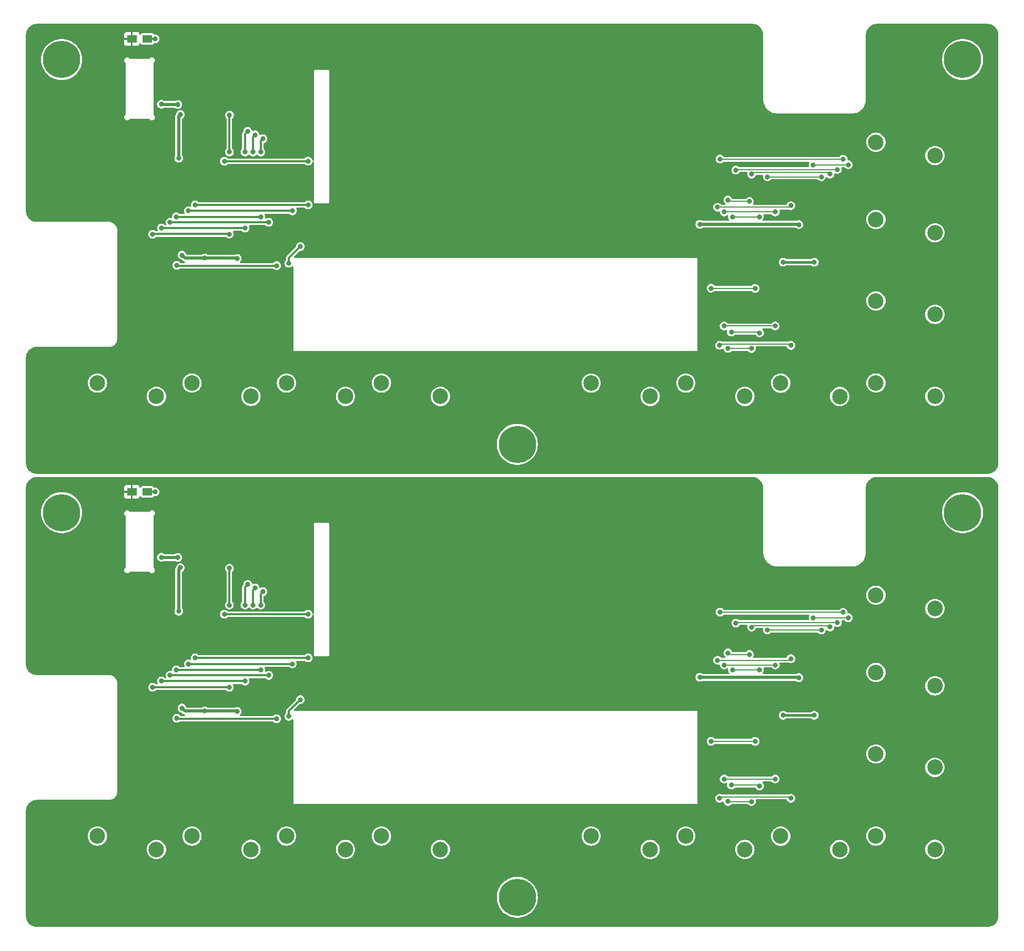
<source format=gbr>
%TF.GenerationSoftware,KiCad,Pcbnew,8.0.7*%
%TF.CreationDate,2025-01-14T19:54:09+09:00*%
%TF.ProjectId,AutoHome-S-Cover_V7.0,4175746f-486f-46d6-952d-532d436f7665,rev?*%
%TF.SameCoordinates,Original*%
%TF.FileFunction,Copper,L1,Top*%
%TF.FilePolarity,Positive*%
%FSLAX46Y46*%
G04 Gerber Fmt 4.6, Leading zero omitted, Abs format (unit mm)*
G04 Created by KiCad (PCBNEW 8.0.7) date 2025-01-14 19:54:09*
%MOMM*%
%LPD*%
G01*
G04 APERTURE LIST*
%TA.AperFunction,ComponentPad*%
%ADD10C,2.500000*%
%TD*%
%TA.AperFunction,ComponentPad*%
%ADD11C,6.000000*%
%TD*%
%TA.AperFunction,SMDPad,CuDef*%
%ADD12R,1.500000X1.250000*%
%TD*%
%TA.AperFunction,ViaPad*%
%ADD13C,0.800000*%
%TD*%
%TA.AperFunction,Conductor*%
%ADD14C,0.200000*%
%TD*%
%TA.AperFunction,Conductor*%
%ADD15C,0.300000*%
%TD*%
%TA.AperFunction,Conductor*%
%ADD16C,0.500000*%
%TD*%
%TA.AperFunction,Conductor*%
%ADD17C,0.400000*%
%TD*%
G04 APERTURE END LIST*
D10*
%TO.P,SW4,1,A*%
%TO.N,Net-(D4-K)*%
X71295788Y-168400000D03*
%TO.P,SW4,2,B*%
%TO.N,Net-(SW10A-B)*%
X80795788Y-170550000D03*
%TD*%
%TO.P,SW10,1,A*%
%TO.N,Net-(D14-K)*%
X150855788Y-168410000D03*
%TO.P,SW10,2,B*%
%TO.N,Net-(SW10A-B)*%
X160355788Y-170560000D03*
%TD*%
%TO.P,SW5,1,A*%
%TO.N,Net-(D5-K)*%
X86575788Y-168400000D03*
%TO.P,SW5,2,B*%
%TO.N,Net-(SW10A-B)*%
X96075788Y-170550000D03*
%TD*%
%TO.P,SW7,1,A*%
%TO.N,Net-(D7-K)*%
X166185788Y-155170000D03*
%TO.P,SW7,2,B*%
%TO.N,Net-(SW10A-B)*%
X175685788Y-157320000D03*
%TD*%
%TO.P,SW11,1,A*%
%TO.N,Net-(D15-K)*%
X166185788Y-168390000D03*
%TO.P,SW11,2,B*%
%TO.N,Net-(SW10A-B)*%
X175685788Y-170540000D03*
%TD*%
D11*
%TO.P,H1,1*%
%TO.N,N/C*%
X35105788Y-116270000D03*
%TD*%
D10*
%TO.P,SW3,1,A*%
%TO.N,Net-(D3-K)*%
X56085788Y-168390000D03*
%TO.P,SW3,2,B*%
%TO.N,Net-(SW10A-B)*%
X65585788Y-170540000D03*
%TD*%
%TO.P,SW12,1,A*%
%TO.N,Net-(D16-K)*%
X166185788Y-129590000D03*
%TO.P,SW12,2,B*%
%TO.N,Net-(SW10A-B)*%
X175685788Y-131740000D03*
%TD*%
%TO.P,SW9,1,A*%
%TO.N,Net-(D13-K)*%
X135585788Y-168400000D03*
%TO.P,SW9,2,B*%
%TO.N,Net-(SW10A-B)*%
X145085788Y-170550000D03*
%TD*%
D11*
%TO.P,H2,1*%
%TO.N,N/C*%
X108455788Y-178270000D03*
%TD*%
D12*
%TO.P,D1,1,K*%
%TO.N,GNDPWR*%
X46400788Y-112930000D03*
%TO.P,D1,2,A*%
%TO.N,Net-(D1-A)*%
X48900788Y-112930000D03*
%TD*%
D10*
%TO.P,SW8,1,A*%
%TO.N,Net-(D12-K)*%
X120345788Y-168400000D03*
%TO.P,SW8,2,B*%
%TO.N,Net-(SW10A-B)*%
X129845788Y-170550000D03*
%TD*%
%TO.P,SW1,1,A*%
%TO.N,Net-(D6-K)*%
X166185788Y-142040000D03*
%TO.P,SW1,2,B*%
%TO.N,Net-(SW10A-B)*%
X175685788Y-144190000D03*
%TD*%
%TO.P,SW2,1,A*%
%TO.N,Net-(D2-K)*%
X40855788Y-168400000D03*
%TO.P,SW2,2,B*%
%TO.N,Net-(SW10A-B)*%
X50355788Y-170550000D03*
%TD*%
D11*
%TO.P,H4,1*%
%TO.N,N/C*%
X180155788Y-116270000D03*
%TD*%
D10*
%TO.P,SW9,1,A*%
%TO.N,Net-(D13-K)*%
X135585788Y-95400000D03*
%TO.P,SW9,2,B*%
%TO.N,Net-(SW10A-B)*%
X145085788Y-97550000D03*
%TD*%
%TO.P,SW2,1,A*%
%TO.N,Net-(D2-K)*%
X40855788Y-95400000D03*
%TO.P,SW2,2,B*%
%TO.N,Net-(SW10A-B)*%
X50355788Y-97550000D03*
%TD*%
%TO.P,SW12,1,A*%
%TO.N,Net-(D16-K)*%
X166185788Y-56590000D03*
%TO.P,SW12,2,B*%
%TO.N,Net-(SW10A-B)*%
X175685788Y-58740000D03*
%TD*%
D12*
%TO.P,D1,1,K*%
%TO.N,GNDPWR*%
X46400788Y-39930000D03*
%TO.P,D1,2,A*%
%TO.N,Net-(D1-A)*%
X48900788Y-39930000D03*
%TD*%
D11*
%TO.P,H4,1*%
%TO.N,N/C*%
X180155788Y-43270000D03*
%TD*%
D10*
%TO.P,SW1,1,A*%
%TO.N,Net-(D6-K)*%
X166185788Y-69040000D03*
%TO.P,SW1,2,B*%
%TO.N,Net-(SW10A-B)*%
X175685788Y-71190000D03*
%TD*%
%TO.P,SW8,1,A*%
%TO.N,Net-(D12-K)*%
X120345788Y-95400000D03*
%TO.P,SW8,2,B*%
%TO.N,Net-(SW10A-B)*%
X129845788Y-97550000D03*
%TD*%
D11*
%TO.P,H2,1*%
%TO.N,N/C*%
X108455788Y-105270000D03*
%TD*%
D10*
%TO.P,SW4,1,A*%
%TO.N,Net-(D4-K)*%
X71295788Y-95400000D03*
%TO.P,SW4,2,B*%
%TO.N,Net-(SW10A-B)*%
X80795788Y-97550000D03*
%TD*%
%TO.P,SW3,1,A*%
%TO.N,Net-(D3-K)*%
X56085788Y-95390000D03*
%TO.P,SW3,2,B*%
%TO.N,Net-(SW10A-B)*%
X65585788Y-97540000D03*
%TD*%
%TO.P,SW7,1,A*%
%TO.N,Net-(D7-K)*%
X166185788Y-82170000D03*
%TO.P,SW7,2,B*%
%TO.N,Net-(SW10A-B)*%
X175685788Y-84320000D03*
%TD*%
%TO.P,SW11,1,A*%
%TO.N,Net-(D15-K)*%
X166185788Y-95390000D03*
%TO.P,SW11,2,B*%
%TO.N,Net-(SW10A-B)*%
X175685788Y-97540000D03*
%TD*%
D11*
%TO.P,H1,1*%
%TO.N,N/C*%
X35105788Y-43270000D03*
%TD*%
D10*
%TO.P,SW10,1,A*%
%TO.N,Net-(D14-K)*%
X150855788Y-95410000D03*
%TO.P,SW10,2,B*%
%TO.N,Net-(SW10A-B)*%
X160355788Y-97560000D03*
%TD*%
%TO.P,SW5,1,A*%
%TO.N,Net-(D5-K)*%
X86575788Y-95400000D03*
%TO.P,SW5,2,B*%
%TO.N,Net-(SW10A-B)*%
X96075788Y-97550000D03*
%TD*%
D13*
%TO.N,/LED_OUT_08*%
X160915788Y-132350000D03*
%TO.N,ST-7789V-LED_K*%
X61305788Y-132650000D03*
%TO.N,ST-7789V-SCL*%
X67495788Y-129030000D03*
%TO.N,+3.3V*%
X54225788Y-125150000D03*
%TO.N,/LED_OUT_06*%
X152475788Y-139820000D03*
%TO.N,ST-7789V-SDA*%
X65905788Y-131170000D03*
%TO.N,ST-7789V-TP_TINT*%
X62085788Y-144400000D03*
%TO.N,/LED_OUT_07*%
X156075788Y-133240000D03*
%TO.N,/LED_OUT_02*%
X142355788Y-162820000D03*
%TO.N,ST-7789V-TP_TINT*%
X49735788Y-144430000D03*
%TO.N,ST-7789V-D{slash}C*%
X69695788Y-149480000D03*
%TO.N,ST-7789V-TP_TRST*%
X71655788Y-149110000D03*
%TO.N,ST-7789V-TP_SDA*%
X55515788Y-140650000D03*
%TO.N,/LED_OUT_05*%
X149975788Y-159200000D03*
%TO.N,Net-(J1-Pin_10)*%
X151255788Y-148930000D03*
%TO.N,ST-7789V-D{slash}C*%
X53645788Y-149420000D03*
%TO.N,/INV*%
X159995788Y-133980000D03*
%TO.N,/LED_OUT_04*%
X142915788Y-160180000D03*
%TO.N,/TV*%
X146165788Y-134730000D03*
%TO.N,ST-7789V-SCL*%
X67165788Y-141600000D03*
X53535788Y-141620000D03*
%TO.N,/LED_OUT_06*%
X140705788Y-140060000D03*
%TO.N,+3.3V*%
X63355788Y-148330000D03*
%TO.N,ST-7789V-RESET*%
X64625788Y-143430000D03*
%TO.N,/LED_OUT_05*%
X141755788Y-140820000D03*
%TO.N,/LED_OUT_02*%
X145815788Y-139140000D03*
%TO.N,ST-7789V-LED_K*%
X56605788Y-139700000D03*
%TO.N,ST-7789V-RESET*%
X65045788Y-127850000D03*
%TO.N,ST-7789V-CS*%
X68425788Y-142500000D03*
%TO.N,ST-7789V-SCL*%
X67155788Y-131170000D03*
%TO.N,+3.3V*%
X53955788Y-132160000D03*
%TO.N,ST-7789V-TP_TINT*%
X62105788Y-131170000D03*
%TO.N,/LED_OUT_04*%
X147455788Y-160310000D03*
%TO.N,ST-7789V-SDA*%
X66235788Y-128400500D03*
%TO.N,/LED_OUT_06*%
X152495788Y-162320000D03*
%TO.N,/LED_OUT_08*%
X141075788Y-132300000D03*
%TO.N,/LED_OUT_04*%
X147425788Y-141600000D03*
%TO.N,+3.3V*%
X54465788Y-147780000D03*
%TO.N,ST-7789V-RESET*%
X64605788Y-131170000D03*
%TO.N,Net-(J1-Pin_12)*%
X137845788Y-142810000D03*
%TO.N,/INV*%
X143625788Y-134080000D03*
%TO.N,ST-7789V-TP_TRST*%
X73515788Y-146410000D03*
%TO.N,Net-(J1-Pin_12)*%
X153785788Y-142870000D03*
%TO.N,/FRIGE*%
X148705788Y-135170000D03*
%TO.N,/TV*%
X158795788Y-134720000D03*
%TO.N,+3.3V*%
X58135788Y-148240000D03*
%TO.N,ST-7789V-TP_SDA*%
X72245788Y-140650000D03*
%TO.N,ST-7789V-LED_K*%
X74785788Y-139680000D03*
%TO.N,/LED_OUT_06*%
X141035788Y-162310000D03*
%TO.N,ST-7789V-TP_TINT*%
X62115788Y-125240000D03*
%TO.N,ST-7789V-RESET*%
X51175788Y-143420000D03*
%TO.N,/LED_OUT_05*%
X150005788Y-140820000D03*
%TO.N,/LED_OUT_04*%
X143095788Y-141610000D03*
%TO.N,/LED_OUT_02*%
X146135788Y-162840000D03*
%TO.N,Net-(J1-Pin_12)*%
X51150788Y-123470000D03*
X53805788Y-123520000D03*
%TO.N,Net-(J1-Pin_10)*%
X156265788Y-148940000D03*
%TO.N,ST-7789V-CS*%
X52555788Y-142500000D03*
%TO.N,/FRIGE*%
X157395788Y-135170000D03*
%TO.N,/LED_OUT_07*%
X161745788Y-133220000D03*
%TO.N,/LED_OUT_05*%
X141745788Y-159200000D03*
%TO.N,ST-7789V-LED_K*%
X74765788Y-132640000D03*
%TO.N,GNDPWR*%
X44695788Y-112930000D03*
X69455788Y-130020000D03*
X52455788Y-128360000D03*
X57905788Y-138520000D03*
X63255788Y-138220000D03*
X45825788Y-164190000D03*
X147745788Y-169050000D03*
X68355788Y-138270000D03*
X58415788Y-124520000D03*
X47955788Y-128570000D03*
X152425788Y-130900000D03*
X78175788Y-166150000D03*
X84205788Y-128120000D03*
X60765788Y-124510000D03*
X60035788Y-166150000D03*
X60055788Y-131620000D03*
X140595788Y-169750000D03*
X94535788Y-167130000D03*
X48205788Y-151220000D03*
%TO.N,/LED_OUT_02*%
X142355788Y-138890000D03*
%TO.N,/LED_OUT_01*%
X146735788Y-153140000D03*
X139665788Y-153120000D03*
%TO.N,Net-(D1-A)*%
X50135788Y-112930000D03*
%TO.N,GNDPWR*%
X139455788Y-134170000D03*
X58555788Y-131620000D03*
X122825788Y-167430000D03*
X84155788Y-133420000D03*
X48055788Y-142920000D03*
X159795788Y-130630000D03*
X42695788Y-166880000D03*
X159245788Y-166020000D03*
X60765788Y-51510000D03*
X48205788Y-78220000D03*
X84205788Y-55120000D03*
X94535788Y-94130000D03*
X69455788Y-57020000D03*
X68355788Y-65270000D03*
X78175788Y-93150000D03*
X57905788Y-65520000D03*
X60055788Y-58620000D03*
X139455788Y-61170000D03*
X147745788Y-96050000D03*
X152425788Y-57900000D03*
X63255788Y-65220000D03*
X47955788Y-55570000D03*
X42695788Y-93880000D03*
X58555788Y-58620000D03*
X60035788Y-93150000D03*
X58415788Y-51520000D03*
X140595788Y-96750000D03*
X45825788Y-91190000D03*
X159795788Y-57630000D03*
X52455788Y-55360000D03*
X84155788Y-60420000D03*
X44695788Y-39930000D03*
X159245788Y-93020000D03*
X48055788Y-69920000D03*
X122825788Y-94430000D03*
%TO.N,Net-(D1-A)*%
X50135788Y-39930000D03*
%TO.N,/LED_OUT_01*%
X139665788Y-80120000D03*
X146735788Y-80140000D03*
%TO.N,/LED_OUT_02*%
X142355788Y-65890000D03*
X145815788Y-66140000D03*
X142355788Y-89820000D03*
X146135788Y-89840000D03*
%TO.N,/LED_OUT_04*%
X143095788Y-68610000D03*
X147425788Y-68600000D03*
X147455788Y-87310000D03*
X142915788Y-87180000D03*
%TO.N,/LED_OUT_05*%
X150005788Y-67820000D03*
X149975788Y-86200000D03*
X141755788Y-67820000D03*
X141745788Y-86200000D03*
%TO.N,/LED_OUT_06*%
X152495788Y-89320000D03*
X152475788Y-66820000D03*
X141035788Y-89310000D03*
X140705788Y-67060000D03*
%TO.N,/LED_OUT_07*%
X161745788Y-60220000D03*
X156075788Y-60240000D03*
%TO.N,/LED_OUT_08*%
X160915788Y-59350000D03*
X141075788Y-59300000D03*
%TO.N,ST-7789V-LED_K*%
X56605788Y-66700000D03*
X74765788Y-59640000D03*
X61305788Y-59650000D03*
X74785788Y-66680000D03*
%TO.N,ST-7789V-D{slash}C*%
X53645788Y-76420000D03*
X69695788Y-76480000D03*
%TO.N,ST-7789V-CS*%
X68425788Y-69500000D03*
X52555788Y-69500000D03*
%TO.N,ST-7789V-SCL*%
X67155788Y-58170000D03*
X53535788Y-68620000D03*
X67165788Y-68600000D03*
X67495788Y-56030000D03*
%TO.N,ST-7789V-SDA*%
X65905788Y-58170000D03*
X66235788Y-55400500D03*
%TO.N,ST-7789V-RESET*%
X51175788Y-70420000D03*
X65045788Y-54850000D03*
X64625788Y-70430000D03*
X64605788Y-58170000D03*
%TO.N,ST-7789V-TP_SDA*%
X72245788Y-67650000D03*
X55515788Y-67650000D03*
%TO.N,ST-7789V-TP_TRST*%
X71655788Y-76110000D03*
X73515788Y-73410000D03*
%TO.N,ST-7789V-TP_TINT*%
X49735788Y-71430000D03*
X62085788Y-71400000D03*
X62105788Y-58170000D03*
X62115788Y-52240000D03*
%TO.N,+3.3V*%
X53955788Y-59160000D03*
X54225788Y-52150000D03*
X63355788Y-75330000D03*
X54465788Y-74780000D03*
X58135788Y-75240000D03*
%TO.N,/TV*%
X158795788Y-61720000D03*
X146165788Y-61730000D03*
%TO.N,/FRIGE*%
X148705788Y-62170000D03*
X157395788Y-62170000D03*
%TO.N,/INV*%
X143625788Y-61080000D03*
X159995788Y-60980000D03*
%TO.N,Net-(J1-Pin_10)*%
X156265788Y-75940000D03*
X151255788Y-75930000D03*
%TO.N,Net-(J1-Pin_12)*%
X153785788Y-69870000D03*
X53805788Y-50520000D03*
X137845788Y-69810000D03*
X51150788Y-50470000D03*
%TD*%
D14*
%TO.N,/LED_OUT_02*%
X145815788Y-139140000D02*
X142605788Y-139140000D01*
X142375788Y-162840000D02*
X142355788Y-162820000D01*
X142605788Y-139140000D02*
X142355788Y-138890000D01*
X146135788Y-162840000D02*
X142375788Y-162840000D01*
%TO.N,/LED_OUT_01*%
X139685788Y-153140000D02*
X139665788Y-153120000D01*
X146735788Y-153140000D02*
X139685788Y-153140000D01*
D15*
%TO.N,Net-(D1-A)*%
X48900788Y-112930000D02*
X50135788Y-112930000D01*
D14*
%TO.N,/LED_OUT_04*%
X143095788Y-141610000D02*
X147415788Y-141610000D01*
X147415788Y-141610000D02*
X147425788Y-141600000D01*
X142915788Y-160180000D02*
X147325788Y-160180000D01*
X147325788Y-160180000D02*
X147455788Y-160310000D01*
D15*
%TO.N,ST-7789V-TP_TRST*%
X71655788Y-148250000D02*
X73495788Y-146410000D01*
X73495788Y-146410000D02*
X73515788Y-146410000D01*
%TO.N,ST-7789V-TP_SDA*%
X55515788Y-140650000D02*
X72245788Y-140650000D01*
%TO.N,ST-7789V-TP_TRST*%
X71655788Y-149110000D02*
X71655788Y-148250000D01*
%TO.N,ST-7789V-D{slash}C*%
X53735788Y-149510000D02*
X69665788Y-149510000D01*
%TO.N,ST-7789V-CS*%
X56675788Y-142500000D02*
X68425788Y-142500000D01*
%TO.N,ST-7789V-RESET*%
X51175788Y-143420000D02*
X51185788Y-143430000D01*
%TO.N,ST-7789V-LED_K*%
X74765788Y-132640000D02*
X74745788Y-132660000D01*
X56605788Y-139700000D02*
X74765788Y-139700000D01*
%TO.N,ST-7789V-RESET*%
X65045788Y-127850000D02*
X64605788Y-128290000D01*
X51185788Y-143430000D02*
X64625788Y-143430000D01*
%TO.N,ST-7789V-D{slash}C*%
X69665788Y-149510000D02*
X69695788Y-149480000D01*
%TO.N,ST-7789V-SCL*%
X67155788Y-129370000D02*
X67495788Y-129030000D01*
%TO.N,ST-7789V-LED_K*%
X74745788Y-132660000D02*
X61315788Y-132660000D01*
%TO.N,ST-7789V-D{slash}C*%
X53645788Y-149420000D02*
X53735788Y-149510000D01*
%TO.N,ST-7789V-SDA*%
X65905788Y-128730500D02*
X65905788Y-131170000D01*
%TO.N,ST-7789V-SCL*%
X53535788Y-141620000D02*
X67145788Y-141620000D01*
X67145788Y-141620000D02*
X67165788Y-141600000D01*
%TO.N,ST-7789V-RESET*%
X64605788Y-128290000D02*
X64605788Y-131170000D01*
%TO.N,ST-7789V-SCL*%
X67155788Y-131170000D02*
X67155788Y-129370000D01*
%TO.N,ST-7789V-CS*%
X52555788Y-142500000D02*
X56675788Y-142500000D01*
%TO.N,ST-7789V-SDA*%
X66235788Y-128400500D02*
X65905788Y-128730500D01*
%TO.N,ST-7789V-LED_K*%
X61315788Y-132660000D02*
X61305788Y-132650000D01*
D14*
%TO.N,/TV*%
X146425788Y-134470000D02*
X146165788Y-134730000D01*
D16*
%TO.N,+3.3V*%
X54465788Y-147780000D02*
X54945788Y-148260000D01*
X58135788Y-148240000D02*
X58155788Y-148260000D01*
D14*
%TO.N,/TV*%
X158795788Y-134720000D02*
X158545788Y-134470000D01*
X158545788Y-134470000D02*
X146425788Y-134470000D01*
D15*
%TO.N,ST-7789V-TP_TINT*%
X62115788Y-125240000D02*
X62105788Y-125250000D01*
D16*
%TO.N,+3.3V*%
X58115788Y-148260000D02*
X58135788Y-148240000D01*
X58155788Y-148260000D02*
X63285788Y-148260000D01*
D15*
%TO.N,ST-7789V-TP_TINT*%
X49775788Y-144390000D02*
X62075788Y-144390000D01*
X62105788Y-125250000D02*
X62105788Y-131170000D01*
X62075788Y-144390000D02*
X62085788Y-144400000D01*
X49735788Y-144430000D02*
X49775788Y-144390000D01*
D16*
%TO.N,+3.3V*%
X53955788Y-125420000D02*
X53955788Y-132160000D01*
X63285788Y-148260000D02*
X63355788Y-148330000D01*
X54225788Y-125150000D02*
X53955788Y-125420000D01*
X54945788Y-148260000D02*
X58115788Y-148260000D01*
D14*
%TO.N,/INV*%
X159995788Y-133980000D02*
X143725788Y-133980000D01*
X143725788Y-133980000D02*
X143625788Y-134080000D01*
D16*
%TO.N,Net-(J1-Pin_12)*%
X51200788Y-123520000D02*
X51150788Y-123470000D01*
X153725788Y-142810000D02*
X153785788Y-142870000D01*
D17*
%TO.N,Net-(J1-Pin_10)*%
X156265788Y-148940000D02*
X151265788Y-148940000D01*
D16*
%TO.N,Net-(J1-Pin_12)*%
X137845788Y-142810000D02*
X153725788Y-142810000D01*
X53805788Y-123520000D02*
X51200788Y-123520000D01*
D14*
%TO.N,/FRIGE*%
X157395788Y-135170000D02*
X148705788Y-135170000D01*
%TO.N,Net-(J1-Pin_10)*%
X151265788Y-148940000D02*
X151255788Y-148930000D01*
%TO.N,/LED_OUT_07*%
X161745788Y-133220000D02*
X156095788Y-133220000D01*
D15*
%TO.N,ST-7789V-LED_K*%
X74765788Y-139700000D02*
X74785788Y-139680000D01*
D14*
%TO.N,/LED_OUT_08*%
X141125788Y-132350000D02*
X141075788Y-132300000D01*
%TO.N,/LED_OUT_07*%
X156095788Y-133220000D02*
X156075788Y-133240000D01*
%TO.N,/LED_OUT_08*%
X160915788Y-132350000D02*
X141125788Y-132350000D01*
%TO.N,/LED_OUT_06*%
X141035788Y-162310000D02*
X141255788Y-162090000D01*
%TO.N,/LED_OUT_05*%
X141745788Y-159200000D02*
X149975788Y-159200000D01*
%TO.N,/LED_OUT_06*%
X152235788Y-140060000D02*
X152475788Y-139820000D01*
X152265788Y-162090000D02*
X152495788Y-162320000D01*
X140705788Y-140060000D02*
X152235788Y-140060000D01*
%TO.N,/LED_OUT_05*%
X141755788Y-140820000D02*
X150005788Y-140820000D01*
%TO.N,/LED_OUT_06*%
X141255788Y-162090000D02*
X152265788Y-162090000D01*
D15*
%TO.N,Net-(D1-A)*%
X48900788Y-39930000D02*
X50135788Y-39930000D01*
D14*
%TO.N,/LED_OUT_01*%
X146735788Y-80140000D02*
X139685788Y-80140000D01*
X139685788Y-80140000D02*
X139665788Y-80120000D01*
%TO.N,/LED_OUT_02*%
X142605788Y-66140000D02*
X142355788Y-65890000D01*
X146135788Y-89840000D02*
X142375788Y-89840000D01*
X145815788Y-66140000D02*
X142605788Y-66140000D01*
X142375788Y-89840000D02*
X142355788Y-89820000D01*
%TO.N,/LED_OUT_04*%
X147325788Y-87180000D02*
X147455788Y-87310000D01*
X142915788Y-87180000D02*
X147325788Y-87180000D01*
X147415788Y-68610000D02*
X147425788Y-68600000D01*
X143095788Y-68610000D02*
X147415788Y-68610000D01*
%TO.N,/LED_OUT_05*%
X141755788Y-67820000D02*
X150005788Y-67820000D01*
X141745788Y-86200000D02*
X149975788Y-86200000D01*
%TO.N,/LED_OUT_06*%
X141035788Y-89310000D02*
X141255788Y-89090000D01*
X152235788Y-67060000D02*
X152475788Y-66820000D01*
X140705788Y-67060000D02*
X152235788Y-67060000D01*
X152265788Y-89090000D02*
X152495788Y-89320000D01*
X141255788Y-89090000D02*
X152265788Y-89090000D01*
%TO.N,/LED_OUT_07*%
X156095788Y-60220000D02*
X156075788Y-60240000D01*
X161745788Y-60220000D02*
X156095788Y-60220000D01*
%TO.N,/LED_OUT_08*%
X160915788Y-59350000D02*
X141125788Y-59350000D01*
X141125788Y-59350000D02*
X141075788Y-59300000D01*
D15*
%TO.N,ST-7789V-LED_K*%
X74765788Y-66700000D02*
X74785788Y-66680000D01*
X56605788Y-66700000D02*
X74765788Y-66700000D01*
X74765788Y-59640000D02*
X74745788Y-59660000D01*
X61315788Y-59660000D02*
X61305788Y-59650000D01*
X74745788Y-59660000D02*
X61315788Y-59660000D01*
%TO.N,ST-7789V-D{slash}C*%
X53735788Y-76510000D02*
X69665788Y-76510000D01*
X69665788Y-76510000D02*
X69695788Y-76480000D01*
X53645788Y-76420000D02*
X53735788Y-76510000D01*
%TO.N,ST-7789V-CS*%
X56675788Y-69500000D02*
X68425788Y-69500000D01*
X52555788Y-69500000D02*
X56675788Y-69500000D01*
%TO.N,ST-7789V-SCL*%
X67145788Y-68620000D02*
X67165788Y-68600000D01*
X53535788Y-68620000D02*
X67145788Y-68620000D01*
X67155788Y-56370000D02*
X67495788Y-56030000D01*
X67155788Y-58170000D02*
X67155788Y-56370000D01*
%TO.N,ST-7789V-SDA*%
X65905788Y-55730500D02*
X65905788Y-58170000D01*
X66235788Y-55400500D02*
X65905788Y-55730500D01*
%TO.N,ST-7789V-RESET*%
X64605788Y-55290000D02*
X64605788Y-58170000D01*
X51185788Y-70430000D02*
X64625788Y-70430000D01*
X51175788Y-70420000D02*
X51185788Y-70430000D01*
X65045788Y-54850000D02*
X64605788Y-55290000D01*
%TO.N,ST-7789V-TP_SDA*%
X55515788Y-67650000D02*
X72245788Y-67650000D01*
%TO.N,ST-7789V-TP_TRST*%
X73495788Y-73410000D02*
X73515788Y-73410000D01*
X71655788Y-75250000D02*
X73495788Y-73410000D01*
X71655788Y-76110000D02*
X71655788Y-75250000D01*
%TO.N,ST-7789V-TP_TINT*%
X62105788Y-52250000D02*
X62105788Y-58170000D01*
X49775788Y-71390000D02*
X62075788Y-71390000D01*
X62075788Y-71390000D02*
X62085788Y-71400000D01*
X49735788Y-71430000D02*
X49775788Y-71390000D01*
X62115788Y-52240000D02*
X62105788Y-52250000D01*
D16*
%TO.N,+3.3V*%
X53955788Y-52420000D02*
X53955788Y-59160000D01*
X58155788Y-75260000D02*
X63285788Y-75260000D01*
X54225788Y-52150000D02*
X53955788Y-52420000D01*
X58135788Y-75240000D02*
X58155788Y-75260000D01*
X58115788Y-75260000D02*
X58135788Y-75240000D01*
X63285788Y-75260000D02*
X63355788Y-75330000D01*
X54945788Y-75260000D02*
X58115788Y-75260000D01*
X54465788Y-74780000D02*
X54945788Y-75260000D01*
D14*
%TO.N,/TV*%
X146425788Y-61470000D02*
X146165788Y-61730000D01*
X158545788Y-61470000D02*
X146425788Y-61470000D01*
X158795788Y-61720000D02*
X158545788Y-61470000D01*
%TO.N,/FRIGE*%
X157395788Y-62170000D02*
X148705788Y-62170000D01*
%TO.N,/INV*%
X159995788Y-60980000D02*
X143725788Y-60980000D01*
X143725788Y-60980000D02*
X143625788Y-61080000D01*
D17*
%TO.N,Net-(J1-Pin_10)*%
X156265788Y-75940000D02*
X151265788Y-75940000D01*
D14*
X151265788Y-75940000D02*
X151255788Y-75930000D01*
D16*
%TO.N,Net-(J1-Pin_12)*%
X53805788Y-50520000D02*
X51200788Y-50520000D01*
X51200788Y-50520000D02*
X51150788Y-50470000D01*
X137845788Y-69810000D02*
X153725788Y-69810000D01*
X153725788Y-69810000D02*
X153785788Y-69870000D01*
%TD*%
%TA.AperFunction,Conductor*%
%TO.N,GNDPWR*%
G36*
X146310278Y-37520820D02*
G01*
X146545788Y-37537663D01*
X146563562Y-37540218D01*
X146789890Y-37589452D01*
X146807118Y-37594511D01*
X147024125Y-37675449D01*
X147040464Y-37682910D01*
X147243740Y-37793906D01*
X147258856Y-37803621D01*
X147444263Y-37942413D01*
X147457850Y-37954187D01*
X147621606Y-38117943D01*
X147633379Y-38131529D01*
X147772170Y-38316932D01*
X147781889Y-38332055D01*
X147892879Y-38535317D01*
X147900348Y-38551670D01*
X147981284Y-38768667D01*
X147986348Y-38785917D01*
X148035575Y-39012209D01*
X148038134Y-39030003D01*
X148054967Y-39265343D01*
X148055288Y-39274332D01*
X148055288Y-49762566D01*
X148055300Y-49762684D01*
X148055300Y-49836133D01*
X148088116Y-50106400D01*
X148088117Y-50106405D01*
X148153272Y-50370751D01*
X148249815Y-50625315D01*
X148249822Y-50625331D01*
X148376340Y-50866390D01*
X148376344Y-50866397D01*
X148531004Y-51090461D01*
X148531010Y-51090469D01*
X148711538Y-51294242D01*
X148711540Y-51294244D01*
X148711543Y-51294247D01*
X148915331Y-51474789D01*
X149139396Y-51629451D01*
X149380469Y-51755977D01*
X149635035Y-51852523D01*
X149701122Y-51868812D01*
X149899368Y-51917677D01*
X149899377Y-51917678D01*
X149899383Y-51917680D01*
X150169657Y-51950499D01*
X150230895Y-51950499D01*
X150230899Y-51950500D01*
X150255960Y-51950500D01*
X162387954Y-51950500D01*
X162388075Y-51950488D01*
X162461911Y-51950488D01*
X162461916Y-51950488D01*
X162499295Y-51945949D01*
X162732176Y-51917675D01*
X162732178Y-51917674D01*
X162732191Y-51917673D01*
X162996540Y-51852518D01*
X163251108Y-51755974D01*
X163492183Y-51629450D01*
X163716249Y-51474789D01*
X163920039Y-51294248D01*
X164100581Y-51090459D01*
X164255243Y-50866394D01*
X164255248Y-50866385D01*
X164381763Y-50625332D01*
X164381764Y-50625328D01*
X164381769Y-50625320D01*
X164478314Y-50370753D01*
X164543470Y-50106405D01*
X164576288Y-49836130D01*
X164576288Y-49700000D01*
X164576288Y-49655830D01*
X164576288Y-43269996D01*
X176850440Y-43269996D01*
X176850440Y-43270003D01*
X176869816Y-43627371D01*
X176927716Y-43980548D01*
X176927716Y-43980551D01*
X177023462Y-44325399D01*
X177023463Y-44325402D01*
X177155930Y-44657868D01*
X177155937Y-44657884D01*
X177323570Y-44974074D01*
X177323576Y-44974084D01*
X177323577Y-44974085D01*
X177524423Y-45270311D01*
X177756120Y-45543086D01*
X177756123Y-45543088D01*
X177756124Y-45543090D01*
X178015936Y-45789198D01*
X178015944Y-45789205D01*
X178015951Y-45789211D01*
X178300869Y-46005800D01*
X178607535Y-46190315D01*
X178932353Y-46340591D01*
X179153716Y-46415177D01*
X179271507Y-46454866D01*
X179271509Y-46454866D01*
X179271514Y-46454868D01*
X179621042Y-46531805D01*
X179976840Y-46570500D01*
X179976848Y-46570500D01*
X180334728Y-46570500D01*
X180334736Y-46570500D01*
X180690534Y-46531805D01*
X181040062Y-46454868D01*
X181379223Y-46340591D01*
X181704041Y-46190315D01*
X182010707Y-46005800D01*
X182295625Y-45789211D01*
X182555456Y-45543086D01*
X182787153Y-45270311D01*
X182987999Y-44974085D01*
X183155641Y-44657880D01*
X183288112Y-44325403D01*
X183383859Y-43980552D01*
X183441760Y-43627371D01*
X183461136Y-43270000D01*
X183441760Y-42912629D01*
X183383859Y-42559448D01*
X183288112Y-42214597D01*
X183155641Y-41882120D01*
X183099760Y-41776718D01*
X182988005Y-41565925D01*
X182987999Y-41565915D01*
X182787153Y-41269689D01*
X182555456Y-40996914D01*
X182555451Y-40996909D01*
X182295639Y-40750801D01*
X182295629Y-40750793D01*
X182295625Y-40750789D01*
X182010707Y-40534200D01*
X181704041Y-40349685D01*
X181379223Y-40199409D01*
X181375665Y-40198210D01*
X181040068Y-40085133D01*
X181040063Y-40085132D01*
X180690550Y-40008198D01*
X180690537Y-40008195D01*
X180690534Y-40008195D01*
X180690531Y-40008194D01*
X180690522Y-40008193D01*
X180334743Y-39969500D01*
X180334736Y-39969500D01*
X179976840Y-39969500D01*
X179976832Y-39969500D01*
X179621053Y-40008193D01*
X179621025Y-40008198D01*
X179271512Y-40085132D01*
X179271507Y-40085133D01*
X178932355Y-40199408D01*
X178932353Y-40199409D01*
X178805864Y-40257929D01*
X178607529Y-40349688D01*
X178300870Y-40534199D01*
X178300864Y-40534203D01*
X178015952Y-40750788D01*
X178015936Y-40750801D01*
X177756124Y-40996909D01*
X177708139Y-41053400D01*
X177524423Y-41269689D01*
X177524419Y-41269694D01*
X177524418Y-41269696D01*
X177323576Y-41565915D01*
X177323570Y-41565925D01*
X177155937Y-41882115D01*
X177155930Y-41882131D01*
X177023463Y-42214597D01*
X177023462Y-42214600D01*
X176927716Y-42559448D01*
X176927716Y-42559451D01*
X176869816Y-42912628D01*
X176850440Y-43269996D01*
X164576288Y-43269996D01*
X164576288Y-39274499D01*
X164576609Y-39265511D01*
X164576621Y-39265343D01*
X164593452Y-39029998D01*
X164596010Y-39012215D01*
X164645239Y-38785910D01*
X164650298Y-38768679D01*
X164731242Y-38551660D01*
X164738701Y-38535327D01*
X164849700Y-38332048D01*
X164859415Y-38316932D01*
X164998209Y-38131522D01*
X165009967Y-38117953D01*
X165173741Y-37954178D01*
X165187312Y-37942418D01*
X165372733Y-37803612D01*
X165387841Y-37793903D01*
X165591118Y-37682905D01*
X165607458Y-37675443D01*
X165824462Y-37594503D01*
X165841690Y-37589444D01*
X166068006Y-37540211D01*
X166085789Y-37537654D01*
X166286700Y-37523283D01*
X166321135Y-37520821D01*
X166330124Y-37520500D01*
X184111620Y-37520500D01*
X184151291Y-37520500D01*
X184160278Y-37520820D01*
X184395788Y-37537663D01*
X184413562Y-37540218D01*
X184639890Y-37589452D01*
X184657118Y-37594511D01*
X184874125Y-37675449D01*
X184890464Y-37682910D01*
X185093740Y-37793906D01*
X185108856Y-37803621D01*
X185294263Y-37942413D01*
X185307850Y-37954187D01*
X185471606Y-38117943D01*
X185483379Y-38131529D01*
X185622170Y-38316932D01*
X185631889Y-38332055D01*
X185742879Y-38535317D01*
X185750348Y-38551670D01*
X185831284Y-38768667D01*
X185836348Y-38785917D01*
X185885575Y-39012209D01*
X185888134Y-39030003D01*
X185904967Y-39265343D01*
X185905288Y-39274332D01*
X185905288Y-108265499D01*
X185904967Y-108274488D01*
X185888123Y-108509994D01*
X185885564Y-108527788D01*
X185836338Y-108754076D01*
X185831273Y-108771326D01*
X185750336Y-108988324D01*
X185742868Y-109004677D01*
X185631877Y-109207941D01*
X185622158Y-109223064D01*
X185483373Y-109408459D01*
X185471600Y-109422046D01*
X185307841Y-109585804D01*
X185294255Y-109597576D01*
X185108851Y-109736367D01*
X185093727Y-109746087D01*
X184890466Y-109857074D01*
X184874113Y-109864542D01*
X184657124Y-109945474D01*
X184639875Y-109950539D01*
X184413572Y-109999767D01*
X184395777Y-110002325D01*
X184160106Y-110019179D01*
X184151118Y-110019500D01*
X166377988Y-110019500D01*
X166377947Y-110019488D01*
X166186048Y-110019488D01*
X166185682Y-110019500D01*
X31157989Y-110019500D01*
X31157948Y-110019488D01*
X31110124Y-110019488D01*
X31101134Y-110019167D01*
X30865795Y-110002333D01*
X30848002Y-109999774D01*
X30621706Y-109950546D01*
X30604456Y-109945481D01*
X30387469Y-109864547D01*
X30371116Y-109857079D01*
X30167852Y-109746087D01*
X30152729Y-109736368D01*
X29967332Y-109597581D01*
X29953745Y-109585808D01*
X29789983Y-109422045D01*
X29778211Y-109408459D01*
X29639427Y-109223064D01*
X29629707Y-109207940D01*
X29518716Y-109004674D01*
X29511248Y-108988321D01*
X29493506Y-108940752D01*
X29430311Y-108771320D01*
X29425250Y-108754079D01*
X29425249Y-108754076D01*
X29376022Y-108527785D01*
X29373464Y-108509993D01*
X29356608Y-108274315D01*
X29356288Y-108265336D01*
X29356288Y-105269996D01*
X105150440Y-105269996D01*
X105150440Y-105270003D01*
X105169816Y-105627371D01*
X105227716Y-105980548D01*
X105227716Y-105980551D01*
X105323462Y-106325399D01*
X105323463Y-106325402D01*
X105455930Y-106657868D01*
X105455937Y-106657884D01*
X105623570Y-106974074D01*
X105623576Y-106974084D01*
X105623577Y-106974085D01*
X105824423Y-107270311D01*
X106056120Y-107543086D01*
X106056123Y-107543088D01*
X106056124Y-107543090D01*
X106315936Y-107789198D01*
X106315944Y-107789205D01*
X106315951Y-107789211D01*
X106600869Y-108005800D01*
X106907535Y-108190315D01*
X107232353Y-108340591D01*
X107426865Y-108406130D01*
X107571507Y-108454866D01*
X107571509Y-108454866D01*
X107571514Y-108454868D01*
X107921042Y-108531805D01*
X108276840Y-108570500D01*
X108276848Y-108570500D01*
X108634728Y-108570500D01*
X108634736Y-108570500D01*
X108990534Y-108531805D01*
X109340062Y-108454868D01*
X109679223Y-108340591D01*
X110004041Y-108190315D01*
X110310707Y-108005800D01*
X110595625Y-107789211D01*
X110855456Y-107543086D01*
X111087153Y-107270311D01*
X111287999Y-106974085D01*
X111455641Y-106657880D01*
X111588112Y-106325403D01*
X111683859Y-105980552D01*
X111741760Y-105627371D01*
X111761136Y-105270000D01*
X111741760Y-104912629D01*
X111683859Y-104559448D01*
X111588112Y-104214597D01*
X111455641Y-103882120D01*
X111399760Y-103776718D01*
X111288005Y-103565925D01*
X111287999Y-103565915D01*
X111087153Y-103269689D01*
X110855456Y-102996914D01*
X110855451Y-102996909D01*
X110595639Y-102750801D01*
X110595629Y-102750793D01*
X110595625Y-102750789D01*
X110310707Y-102534200D01*
X110004041Y-102349685D01*
X109679223Y-102199409D01*
X109675665Y-102198210D01*
X109340068Y-102085133D01*
X109340063Y-102085132D01*
X108990550Y-102008198D01*
X108990537Y-102008195D01*
X108990534Y-102008195D01*
X108990531Y-102008194D01*
X108990522Y-102008193D01*
X108634743Y-101969500D01*
X108634736Y-101969500D01*
X108276840Y-101969500D01*
X108276832Y-101969500D01*
X107921053Y-102008193D01*
X107921025Y-102008198D01*
X107571512Y-102085132D01*
X107571507Y-102085133D01*
X107232355Y-102199408D01*
X106907529Y-102349688D01*
X106600870Y-102534199D01*
X106600864Y-102534203D01*
X106315952Y-102750788D01*
X106315936Y-102750801D01*
X106056124Y-102996909D01*
X106056120Y-102996914D01*
X105824423Y-103269689D01*
X105824419Y-103269694D01*
X105824418Y-103269696D01*
X105623576Y-103565915D01*
X105623570Y-103565925D01*
X105455937Y-103882115D01*
X105455930Y-103882131D01*
X105323463Y-104214597D01*
X105323462Y-104214600D01*
X105227716Y-104559448D01*
X105227716Y-104559451D01*
X105169816Y-104912628D01*
X105150440Y-105269996D01*
X29356288Y-105269996D01*
X29356288Y-97550000D01*
X48800494Y-97550000D01*
X48819642Y-97793302D01*
X48876615Y-98030609D01*
X48970010Y-98256087D01*
X49097530Y-98464180D01*
X49097531Y-98464182D01*
X49256028Y-98649759D01*
X49429898Y-98798257D01*
X49441609Y-98808259D01*
X49649699Y-98935777D01*
X49875176Y-99029172D01*
X50112486Y-99086146D01*
X50355788Y-99105294D01*
X50599090Y-99086146D01*
X50836400Y-99029172D01*
X51061877Y-98935777D01*
X51269967Y-98808259D01*
X51455547Y-98649759D01*
X51614047Y-98464179D01*
X51741565Y-98256089D01*
X51834960Y-98030612D01*
X51891934Y-97793302D01*
X51911082Y-97550000D01*
X51910295Y-97540000D01*
X64030494Y-97540000D01*
X64049642Y-97783302D01*
X64106615Y-98020609D01*
X64200010Y-98246087D01*
X64327530Y-98454180D01*
X64327531Y-98454182D01*
X64486028Y-98639759D01*
X64671605Y-98798256D01*
X64671609Y-98798259D01*
X64879699Y-98925777D01*
X65105176Y-99019172D01*
X65342486Y-99076146D01*
X65585788Y-99095294D01*
X65829090Y-99076146D01*
X66066400Y-99019172D01*
X66291877Y-98925777D01*
X66499967Y-98798259D01*
X66685547Y-98639759D01*
X66844047Y-98454179D01*
X66971565Y-98246089D01*
X67064960Y-98020612D01*
X67121934Y-97783302D01*
X67140295Y-97550000D01*
X79240494Y-97550000D01*
X79259642Y-97793302D01*
X79316615Y-98030609D01*
X79410010Y-98256087D01*
X79537530Y-98464180D01*
X79537531Y-98464182D01*
X79696028Y-98649759D01*
X79869898Y-98798257D01*
X79881609Y-98808259D01*
X80089699Y-98935777D01*
X80315176Y-99029172D01*
X80552486Y-99086146D01*
X80795788Y-99105294D01*
X81039090Y-99086146D01*
X81276400Y-99029172D01*
X81501877Y-98935777D01*
X81709967Y-98808259D01*
X81895547Y-98649759D01*
X82054047Y-98464179D01*
X82181565Y-98256089D01*
X82274960Y-98030612D01*
X82331934Y-97793302D01*
X82351082Y-97550000D01*
X94520494Y-97550000D01*
X94539642Y-97793302D01*
X94596615Y-98030609D01*
X94690010Y-98256087D01*
X94817530Y-98464180D01*
X94817531Y-98464182D01*
X94976028Y-98649759D01*
X95149898Y-98798257D01*
X95161609Y-98808259D01*
X95369699Y-98935777D01*
X95595176Y-99029172D01*
X95832486Y-99086146D01*
X96075788Y-99105294D01*
X96319090Y-99086146D01*
X96556400Y-99029172D01*
X96781877Y-98935777D01*
X96989967Y-98808259D01*
X97175547Y-98649759D01*
X97334047Y-98464179D01*
X97461565Y-98256089D01*
X97554960Y-98030612D01*
X97611934Y-97793302D01*
X97631082Y-97550000D01*
X128290494Y-97550000D01*
X128309642Y-97793302D01*
X128366615Y-98030609D01*
X128460010Y-98256087D01*
X128587530Y-98464180D01*
X128587531Y-98464182D01*
X128746028Y-98649759D01*
X128919898Y-98798257D01*
X128931609Y-98808259D01*
X129139699Y-98935777D01*
X129365176Y-99029172D01*
X129602486Y-99086146D01*
X129845788Y-99105294D01*
X130089090Y-99086146D01*
X130326400Y-99029172D01*
X130551877Y-98935777D01*
X130759967Y-98808259D01*
X130945547Y-98649759D01*
X131104047Y-98464179D01*
X131231565Y-98256089D01*
X131324960Y-98030612D01*
X131381934Y-97793302D01*
X131401082Y-97550000D01*
X143530494Y-97550000D01*
X143549642Y-97793302D01*
X143606615Y-98030609D01*
X143700010Y-98256087D01*
X143827530Y-98464180D01*
X143827531Y-98464182D01*
X143986028Y-98649759D01*
X144159898Y-98798257D01*
X144171609Y-98808259D01*
X144379699Y-98935777D01*
X144605176Y-99029172D01*
X144842486Y-99086146D01*
X145085788Y-99105294D01*
X145329090Y-99086146D01*
X145566400Y-99029172D01*
X145791877Y-98935777D01*
X145999967Y-98808259D01*
X146185547Y-98649759D01*
X146344047Y-98464179D01*
X146471565Y-98256089D01*
X146564960Y-98030612D01*
X146621934Y-97793302D01*
X146640295Y-97560000D01*
X158800494Y-97560000D01*
X158819642Y-97803302D01*
X158876615Y-98040609D01*
X158970010Y-98266087D01*
X159097530Y-98474180D01*
X159097531Y-98474182D01*
X159256028Y-98659759D01*
X159429898Y-98808257D01*
X159441609Y-98818259D01*
X159649699Y-98945777D01*
X159875176Y-99039172D01*
X160112486Y-99096146D01*
X160355788Y-99115294D01*
X160599090Y-99096146D01*
X160836400Y-99039172D01*
X161061877Y-98945777D01*
X161269967Y-98818259D01*
X161455547Y-98659759D01*
X161614047Y-98474179D01*
X161741565Y-98266089D01*
X161834960Y-98040612D01*
X161891934Y-97803302D01*
X161911082Y-97560000D01*
X161909508Y-97540000D01*
X174130494Y-97540000D01*
X174149642Y-97783302D01*
X174206615Y-98020609D01*
X174300010Y-98246087D01*
X174427530Y-98454180D01*
X174427531Y-98454182D01*
X174586028Y-98639759D01*
X174771605Y-98798256D01*
X174771609Y-98798259D01*
X174979699Y-98925777D01*
X175205176Y-99019172D01*
X175442486Y-99076146D01*
X175685788Y-99095294D01*
X175929090Y-99076146D01*
X176166400Y-99019172D01*
X176391877Y-98925777D01*
X176599967Y-98798259D01*
X176785547Y-98639759D01*
X176944047Y-98454179D01*
X177071565Y-98246089D01*
X177164960Y-98020612D01*
X177221934Y-97783302D01*
X177241082Y-97540000D01*
X177221934Y-97296698D01*
X177164960Y-97059388D01*
X177071565Y-96833911D01*
X176944047Y-96625821D01*
X176944044Y-96625817D01*
X176785547Y-96440240D01*
X176599970Y-96281743D01*
X176599968Y-96281742D01*
X176599967Y-96281741D01*
X176391877Y-96154223D01*
X176166400Y-96060828D01*
X176166398Y-96060827D01*
X176166397Y-96060827D01*
X176038688Y-96030166D01*
X175929090Y-96003854D01*
X175929091Y-96003854D01*
X175685788Y-95984706D01*
X175442485Y-96003854D01*
X175205178Y-96060827D01*
X174979700Y-96154222D01*
X174771607Y-96281742D01*
X174771605Y-96281743D01*
X174586028Y-96440240D01*
X174427531Y-96625817D01*
X174427530Y-96625819D01*
X174300010Y-96833912D01*
X174206615Y-97059390D01*
X174149642Y-97296697D01*
X174130494Y-97540000D01*
X161909508Y-97540000D01*
X161891934Y-97316698D01*
X161834960Y-97079388D01*
X161741565Y-96853911D01*
X161614047Y-96645821D01*
X161614044Y-96645817D01*
X161455547Y-96460240D01*
X161269970Y-96301743D01*
X161269968Y-96301742D01*
X161269967Y-96301741D01*
X161061877Y-96174223D01*
X161037732Y-96164222D01*
X160897381Y-96106087D01*
X160836400Y-96080828D01*
X160836398Y-96080827D01*
X160836397Y-96080827D01*
X160708688Y-96050166D01*
X160599090Y-96023854D01*
X160599091Y-96023854D01*
X160355788Y-96004706D01*
X160112485Y-96023854D01*
X159875178Y-96080827D01*
X159649700Y-96174222D01*
X159441607Y-96301742D01*
X159441605Y-96301743D01*
X159256028Y-96460240D01*
X159097531Y-96645817D01*
X159097530Y-96645819D01*
X158970010Y-96853912D01*
X158876615Y-97079390D01*
X158819642Y-97316697D01*
X158800494Y-97560000D01*
X146640295Y-97560000D01*
X146641082Y-97550000D01*
X146621934Y-97306698D01*
X146564960Y-97069388D01*
X146471565Y-96843911D01*
X146344047Y-96635821D01*
X146344044Y-96635817D01*
X146185547Y-96450240D01*
X145999970Y-96291743D01*
X145999968Y-96291742D01*
X145999967Y-96291741D01*
X145791877Y-96164223D01*
X145767732Y-96154222D01*
X145590542Y-96080828D01*
X145566400Y-96070828D01*
X145566398Y-96070827D01*
X145566397Y-96070827D01*
X145370742Y-96023854D01*
X145329090Y-96013854D01*
X145329091Y-96013854D01*
X145085788Y-95994706D01*
X144842485Y-96013854D01*
X144605178Y-96070827D01*
X144379700Y-96164222D01*
X144171607Y-96291742D01*
X144171605Y-96291743D01*
X143986028Y-96450240D01*
X143827531Y-96635817D01*
X143827530Y-96635819D01*
X143700010Y-96843912D01*
X143606615Y-97069390D01*
X143549642Y-97306697D01*
X143530494Y-97550000D01*
X131401082Y-97550000D01*
X131381934Y-97306698D01*
X131324960Y-97069388D01*
X131231565Y-96843911D01*
X131104047Y-96635821D01*
X131104044Y-96635817D01*
X130945547Y-96450240D01*
X130759970Y-96291743D01*
X130759968Y-96291742D01*
X130759967Y-96291741D01*
X130551877Y-96164223D01*
X130527732Y-96154222D01*
X130350542Y-96080828D01*
X130326400Y-96070828D01*
X130326398Y-96070827D01*
X130326397Y-96070827D01*
X130130742Y-96023854D01*
X130089090Y-96013854D01*
X130089091Y-96013854D01*
X129845788Y-95994706D01*
X129602485Y-96013854D01*
X129365178Y-96070827D01*
X129139700Y-96164222D01*
X128931607Y-96291742D01*
X128931605Y-96291743D01*
X128746028Y-96450240D01*
X128587531Y-96635817D01*
X128587530Y-96635819D01*
X128460010Y-96843912D01*
X128366615Y-97069390D01*
X128309642Y-97306697D01*
X128290494Y-97550000D01*
X97631082Y-97550000D01*
X97611934Y-97306698D01*
X97554960Y-97069388D01*
X97461565Y-96843911D01*
X97334047Y-96635821D01*
X97334044Y-96635817D01*
X97175547Y-96450240D01*
X96989970Y-96291743D01*
X96989968Y-96291742D01*
X96989967Y-96291741D01*
X96781877Y-96164223D01*
X96757732Y-96154222D01*
X96580542Y-96080828D01*
X96556400Y-96070828D01*
X96556398Y-96070827D01*
X96556397Y-96070827D01*
X96360742Y-96023854D01*
X96319090Y-96013854D01*
X96319091Y-96013854D01*
X96075788Y-95994706D01*
X95832485Y-96013854D01*
X95595178Y-96070827D01*
X95369700Y-96164222D01*
X95161607Y-96291742D01*
X95161605Y-96291743D01*
X94976028Y-96450240D01*
X94817531Y-96635817D01*
X94817530Y-96635819D01*
X94690010Y-96843912D01*
X94596615Y-97069390D01*
X94539642Y-97306697D01*
X94520494Y-97550000D01*
X82351082Y-97550000D01*
X82331934Y-97306698D01*
X82274960Y-97069388D01*
X82181565Y-96843911D01*
X82054047Y-96635821D01*
X82054044Y-96635817D01*
X81895547Y-96450240D01*
X81709970Y-96291743D01*
X81709968Y-96291742D01*
X81709967Y-96291741D01*
X81501877Y-96164223D01*
X81477732Y-96154222D01*
X81300542Y-96080828D01*
X81276400Y-96070828D01*
X81276398Y-96070827D01*
X81276397Y-96070827D01*
X81080742Y-96023854D01*
X81039090Y-96013854D01*
X81039091Y-96013854D01*
X80795788Y-95994706D01*
X80552485Y-96013854D01*
X80315178Y-96070827D01*
X80089700Y-96164222D01*
X79881607Y-96291742D01*
X79881605Y-96291743D01*
X79696028Y-96450240D01*
X79537531Y-96635817D01*
X79537530Y-96635819D01*
X79410010Y-96843912D01*
X79316615Y-97069390D01*
X79259642Y-97306697D01*
X79240494Y-97550000D01*
X67140295Y-97550000D01*
X67141082Y-97540000D01*
X67121934Y-97296698D01*
X67064960Y-97059388D01*
X66971565Y-96833911D01*
X66844047Y-96625821D01*
X66844044Y-96625817D01*
X66685547Y-96440240D01*
X66499970Y-96281743D01*
X66499968Y-96281742D01*
X66499967Y-96281741D01*
X66291877Y-96154223D01*
X66066400Y-96060828D01*
X66066398Y-96060827D01*
X66066397Y-96060827D01*
X65938688Y-96030166D01*
X65829090Y-96003854D01*
X65829091Y-96003854D01*
X65585788Y-95984706D01*
X65342485Y-96003854D01*
X65105178Y-96060827D01*
X64879700Y-96154222D01*
X64671607Y-96281742D01*
X64671605Y-96281743D01*
X64486028Y-96440240D01*
X64327531Y-96625817D01*
X64327530Y-96625819D01*
X64200010Y-96833912D01*
X64106615Y-97059390D01*
X64049642Y-97296697D01*
X64030494Y-97540000D01*
X51910295Y-97540000D01*
X51891934Y-97306698D01*
X51834960Y-97069388D01*
X51741565Y-96843911D01*
X51614047Y-96635821D01*
X51614044Y-96635817D01*
X51455547Y-96450240D01*
X51269970Y-96291743D01*
X51269968Y-96291742D01*
X51269967Y-96291741D01*
X51061877Y-96164223D01*
X51037732Y-96154222D01*
X50860542Y-96080828D01*
X50836400Y-96070828D01*
X50836398Y-96070827D01*
X50836397Y-96070827D01*
X50640742Y-96023854D01*
X50599090Y-96013854D01*
X50599091Y-96013854D01*
X50355788Y-95994706D01*
X50112485Y-96013854D01*
X49875178Y-96070827D01*
X49649700Y-96164222D01*
X49441607Y-96291742D01*
X49441605Y-96291743D01*
X49256028Y-96450240D01*
X49097531Y-96635817D01*
X49097530Y-96635819D01*
X48970010Y-96843912D01*
X48876615Y-97069390D01*
X48819642Y-97306697D01*
X48800494Y-97550000D01*
X29356288Y-97550000D01*
X29356288Y-95400000D01*
X39300494Y-95400000D01*
X39319642Y-95643302D01*
X39376615Y-95880609D01*
X39459547Y-96080828D01*
X39470011Y-96106089D01*
X39589908Y-96301743D01*
X39597530Y-96314180D01*
X39597531Y-96314182D01*
X39756028Y-96499759D01*
X39929898Y-96648257D01*
X39941609Y-96658259D01*
X40149699Y-96785777D01*
X40375176Y-96879172D01*
X40612486Y-96936146D01*
X40855788Y-96955294D01*
X41099090Y-96936146D01*
X41336400Y-96879172D01*
X41561877Y-96785777D01*
X41769967Y-96658259D01*
X41955547Y-96499759D01*
X42114047Y-96314179D01*
X42241565Y-96106089D01*
X42334960Y-95880612D01*
X42391934Y-95643302D01*
X42411082Y-95400000D01*
X42410295Y-95390000D01*
X54530494Y-95390000D01*
X54549642Y-95633302D01*
X54606615Y-95870609D01*
X54689547Y-96070828D01*
X54700011Y-96096089D01*
X54826036Y-96301743D01*
X54827530Y-96304180D01*
X54827531Y-96304182D01*
X54986028Y-96489759D01*
X55168752Y-96645819D01*
X55171609Y-96648259D01*
X55379699Y-96775777D01*
X55605176Y-96869172D01*
X55842486Y-96926146D01*
X56085788Y-96945294D01*
X56329090Y-96926146D01*
X56566400Y-96869172D01*
X56791877Y-96775777D01*
X56999967Y-96648259D01*
X57185547Y-96489759D01*
X57344047Y-96304179D01*
X57471565Y-96096089D01*
X57564960Y-95870612D01*
X57621934Y-95633302D01*
X57640295Y-95400000D01*
X69740494Y-95400000D01*
X69759642Y-95643302D01*
X69816615Y-95880609D01*
X69899547Y-96080828D01*
X69910011Y-96106089D01*
X70029908Y-96301743D01*
X70037530Y-96314180D01*
X70037531Y-96314182D01*
X70196028Y-96499759D01*
X70369898Y-96648257D01*
X70381609Y-96658259D01*
X70589699Y-96785777D01*
X70815176Y-96879172D01*
X71052486Y-96936146D01*
X71295788Y-96955294D01*
X71539090Y-96936146D01*
X71776400Y-96879172D01*
X72001877Y-96785777D01*
X72209967Y-96658259D01*
X72395547Y-96499759D01*
X72554047Y-96314179D01*
X72681565Y-96106089D01*
X72774960Y-95880612D01*
X72831934Y-95643302D01*
X72851082Y-95400000D01*
X85020494Y-95400000D01*
X85039642Y-95643302D01*
X85096615Y-95880609D01*
X85179547Y-96080828D01*
X85190011Y-96106089D01*
X85309908Y-96301743D01*
X85317530Y-96314180D01*
X85317531Y-96314182D01*
X85476028Y-96499759D01*
X85649898Y-96648257D01*
X85661609Y-96658259D01*
X85869699Y-96785777D01*
X86095176Y-96879172D01*
X86332486Y-96936146D01*
X86575788Y-96955294D01*
X86819090Y-96936146D01*
X87056400Y-96879172D01*
X87281877Y-96785777D01*
X87489967Y-96658259D01*
X87675547Y-96499759D01*
X87834047Y-96314179D01*
X87961565Y-96106089D01*
X88054960Y-95880612D01*
X88111934Y-95643302D01*
X88131082Y-95400000D01*
X118790494Y-95400000D01*
X118809642Y-95643302D01*
X118866615Y-95880609D01*
X118949547Y-96080828D01*
X118960011Y-96106089D01*
X119079908Y-96301743D01*
X119087530Y-96314180D01*
X119087531Y-96314182D01*
X119246028Y-96499759D01*
X119419898Y-96648257D01*
X119431609Y-96658259D01*
X119639699Y-96785777D01*
X119865176Y-96879172D01*
X120102486Y-96936146D01*
X120345788Y-96955294D01*
X120589090Y-96936146D01*
X120826400Y-96879172D01*
X121051877Y-96785777D01*
X121259967Y-96658259D01*
X121445547Y-96499759D01*
X121604047Y-96314179D01*
X121731565Y-96106089D01*
X121824960Y-95880612D01*
X121881934Y-95643302D01*
X121901082Y-95400000D01*
X134030494Y-95400000D01*
X134049642Y-95643302D01*
X134106615Y-95880609D01*
X134189547Y-96080828D01*
X134200011Y-96106089D01*
X134319908Y-96301743D01*
X134327530Y-96314180D01*
X134327531Y-96314182D01*
X134486028Y-96499759D01*
X134659898Y-96648257D01*
X134671609Y-96658259D01*
X134879699Y-96785777D01*
X135105176Y-96879172D01*
X135342486Y-96936146D01*
X135585788Y-96955294D01*
X135829090Y-96936146D01*
X136066400Y-96879172D01*
X136291877Y-96785777D01*
X136499967Y-96658259D01*
X136685547Y-96499759D01*
X136844047Y-96314179D01*
X136971565Y-96106089D01*
X137064960Y-95880612D01*
X137121934Y-95643302D01*
X137140295Y-95410000D01*
X149300494Y-95410000D01*
X149319642Y-95653302D01*
X149376615Y-95890609D01*
X149455405Y-96080828D01*
X149470011Y-96116089D01*
X149583780Y-96301743D01*
X149597530Y-96324180D01*
X149597531Y-96324182D01*
X149756028Y-96509759D01*
X149929898Y-96658257D01*
X149941609Y-96668259D01*
X150149699Y-96795777D01*
X150375176Y-96889172D01*
X150612486Y-96946146D01*
X150855788Y-96965294D01*
X151099090Y-96946146D01*
X151336400Y-96889172D01*
X151561877Y-96795777D01*
X151769967Y-96668259D01*
X151955547Y-96509759D01*
X152114047Y-96324179D01*
X152241565Y-96116089D01*
X152334960Y-95890612D01*
X152391934Y-95653302D01*
X152411082Y-95410000D01*
X152409508Y-95390000D01*
X164630494Y-95390000D01*
X164649642Y-95633302D01*
X164706615Y-95870609D01*
X164789547Y-96070828D01*
X164800011Y-96096089D01*
X164926036Y-96301743D01*
X164927530Y-96304180D01*
X164927531Y-96304182D01*
X165086028Y-96489759D01*
X165268752Y-96645819D01*
X165271609Y-96648259D01*
X165479699Y-96775777D01*
X165705176Y-96869172D01*
X165942486Y-96926146D01*
X166185788Y-96945294D01*
X166429090Y-96926146D01*
X166666400Y-96869172D01*
X166891877Y-96775777D01*
X167099967Y-96648259D01*
X167285547Y-96489759D01*
X167444047Y-96304179D01*
X167571565Y-96096089D01*
X167664960Y-95870612D01*
X167721934Y-95633302D01*
X167741082Y-95390000D01*
X167721934Y-95146698D01*
X167664960Y-94909388D01*
X167571565Y-94683911D01*
X167444047Y-94475821D01*
X167302629Y-94310241D01*
X167285547Y-94290240D01*
X167099970Y-94131743D01*
X167099968Y-94131742D01*
X167099967Y-94131741D01*
X166891877Y-94004223D01*
X166666400Y-93910828D01*
X166666398Y-93910827D01*
X166666397Y-93910827D01*
X166538688Y-93880166D01*
X166429090Y-93853854D01*
X166429091Y-93853854D01*
X166185788Y-93834706D01*
X165942485Y-93853854D01*
X165705178Y-93910827D01*
X165479700Y-94004222D01*
X165271607Y-94131742D01*
X165271605Y-94131743D01*
X165086028Y-94290240D01*
X164927531Y-94475817D01*
X164927530Y-94475819D01*
X164800010Y-94683912D01*
X164706615Y-94909390D01*
X164649642Y-95146697D01*
X164630494Y-95390000D01*
X152409508Y-95390000D01*
X152391934Y-95166698D01*
X152334960Y-94929388D01*
X152241565Y-94703911D01*
X152114047Y-94495821D01*
X152114044Y-94495817D01*
X151955547Y-94310240D01*
X151769970Y-94151743D01*
X151769968Y-94151742D01*
X151769967Y-94151741D01*
X151561877Y-94024223D01*
X151537732Y-94014222D01*
X151468475Y-93985535D01*
X151336400Y-93930828D01*
X151336398Y-93930827D01*
X151336397Y-93930827D01*
X151208688Y-93900166D01*
X151099090Y-93873854D01*
X151099091Y-93873854D01*
X150855788Y-93854706D01*
X150612485Y-93873854D01*
X150375178Y-93930827D01*
X150149700Y-94024222D01*
X149941607Y-94151742D01*
X149941605Y-94151743D01*
X149756028Y-94310240D01*
X149597531Y-94495817D01*
X149597530Y-94495819D01*
X149470010Y-94703912D01*
X149376615Y-94929390D01*
X149319642Y-95166697D01*
X149300494Y-95410000D01*
X137140295Y-95410000D01*
X137141082Y-95400000D01*
X137121934Y-95156698D01*
X137064960Y-94919388D01*
X136971565Y-94693911D01*
X136844047Y-94485821D01*
X136844044Y-94485817D01*
X136685547Y-94300240D01*
X136499970Y-94141743D01*
X136499968Y-94141742D01*
X136499967Y-94141741D01*
X136291877Y-94014223D01*
X136267732Y-94004222D01*
X136090542Y-93930828D01*
X136066400Y-93920828D01*
X136066398Y-93920827D01*
X136066397Y-93920827D01*
X135870742Y-93873854D01*
X135829090Y-93863854D01*
X135829091Y-93863854D01*
X135585788Y-93844706D01*
X135342485Y-93863854D01*
X135105178Y-93920827D01*
X134879700Y-94014222D01*
X134671607Y-94141742D01*
X134671605Y-94141743D01*
X134486028Y-94300240D01*
X134327531Y-94485817D01*
X134327530Y-94485819D01*
X134200010Y-94693912D01*
X134106615Y-94919390D01*
X134049642Y-95156697D01*
X134030494Y-95400000D01*
X121901082Y-95400000D01*
X121881934Y-95156698D01*
X121824960Y-94919388D01*
X121731565Y-94693911D01*
X121604047Y-94485821D01*
X121604044Y-94485817D01*
X121445547Y-94300240D01*
X121259970Y-94141743D01*
X121259968Y-94141742D01*
X121259967Y-94141741D01*
X121051877Y-94014223D01*
X121027732Y-94004222D01*
X120850542Y-93930828D01*
X120826400Y-93920828D01*
X120826398Y-93920827D01*
X120826397Y-93920827D01*
X120630742Y-93873854D01*
X120589090Y-93863854D01*
X120589091Y-93863854D01*
X120345788Y-93844706D01*
X120102485Y-93863854D01*
X119865178Y-93920827D01*
X119639700Y-94014222D01*
X119431607Y-94141742D01*
X119431605Y-94141743D01*
X119246028Y-94300240D01*
X119087531Y-94485817D01*
X119087530Y-94485819D01*
X118960010Y-94693912D01*
X118866615Y-94919390D01*
X118809642Y-95156697D01*
X118790494Y-95400000D01*
X88131082Y-95400000D01*
X88111934Y-95156698D01*
X88054960Y-94919388D01*
X87961565Y-94693911D01*
X87834047Y-94485821D01*
X87834044Y-94485817D01*
X87675547Y-94300240D01*
X87489970Y-94141743D01*
X87489968Y-94141742D01*
X87489967Y-94141741D01*
X87281877Y-94014223D01*
X87257732Y-94004222D01*
X87080542Y-93930828D01*
X87056400Y-93920828D01*
X87056398Y-93920827D01*
X87056397Y-93920827D01*
X86860742Y-93873854D01*
X86819090Y-93863854D01*
X86819091Y-93863854D01*
X86575788Y-93844706D01*
X86332485Y-93863854D01*
X86095178Y-93920827D01*
X85869700Y-94014222D01*
X85661607Y-94141742D01*
X85661605Y-94141743D01*
X85476028Y-94300240D01*
X85317531Y-94485817D01*
X85317530Y-94485819D01*
X85190010Y-94693912D01*
X85096615Y-94919390D01*
X85039642Y-95156697D01*
X85020494Y-95400000D01*
X72851082Y-95400000D01*
X72831934Y-95156698D01*
X72774960Y-94919388D01*
X72681565Y-94693911D01*
X72554047Y-94485821D01*
X72554044Y-94485817D01*
X72395547Y-94300240D01*
X72209970Y-94141743D01*
X72209968Y-94141742D01*
X72209967Y-94141741D01*
X72001877Y-94014223D01*
X71977732Y-94004222D01*
X71800542Y-93930828D01*
X71776400Y-93920828D01*
X71776398Y-93920827D01*
X71776397Y-93920827D01*
X71580742Y-93873854D01*
X71539090Y-93863854D01*
X71539091Y-93863854D01*
X71295788Y-93844706D01*
X71052485Y-93863854D01*
X70815178Y-93920827D01*
X70589700Y-94014222D01*
X70381607Y-94141742D01*
X70381605Y-94141743D01*
X70196028Y-94300240D01*
X70037531Y-94485817D01*
X70037530Y-94485819D01*
X69910010Y-94693912D01*
X69816615Y-94919390D01*
X69759642Y-95156697D01*
X69740494Y-95400000D01*
X57640295Y-95400000D01*
X57641082Y-95390000D01*
X57621934Y-95146698D01*
X57564960Y-94909388D01*
X57471565Y-94683911D01*
X57344047Y-94475821D01*
X57202629Y-94310241D01*
X57185547Y-94290240D01*
X56999970Y-94131743D01*
X56999968Y-94131742D01*
X56999967Y-94131741D01*
X56791877Y-94004223D01*
X56566400Y-93910828D01*
X56566398Y-93910827D01*
X56566397Y-93910827D01*
X56438688Y-93880166D01*
X56329090Y-93853854D01*
X56329091Y-93853854D01*
X56085788Y-93834706D01*
X55842485Y-93853854D01*
X55605178Y-93910827D01*
X55379700Y-94004222D01*
X55171607Y-94131742D01*
X55171605Y-94131743D01*
X54986028Y-94290240D01*
X54827531Y-94475817D01*
X54827530Y-94475819D01*
X54700010Y-94683912D01*
X54606615Y-94909390D01*
X54549642Y-95146697D01*
X54530494Y-95390000D01*
X42410295Y-95390000D01*
X42391934Y-95156698D01*
X42334960Y-94919388D01*
X42241565Y-94693911D01*
X42114047Y-94485821D01*
X42114044Y-94485817D01*
X41955547Y-94300240D01*
X41769970Y-94141743D01*
X41769968Y-94141742D01*
X41769967Y-94141741D01*
X41561877Y-94014223D01*
X41537732Y-94004222D01*
X41360542Y-93930828D01*
X41336400Y-93920828D01*
X41336398Y-93920827D01*
X41336397Y-93920827D01*
X41140742Y-93873854D01*
X41099090Y-93863854D01*
X41099091Y-93863854D01*
X40855788Y-93844706D01*
X40612485Y-93863854D01*
X40375178Y-93920827D01*
X40149700Y-94014222D01*
X39941607Y-94141742D01*
X39941605Y-94141743D01*
X39756028Y-94300240D01*
X39597531Y-94485817D01*
X39597530Y-94485819D01*
X39470010Y-94693912D01*
X39376615Y-94919390D01*
X39319642Y-95156697D01*
X39300494Y-95400000D01*
X29356288Y-95400000D01*
X29356288Y-91324499D01*
X29356609Y-91315511D01*
X29373452Y-91080004D01*
X29376010Y-91062215D01*
X29425239Y-90835910D01*
X29430298Y-90818679D01*
X29511242Y-90601660D01*
X29518701Y-90585327D01*
X29629700Y-90382048D01*
X29639411Y-90366937D01*
X29778209Y-90181522D01*
X29789967Y-90167953D01*
X29953741Y-90004178D01*
X29967312Y-89992418D01*
X30152733Y-89853612D01*
X30167841Y-89843903D01*
X30371118Y-89732905D01*
X30387458Y-89725443D01*
X30604462Y-89644503D01*
X30621690Y-89639444D01*
X30848006Y-89590211D01*
X30865789Y-89587654D01*
X31087168Y-89571820D01*
X31101135Y-89570821D01*
X31110124Y-89570500D01*
X42721576Y-89570500D01*
X42721579Y-89570501D01*
X42765749Y-89570500D01*
X42815567Y-89570500D01*
X42828534Y-89570500D01*
X42828665Y-89570485D01*
X42864953Y-89570485D01*
X43060919Y-89539441D01*
X43206702Y-89492070D01*
X43249609Y-89478128D01*
X43249612Y-89478126D01*
X43249617Y-89478125D01*
X43426400Y-89388047D01*
X43586917Y-89271424D01*
X43727214Y-89131128D01*
X43843839Y-88970613D01*
X43933919Y-88793831D01*
X43995237Y-88605134D01*
X44026283Y-88409168D01*
X44026284Y-88374507D01*
X44026288Y-88374481D01*
X44026288Y-88309939D01*
X44026288Y-88303742D01*
X44026290Y-88265794D01*
X44026288Y-88265790D01*
X44026289Y-88255654D01*
X44026288Y-88255628D01*
X44026288Y-76419997D01*
X52940143Y-76419997D01*
X52940143Y-76420002D01*
X52960647Y-76588871D01*
X53020967Y-76747925D01*
X53020969Y-76747929D01*
X53117604Y-76887928D01*
X53117606Y-76887930D01*
X53235289Y-76992188D01*
X53244936Y-77000734D01*
X53395563Y-77079790D01*
X53395564Y-77079790D01*
X53395566Y-77079791D01*
X53552249Y-77118409D01*
X53560732Y-77120500D01*
X53560735Y-77120500D01*
X53730841Y-77120500D01*
X53730844Y-77120500D01*
X53896013Y-77079790D01*
X54046640Y-77000734D01*
X54056287Y-76992187D01*
X54120539Y-76961987D01*
X54139840Y-76960500D01*
X69134010Y-76960500D01*
X69202131Y-76980502D01*
X69217560Y-76992184D01*
X69294936Y-77060734D01*
X69445563Y-77139790D01*
X69445564Y-77139790D01*
X69445566Y-77139791D01*
X69602249Y-77178409D01*
X69610732Y-77180500D01*
X69610735Y-77180500D01*
X69780841Y-77180500D01*
X69780844Y-77180500D01*
X69946013Y-77139790D01*
X70096640Y-77060734D01*
X70223971Y-76947929D01*
X70320606Y-76807930D01*
X70380928Y-76648872D01*
X70397701Y-76510734D01*
X70401433Y-76480002D01*
X70401433Y-76479997D01*
X70380928Y-76311128D01*
X70320608Y-76152074D01*
X70320606Y-76152070D01*
X70291565Y-76109997D01*
X70950143Y-76109997D01*
X70950143Y-76110002D01*
X70970647Y-76278871D01*
X71030967Y-76437925D01*
X71030969Y-76437929D01*
X71127604Y-76577928D01*
X71127606Y-76577930D01*
X71186945Y-76630500D01*
X71254936Y-76690734D01*
X71405563Y-76769790D01*
X71405564Y-76769790D01*
X71405566Y-76769791D01*
X71560285Y-76807925D01*
X71570732Y-76810500D01*
X71570735Y-76810500D01*
X71740841Y-76810500D01*
X71740844Y-76810500D01*
X71906013Y-76769790D01*
X72056640Y-76690734D01*
X72183971Y-76577929D01*
X72183976Y-76577920D01*
X72185473Y-76576232D01*
X72186890Y-76575343D01*
X72189676Y-76572875D01*
X72190086Y-76573338D01*
X72245616Y-76538505D01*
X72316609Y-76539283D01*
X72375911Y-76578319D01*
X72404694Y-76643219D01*
X72405788Y-76659783D01*
X72405788Y-90220000D01*
X137405788Y-90220000D01*
X137405788Y-89309997D01*
X140330143Y-89309997D01*
X140330143Y-89310002D01*
X140350647Y-89478871D01*
X140410967Y-89637925D01*
X140410969Y-89637929D01*
X140507604Y-89777928D01*
X140507606Y-89777930D01*
X140614113Y-89872287D01*
X140634936Y-89890734D01*
X140785563Y-89969790D01*
X140785564Y-89969790D01*
X140785566Y-89969791D01*
X140877345Y-89992412D01*
X140950732Y-90010500D01*
X140950735Y-90010500D01*
X141120841Y-90010500D01*
X141120844Y-90010500D01*
X141286013Y-89969790D01*
X141436640Y-89890734D01*
X141457464Y-89872285D01*
X141521713Y-89842084D01*
X141592094Y-89851414D01*
X141646258Y-89897313D01*
X141666098Y-89951408D01*
X141670647Y-89988871D01*
X141730967Y-90147925D01*
X141730969Y-90147929D01*
X141827604Y-90287928D01*
X141827606Y-90287930D01*
X141850181Y-90307930D01*
X141954936Y-90400734D01*
X142105563Y-90479790D01*
X142105564Y-90479790D01*
X142105566Y-90479791D01*
X142186703Y-90499789D01*
X142270732Y-90520500D01*
X142270735Y-90520500D01*
X142440841Y-90520500D01*
X142440844Y-90520500D01*
X142606013Y-90479790D01*
X142756640Y-90400734D01*
X142883971Y-90287929D01*
X142883975Y-90287922D01*
X142888385Y-90282946D01*
X142948530Y-90245221D01*
X142982697Y-90240500D01*
X145494932Y-90240500D01*
X145563053Y-90260502D01*
X145598627Y-90294923D01*
X145607602Y-90307926D01*
X145607606Y-90307930D01*
X145712360Y-90400734D01*
X145734936Y-90420734D01*
X145885563Y-90499790D01*
X145885564Y-90499790D01*
X145885566Y-90499791D01*
X146042249Y-90538409D01*
X146050732Y-90540500D01*
X146050735Y-90540500D01*
X146220841Y-90540500D01*
X146220844Y-90540500D01*
X146386013Y-90499790D01*
X146536640Y-90420734D01*
X146663971Y-90307929D01*
X146760606Y-90167930D01*
X146820928Y-90008872D01*
X146830561Y-89929535D01*
X146841433Y-89840002D01*
X146841433Y-89839997D01*
X146820928Y-89671129D01*
X146817155Y-89661178D01*
X146811703Y-89590391D01*
X146845386Y-89527894D01*
X146907511Y-89493528D01*
X146934968Y-89490500D01*
X151724294Y-89490500D01*
X151792415Y-89510502D01*
X151838908Y-89564158D01*
X151842099Y-89571805D01*
X151867176Y-89637925D01*
X151870970Y-89647930D01*
X151967604Y-89787928D01*
X151967606Y-89787930D01*
X152083642Y-89890729D01*
X152094936Y-89900734D01*
X152245563Y-89979790D01*
X152245564Y-89979790D01*
X152245566Y-89979791D01*
X152363555Y-90008872D01*
X152410732Y-90020500D01*
X152410735Y-90020500D01*
X152580841Y-90020500D01*
X152580844Y-90020500D01*
X152746013Y-89979790D01*
X152896640Y-89900734D01*
X153023971Y-89787929D01*
X153120606Y-89647930D01*
X153124399Y-89637930D01*
X153142495Y-89590213D01*
X153180928Y-89488872D01*
X153201433Y-89320000D01*
X153200218Y-89309997D01*
X153180928Y-89151128D01*
X153120608Y-88992074D01*
X153120606Y-88992070D01*
X153023971Y-88852071D01*
X153023969Y-88852069D01*
X152896645Y-88739270D01*
X152896639Y-88739265D01*
X152746013Y-88660210D01*
X152746009Y-88660208D01*
X152580847Y-88619500D01*
X152580844Y-88619500D01*
X152410732Y-88619500D01*
X152410728Y-88619500D01*
X152245566Y-88660208D01*
X152245562Y-88660210D01*
X152217256Y-88675067D01*
X152158700Y-88689500D01*
X141391929Y-88689500D01*
X141333373Y-88675067D01*
X141286013Y-88650210D01*
X141286009Y-88650208D01*
X141120847Y-88609500D01*
X141120844Y-88609500D01*
X140950732Y-88609500D01*
X140950728Y-88609500D01*
X140785566Y-88650208D01*
X140785562Y-88650210D01*
X140634936Y-88729265D01*
X140634930Y-88729270D01*
X140507606Y-88842069D01*
X140507604Y-88842071D01*
X140410969Y-88982070D01*
X140410967Y-88982074D01*
X140350647Y-89141128D01*
X140330143Y-89309997D01*
X137405788Y-89309997D01*
X137405788Y-86199997D01*
X141040143Y-86199997D01*
X141040143Y-86200002D01*
X141060647Y-86368871D01*
X141120967Y-86527925D01*
X141120969Y-86527929D01*
X141208628Y-86654923D01*
X141217605Y-86667929D01*
X141344936Y-86780734D01*
X141495563Y-86859790D01*
X141495564Y-86859790D01*
X141495566Y-86859791D01*
X141652249Y-86898409D01*
X141660732Y-86900500D01*
X141660735Y-86900500D01*
X141830841Y-86900500D01*
X141830844Y-86900500D01*
X141996013Y-86859790D01*
X142066439Y-86822826D01*
X142136047Y-86808881D01*
X142202150Y-86834783D01*
X142243755Y-86892312D01*
X142247654Y-86963201D01*
X142242804Y-86979074D01*
X142230646Y-87011130D01*
X142210143Y-87179997D01*
X142210143Y-87180002D01*
X142230647Y-87348871D01*
X142290967Y-87507925D01*
X142290969Y-87507929D01*
X142380700Y-87637925D01*
X142387605Y-87647929D01*
X142514936Y-87760734D01*
X142665563Y-87839790D01*
X142665564Y-87839790D01*
X142665566Y-87839791D01*
X142822249Y-87878409D01*
X142830732Y-87880500D01*
X142830735Y-87880500D01*
X143000841Y-87880500D01*
X143000844Y-87880500D01*
X143166013Y-87839790D01*
X143316640Y-87760734D01*
X143443971Y-87647929D01*
X143450874Y-87637929D01*
X143452949Y-87634923D01*
X143508108Y-87590223D01*
X143556644Y-87580500D01*
X146725199Y-87580500D01*
X146793320Y-87600502D01*
X146828895Y-87634923D01*
X146830969Y-87637928D01*
X146830970Y-87637930D01*
X146927605Y-87777929D01*
X146927606Y-87777930D01*
X146927607Y-87777931D01*
X146997430Y-87839789D01*
X147054936Y-87890734D01*
X147205563Y-87969790D01*
X147205564Y-87969790D01*
X147205566Y-87969791D01*
X147362249Y-88008409D01*
X147370732Y-88010500D01*
X147370735Y-88010500D01*
X147540841Y-88010500D01*
X147540844Y-88010500D01*
X147706013Y-87969790D01*
X147856640Y-87890734D01*
X147983971Y-87777929D01*
X148080606Y-87637930D01*
X148140928Y-87478872D01*
X148161433Y-87310000D01*
X148140928Y-87141128D01*
X148091627Y-87011130D01*
X148080608Y-86982074D01*
X148080606Y-86982070D01*
X147983972Y-86842072D01*
X147983971Y-86842071D01*
X147959973Y-86820811D01*
X147922249Y-86760668D01*
X147923029Y-86689675D01*
X147962067Y-86630375D01*
X148026968Y-86601593D01*
X148043528Y-86600500D01*
X149334932Y-86600500D01*
X149403053Y-86620502D01*
X149438627Y-86654923D01*
X149447602Y-86667926D01*
X149447604Y-86667928D01*
X149447605Y-86667929D01*
X149574936Y-86780734D01*
X149725563Y-86859790D01*
X149725564Y-86859790D01*
X149725566Y-86859791D01*
X149882249Y-86898409D01*
X149890732Y-86900500D01*
X149890735Y-86900500D01*
X150060841Y-86900500D01*
X150060844Y-86900500D01*
X150226013Y-86859790D01*
X150376640Y-86780734D01*
X150503971Y-86667929D01*
X150600606Y-86527930D01*
X150660928Y-86368872D01*
X150681433Y-86200000D01*
X150660928Y-86031128D01*
X150601829Y-85875294D01*
X150600608Y-85872074D01*
X150600606Y-85872070D01*
X150503971Y-85732071D01*
X150503969Y-85732069D01*
X150376645Y-85619270D01*
X150376639Y-85619265D01*
X150226013Y-85540210D01*
X150226009Y-85540208D01*
X150060847Y-85499500D01*
X150060844Y-85499500D01*
X149890732Y-85499500D01*
X149890728Y-85499500D01*
X149725566Y-85540208D01*
X149725562Y-85540210D01*
X149574936Y-85619265D01*
X149574930Y-85619270D01*
X149447606Y-85732069D01*
X149447602Y-85732073D01*
X149438627Y-85745077D01*
X149383468Y-85789777D01*
X149334932Y-85799500D01*
X142386644Y-85799500D01*
X142318523Y-85779498D01*
X142282949Y-85745077D01*
X142273973Y-85732073D01*
X142273969Y-85732069D01*
X142146645Y-85619270D01*
X142146639Y-85619265D01*
X141996013Y-85540210D01*
X141996009Y-85540208D01*
X141830847Y-85499500D01*
X141830844Y-85499500D01*
X141660732Y-85499500D01*
X141660728Y-85499500D01*
X141495566Y-85540208D01*
X141495562Y-85540210D01*
X141344936Y-85619265D01*
X141344930Y-85619270D01*
X141217606Y-85732069D01*
X141217604Y-85732071D01*
X141120969Y-85872070D01*
X141120967Y-85872074D01*
X141060647Y-86031128D01*
X141040143Y-86199997D01*
X137405788Y-86199997D01*
X137405788Y-84320000D01*
X174130494Y-84320000D01*
X174149642Y-84563302D01*
X174206615Y-84800609D01*
X174300010Y-85026087D01*
X174427530Y-85234180D01*
X174427531Y-85234182D01*
X174586028Y-85419759D01*
X174727059Y-85540210D01*
X174771609Y-85578259D01*
X174979699Y-85705777D01*
X175205176Y-85799172D01*
X175442486Y-85856146D01*
X175685788Y-85875294D01*
X175929090Y-85856146D01*
X176166400Y-85799172D01*
X176391877Y-85705777D01*
X176599967Y-85578259D01*
X176785547Y-85419759D01*
X176944047Y-85234179D01*
X177071565Y-85026089D01*
X177164960Y-84800612D01*
X177221934Y-84563302D01*
X177241082Y-84320000D01*
X177221934Y-84076698D01*
X177164960Y-83839388D01*
X177071565Y-83613911D01*
X176944047Y-83405821D01*
X176944044Y-83405817D01*
X176785547Y-83220240D01*
X176599970Y-83061743D01*
X176599968Y-83061742D01*
X176599967Y-83061741D01*
X176391877Y-82934223D01*
X176166400Y-82840828D01*
X176166398Y-82840827D01*
X176166397Y-82840827D01*
X176038688Y-82810166D01*
X175929090Y-82783854D01*
X175929091Y-82783854D01*
X175685788Y-82764706D01*
X175442485Y-82783854D01*
X175205178Y-82840827D01*
X174979700Y-82934222D01*
X174771607Y-83061742D01*
X174771605Y-83061743D01*
X174586028Y-83220240D01*
X174427531Y-83405817D01*
X174427530Y-83405819D01*
X174300010Y-83613912D01*
X174206615Y-83839390D01*
X174149642Y-84076697D01*
X174130494Y-84320000D01*
X137405788Y-84320000D01*
X137405788Y-82170000D01*
X164630494Y-82170000D01*
X164649642Y-82413302D01*
X164706615Y-82650609D01*
X164785405Y-82840828D01*
X164800011Y-82876089D01*
X164913780Y-83061743D01*
X164927530Y-83084180D01*
X164927531Y-83084182D01*
X165086028Y-83269759D01*
X165245335Y-83405819D01*
X165271609Y-83428259D01*
X165479699Y-83555777D01*
X165705176Y-83649172D01*
X165942486Y-83706146D01*
X166185788Y-83725294D01*
X166429090Y-83706146D01*
X166666400Y-83649172D01*
X166891877Y-83555777D01*
X167099967Y-83428259D01*
X167285547Y-83269759D01*
X167444047Y-83084179D01*
X167571565Y-82876089D01*
X167664960Y-82650612D01*
X167721934Y-82413302D01*
X167741082Y-82170000D01*
X167721934Y-81926698D01*
X167664960Y-81689388D01*
X167571565Y-81463911D01*
X167444047Y-81255821D01*
X167444044Y-81255817D01*
X167285547Y-81070240D01*
X167099970Y-80911743D01*
X167099968Y-80911742D01*
X167099967Y-80911741D01*
X166891877Y-80784223D01*
X166881172Y-80779789D01*
X166690303Y-80700729D01*
X166666400Y-80690828D01*
X166666398Y-80690827D01*
X166666397Y-80690827D01*
X166538688Y-80660166D01*
X166429090Y-80633854D01*
X166429091Y-80633854D01*
X166185788Y-80614706D01*
X165942485Y-80633854D01*
X165705178Y-80690827D01*
X165479700Y-80784222D01*
X165271607Y-80911742D01*
X165271605Y-80911743D01*
X165086028Y-81070240D01*
X164927531Y-81255817D01*
X164927530Y-81255819D01*
X164800010Y-81463912D01*
X164706615Y-81689390D01*
X164649642Y-81926697D01*
X164630494Y-82170000D01*
X137405788Y-82170000D01*
X137405788Y-80119997D01*
X138960143Y-80119997D01*
X138960143Y-80120002D01*
X138980647Y-80288871D01*
X139040967Y-80447925D01*
X139040969Y-80447929D01*
X139137604Y-80587928D01*
X139137606Y-80587930D01*
X139160181Y-80607930D01*
X139264936Y-80700734D01*
X139415563Y-80779790D01*
X139415564Y-80779790D01*
X139415566Y-80779791D01*
X139496703Y-80799789D01*
X139580732Y-80820500D01*
X139580735Y-80820500D01*
X139750841Y-80820500D01*
X139750844Y-80820500D01*
X139916013Y-80779790D01*
X140066640Y-80700734D01*
X140193971Y-80587929D01*
X140193975Y-80587922D01*
X140198385Y-80582946D01*
X140258530Y-80545221D01*
X140292697Y-80540500D01*
X146094932Y-80540500D01*
X146163053Y-80560502D01*
X146198627Y-80594923D01*
X146207602Y-80607926D01*
X146207606Y-80607930D01*
X146312360Y-80700734D01*
X146334936Y-80720734D01*
X146485563Y-80799790D01*
X146485564Y-80799790D01*
X146485566Y-80799791D01*
X146642249Y-80838409D01*
X146650732Y-80840500D01*
X146650735Y-80840500D01*
X146820841Y-80840500D01*
X146820844Y-80840500D01*
X146986013Y-80799790D01*
X147136640Y-80720734D01*
X147263971Y-80607929D01*
X147360606Y-80467930D01*
X147420928Y-80308872D01*
X147441433Y-80140000D01*
X147420928Y-79971128D01*
X147360606Y-79812070D01*
X147263971Y-79672071D01*
X147241396Y-79652071D01*
X147136645Y-79559270D01*
X147136639Y-79559265D01*
X146986013Y-79480210D01*
X146986009Y-79480208D01*
X146820847Y-79439500D01*
X146820844Y-79439500D01*
X146650732Y-79439500D01*
X146650728Y-79439500D01*
X146485566Y-79480208D01*
X146485562Y-79480210D01*
X146334936Y-79559265D01*
X146334930Y-79559270D01*
X146207606Y-79672069D01*
X146207602Y-79672073D01*
X146198627Y-79685077D01*
X146143468Y-79729777D01*
X146094932Y-79739500D01*
X140320449Y-79739500D01*
X140252328Y-79719498D01*
X140216753Y-79685077D01*
X140207777Y-79672073D01*
X140193971Y-79652071D01*
X140089220Y-79559270D01*
X140066645Y-79539270D01*
X140066639Y-79539265D01*
X139916013Y-79460210D01*
X139916009Y-79460208D01*
X139750847Y-79419500D01*
X139750844Y-79419500D01*
X139580732Y-79419500D01*
X139580728Y-79419500D01*
X139415566Y-79460208D01*
X139415562Y-79460210D01*
X139264936Y-79539265D01*
X139264930Y-79539270D01*
X139137606Y-79652069D01*
X139137604Y-79652071D01*
X139040969Y-79792070D01*
X139040967Y-79792074D01*
X138980647Y-79951128D01*
X138960143Y-80119997D01*
X137405788Y-80119997D01*
X137405788Y-75929997D01*
X150550143Y-75929997D01*
X150550143Y-75930002D01*
X150570647Y-76098871D01*
X150630967Y-76257925D01*
X150630969Y-76257929D01*
X150727604Y-76397928D01*
X150727606Y-76397930D01*
X150820246Y-76480002D01*
X150854936Y-76510734D01*
X151005563Y-76589790D01*
X151005564Y-76589790D01*
X151005566Y-76589791D01*
X151162249Y-76628409D01*
X151170732Y-76630500D01*
X151170735Y-76630500D01*
X151340841Y-76630500D01*
X151340844Y-76630500D01*
X151506013Y-76589790D01*
X151656640Y-76510734D01*
X151700150Y-76472187D01*
X151764402Y-76441987D01*
X151783703Y-76440500D01*
X155726585Y-76440500D01*
X155794706Y-76460502D01*
X155810134Y-76472184D01*
X155864936Y-76520734D01*
X156015563Y-76599790D01*
X156015564Y-76599790D01*
X156015566Y-76599791D01*
X156140156Y-76630499D01*
X156180732Y-76640500D01*
X156180735Y-76640500D01*
X156350841Y-76640500D01*
X156350844Y-76640500D01*
X156516013Y-76599790D01*
X156666640Y-76520734D01*
X156793971Y-76407929D01*
X156890606Y-76267930D01*
X156894399Y-76257930D01*
X156950928Y-76108871D01*
X156971433Y-75940002D01*
X156971433Y-75939997D01*
X156950928Y-75771128D01*
X156890608Y-75612074D01*
X156890606Y-75612070D01*
X156793971Y-75472071D01*
X156793969Y-75472069D01*
X156666645Y-75359270D01*
X156666639Y-75359265D01*
X156516013Y-75280210D01*
X156516009Y-75280208D01*
X156350847Y-75239500D01*
X156350844Y-75239500D01*
X156180732Y-75239500D01*
X156180728Y-75239500D01*
X156015566Y-75280208D01*
X156015562Y-75280210D01*
X155920703Y-75329997D01*
X155864936Y-75359266D01*
X155810136Y-75407813D01*
X155745884Y-75438013D01*
X155726585Y-75439500D01*
X151806279Y-75439500D01*
X151738158Y-75419498D01*
X151722726Y-75407813D01*
X151656640Y-75349266D01*
X151506013Y-75270210D01*
X151506009Y-75270208D01*
X151340847Y-75229500D01*
X151340844Y-75229500D01*
X151170732Y-75229500D01*
X151170728Y-75229500D01*
X151005566Y-75270208D01*
X151005562Y-75270210D01*
X150854936Y-75349265D01*
X150854930Y-75349270D01*
X150727606Y-75462069D01*
X150727604Y-75462071D01*
X150630969Y-75602070D01*
X150630967Y-75602074D01*
X150570647Y-75761128D01*
X150550143Y-75929997D01*
X137405788Y-75929997D01*
X137405788Y-75220000D01*
X72627081Y-75220000D01*
X72558960Y-75199998D01*
X72512467Y-75146342D01*
X72502363Y-75076068D01*
X72531857Y-75011488D01*
X72537986Y-75004905D01*
X73395486Y-74147405D01*
X73457798Y-74113379D01*
X73484581Y-74110500D01*
X73600841Y-74110500D01*
X73600844Y-74110500D01*
X73766013Y-74069790D01*
X73916640Y-73990734D01*
X74043971Y-73877929D01*
X74140606Y-73737930D01*
X74200928Y-73578872D01*
X74216177Y-73453286D01*
X74221433Y-73410002D01*
X74221433Y-73409997D01*
X74200928Y-73241128D01*
X74140608Y-73082074D01*
X74140606Y-73082070D01*
X74043971Y-72942071D01*
X74043969Y-72942069D01*
X73916645Y-72829270D01*
X73916639Y-72829265D01*
X73766013Y-72750210D01*
X73766009Y-72750208D01*
X73600847Y-72709500D01*
X73600844Y-72709500D01*
X73430732Y-72709500D01*
X73430728Y-72709500D01*
X73265566Y-72750208D01*
X73265562Y-72750210D01*
X73114936Y-72829265D01*
X73114930Y-72829270D01*
X72987606Y-72942069D01*
X72987604Y-72942071D01*
X72890969Y-73082070D01*
X72890967Y-73082074D01*
X72830647Y-73241128D01*
X72809224Y-73417566D01*
X72806931Y-73417287D01*
X72790141Y-73474472D01*
X72773238Y-73495446D01*
X71295304Y-74973379D01*
X71295296Y-74973389D01*
X71235988Y-75076113D01*
X71235989Y-75076114D01*
X71213210Y-75161128D01*
X71205288Y-75190692D01*
X71205288Y-75516542D01*
X71185286Y-75584663D01*
X71162842Y-75610854D01*
X71127603Y-75642072D01*
X71030969Y-75782070D01*
X71030967Y-75782074D01*
X70970647Y-75941128D01*
X70950143Y-76109997D01*
X70291565Y-76109997D01*
X70223971Y-76012071D01*
X70223969Y-76012069D01*
X70096645Y-75899270D01*
X70096639Y-75899265D01*
X69946013Y-75820210D01*
X69946009Y-75820208D01*
X69780847Y-75779500D01*
X69780844Y-75779500D01*
X69610732Y-75779500D01*
X69610728Y-75779500D01*
X69445566Y-75820208D01*
X69445562Y-75820210D01*
X69294936Y-75899265D01*
X69294930Y-75899270D01*
X69167608Y-76012067D01*
X69163191Y-76017054D01*
X69103046Y-76054779D01*
X69068879Y-76059500D01*
X63920952Y-76059500D01*
X63852831Y-76039498D01*
X63806338Y-75985842D01*
X63796234Y-75915568D01*
X63825728Y-75850988D01*
X63837390Y-75839195D01*
X63883971Y-75797929D01*
X63980606Y-75657930D01*
X63986621Y-75642071D01*
X64012720Y-75573250D01*
X64040928Y-75498872D01*
X64057879Y-75359270D01*
X64061433Y-75330002D01*
X64061433Y-75329997D01*
X64040928Y-75161128D01*
X63980608Y-75002074D01*
X63980606Y-75002070D01*
X63883971Y-74862071D01*
X63883969Y-74862069D01*
X63756645Y-74749270D01*
X63756639Y-74749265D01*
X63606013Y-74670210D01*
X63606009Y-74670208D01*
X63440847Y-74629500D01*
X63440844Y-74629500D01*
X63270732Y-74629500D01*
X63270728Y-74629500D01*
X63105566Y-74670208D01*
X63105562Y-74670210D01*
X63074503Y-74686511D01*
X63058202Y-74695067D01*
X62999647Y-74709500D01*
X58641128Y-74709500D01*
X58573007Y-74689498D01*
X58557575Y-74677812D01*
X58536643Y-74659268D01*
X58536642Y-74659267D01*
X58386013Y-74580210D01*
X58386009Y-74580208D01*
X58220847Y-74539500D01*
X58220844Y-74539500D01*
X58050732Y-74539500D01*
X58050728Y-74539500D01*
X57885566Y-74580208D01*
X57885562Y-74580210D01*
X57734933Y-74659267D01*
X57734932Y-74659268D01*
X57714001Y-74677812D01*
X57649749Y-74708013D01*
X57630448Y-74709500D01*
X55273889Y-74709500D01*
X55205768Y-74689498D01*
X55159275Y-74635842D01*
X55151549Y-74613650D01*
X55150928Y-74611132D01*
X55150928Y-74611128D01*
X55150926Y-74611122D01*
X55090608Y-74452074D01*
X55090606Y-74452070D01*
X54993971Y-74312071D01*
X54993969Y-74312069D01*
X54866645Y-74199270D01*
X54866639Y-74199265D01*
X54716013Y-74120210D01*
X54716009Y-74120208D01*
X54550847Y-74079500D01*
X54550844Y-74079500D01*
X54380732Y-74079500D01*
X54380728Y-74079500D01*
X54215566Y-74120208D01*
X54215562Y-74120210D01*
X54064936Y-74199265D01*
X54064930Y-74199270D01*
X53937606Y-74312069D01*
X53937604Y-74312071D01*
X53840969Y-74452070D01*
X53840967Y-74452074D01*
X53780647Y-74611128D01*
X53760143Y-74779997D01*
X53760143Y-74780002D01*
X53780647Y-74948871D01*
X53840967Y-75107925D01*
X53840969Y-75107929D01*
X53937604Y-75247928D01*
X53937606Y-75247930D01*
X54063277Y-75359265D01*
X54064936Y-75360734D01*
X54215563Y-75439790D01*
X54355961Y-75474394D01*
X54414900Y-75507636D01*
X54607774Y-75700510D01*
X54640666Y-75719500D01*
X54733303Y-75772984D01*
X54873313Y-75810500D01*
X54873314Y-75810500D01*
X54873315Y-75810500D01*
X54878140Y-75811793D01*
X54938763Y-75848745D01*
X54969784Y-75912606D01*
X54961356Y-75983100D01*
X54916153Y-76037847D01*
X54848527Y-76059464D01*
X54845529Y-76059500D01*
X54314254Y-76059500D01*
X54246133Y-76039498D01*
X54210558Y-76005077D01*
X54173971Y-75952071D01*
X54160346Y-75940000D01*
X54046645Y-75839270D01*
X54046639Y-75839265D01*
X53896013Y-75760210D01*
X53896009Y-75760208D01*
X53730847Y-75719500D01*
X53730844Y-75719500D01*
X53560732Y-75719500D01*
X53560728Y-75719500D01*
X53395566Y-75760208D01*
X53395562Y-75760210D01*
X53244936Y-75839265D01*
X53244930Y-75839270D01*
X53117606Y-75952069D01*
X53117604Y-75952071D01*
X53020969Y-76092070D01*
X53020967Y-76092074D01*
X52960647Y-76251128D01*
X52940143Y-76419997D01*
X44026288Y-76419997D01*
X44026288Y-71429997D01*
X49030143Y-71429997D01*
X49030143Y-71430002D01*
X49050647Y-71598871D01*
X49110967Y-71757925D01*
X49110969Y-71757929D01*
X49206334Y-71896087D01*
X49207605Y-71897929D01*
X49334936Y-72010734D01*
X49485563Y-72089790D01*
X49485564Y-72089790D01*
X49485566Y-72089791D01*
X49543942Y-72104179D01*
X49650732Y-72130500D01*
X49650735Y-72130500D01*
X49820841Y-72130500D01*
X49820844Y-72130500D01*
X49986013Y-72089790D01*
X50136640Y-72010734D01*
X50263971Y-71897929D01*
X50266045Y-71894923D01*
X50268128Y-71893235D01*
X50269023Y-71892226D01*
X50269190Y-71892374D01*
X50321202Y-71850225D01*
X50369741Y-71840500D01*
X61478859Y-71840500D01*
X61546980Y-71860502D01*
X61562412Y-71872188D01*
X61588077Y-71894925D01*
X61684936Y-71980734D01*
X61835563Y-72059790D01*
X61835564Y-72059790D01*
X61835566Y-72059791D01*
X61957275Y-72089789D01*
X62000732Y-72100500D01*
X62000735Y-72100500D01*
X62170841Y-72100500D01*
X62170844Y-72100500D01*
X62336013Y-72059790D01*
X62486640Y-71980734D01*
X62613971Y-71867929D01*
X62710606Y-71727930D01*
X62770928Y-71568872D01*
X62777763Y-71512581D01*
X62791433Y-71400002D01*
X62791433Y-71399997D01*
X62770928Y-71231128D01*
X62755331Y-71190000D01*
X174130494Y-71190000D01*
X174149642Y-71433302D01*
X174206616Y-71670612D01*
X174300011Y-71896089D01*
X174418711Y-72089790D01*
X174427530Y-72104180D01*
X174427531Y-72104182D01*
X174586028Y-72289759D01*
X174771605Y-72448256D01*
X174771609Y-72448259D01*
X174979699Y-72575777D01*
X175205176Y-72669172D01*
X175442486Y-72726146D01*
X175685788Y-72745294D01*
X175929090Y-72726146D01*
X176166400Y-72669172D01*
X176391877Y-72575777D01*
X176599967Y-72448259D01*
X176785547Y-72289759D01*
X176944047Y-72104179D01*
X177071565Y-71896089D01*
X177164960Y-71670612D01*
X177221934Y-71433302D01*
X177241082Y-71190000D01*
X177221934Y-70946698D01*
X177164960Y-70709388D01*
X177071565Y-70483911D01*
X176944047Y-70275821D01*
X176931498Y-70261128D01*
X176785547Y-70090240D01*
X176599970Y-69931743D01*
X176599968Y-69931742D01*
X176599967Y-69931741D01*
X176391877Y-69804223D01*
X176166400Y-69710828D01*
X176166398Y-69710827D01*
X176166397Y-69710827D01*
X175991639Y-69668871D01*
X175929090Y-69653854D01*
X175929091Y-69653854D01*
X175685788Y-69634706D01*
X175442485Y-69653854D01*
X175205178Y-69710827D01*
X174979700Y-69804222D01*
X174771607Y-69931742D01*
X174771605Y-69931743D01*
X174586028Y-70090240D01*
X174427531Y-70275817D01*
X174427530Y-70275819D01*
X174300010Y-70483912D01*
X174206615Y-70709390D01*
X174149642Y-70946697D01*
X174137414Y-71102070D01*
X174130494Y-71190000D01*
X62755331Y-71190000D01*
X62710608Y-71072074D01*
X62707066Y-71065326D01*
X62710051Y-71063759D01*
X62692520Y-71010777D01*
X62710198Y-70942017D01*
X62762244Y-70893729D01*
X62818447Y-70880500D01*
X64030146Y-70880500D01*
X64098267Y-70900502D01*
X64113699Y-70912187D01*
X64224936Y-71010734D01*
X64375563Y-71089790D01*
X64375564Y-71089790D01*
X64375566Y-71089791D01*
X64532249Y-71128409D01*
X64540732Y-71130500D01*
X64540735Y-71130500D01*
X64710841Y-71130500D01*
X64710844Y-71130500D01*
X64876013Y-71089790D01*
X65026640Y-71010734D01*
X65153971Y-70897929D01*
X65250606Y-70757930D01*
X65254399Y-70747930D01*
X65272576Y-70700000D01*
X65310928Y-70598872D01*
X65324887Y-70483911D01*
X65331433Y-70430002D01*
X65331433Y-70429997D01*
X65310928Y-70261128D01*
X65257854Y-70121180D01*
X65252400Y-70050393D01*
X65286083Y-69987895D01*
X65348208Y-69953528D01*
X65375666Y-69950500D01*
X67830146Y-69950500D01*
X67898267Y-69970502D01*
X67913699Y-69982187D01*
X68024936Y-70080734D01*
X68175563Y-70159790D01*
X68175564Y-70159790D01*
X68175566Y-70159791D01*
X68227219Y-70172522D01*
X68340732Y-70200500D01*
X68340735Y-70200500D01*
X68510841Y-70200500D01*
X68510844Y-70200500D01*
X68676013Y-70159790D01*
X68826640Y-70080734D01*
X68953971Y-69967929D01*
X69050606Y-69827930D01*
X69057407Y-69809997D01*
X137140143Y-69809997D01*
X137140143Y-69810002D01*
X137160647Y-69978871D01*
X137220967Y-70137925D01*
X137220969Y-70137929D01*
X137317604Y-70277928D01*
X137317606Y-70277930D01*
X137441804Y-70387960D01*
X137444936Y-70390734D01*
X137595563Y-70469790D01*
X137595564Y-70469790D01*
X137595566Y-70469791D01*
X137752249Y-70508409D01*
X137760732Y-70510500D01*
X137760735Y-70510500D01*
X137930841Y-70510500D01*
X137930844Y-70510500D01*
X138096013Y-70469790D01*
X138246640Y-70390734D01*
X138246646Y-70390729D01*
X138252914Y-70386403D01*
X138253989Y-70387960D01*
X138309259Y-70361986D01*
X138328553Y-70360500D01*
X153235297Y-70360500D01*
X153303418Y-70380502D01*
X153318846Y-70392184D01*
X153384936Y-70450734D01*
X153535563Y-70529790D01*
X153535564Y-70529790D01*
X153535566Y-70529791D01*
X153576788Y-70539951D01*
X153700732Y-70570500D01*
X153700735Y-70570500D01*
X153870841Y-70570500D01*
X153870844Y-70570500D01*
X154036013Y-70529790D01*
X154186640Y-70450734D01*
X154313971Y-70337929D01*
X154410606Y-70197930D01*
X154470928Y-70038872D01*
X154482878Y-69940453D01*
X154491433Y-69870002D01*
X154491433Y-69869997D01*
X154470928Y-69701128D01*
X154410608Y-69542074D01*
X154410606Y-69542070D01*
X154313971Y-69402071D01*
X154313969Y-69402069D01*
X154186645Y-69289270D01*
X154186639Y-69289265D01*
X154036013Y-69210210D01*
X154036009Y-69210208D01*
X153870847Y-69169500D01*
X153870844Y-69169500D01*
X153700732Y-69169500D01*
X153700728Y-69169500D01*
X153535566Y-69210208D01*
X153535562Y-69210210D01*
X153499257Y-69229265D01*
X153469148Y-69245067D01*
X153410594Y-69259500D01*
X148061812Y-69259500D01*
X147993691Y-69239498D01*
X147947198Y-69185842D01*
X147937094Y-69115568D01*
X147958116Y-69061924D01*
X147973249Y-69040000D01*
X164630494Y-69040000D01*
X164649642Y-69283302D01*
X164706615Y-69520609D01*
X164788997Y-69719500D01*
X164800011Y-69746089D01*
X164926237Y-69952071D01*
X164927530Y-69954180D01*
X164927531Y-69954182D01*
X165086028Y-70139759D01*
X165271605Y-70298256D01*
X165271609Y-70298259D01*
X165479699Y-70425777D01*
X165705176Y-70519172D01*
X165942486Y-70576146D01*
X166185788Y-70595294D01*
X166429090Y-70576146D01*
X166666400Y-70519172D01*
X166891877Y-70425777D01*
X167099967Y-70298259D01*
X167285547Y-70139759D01*
X167444047Y-69954179D01*
X167571565Y-69746089D01*
X167664960Y-69520612D01*
X167721934Y-69283302D01*
X167741082Y-69040000D01*
X167721934Y-68796698D01*
X167664960Y-68559388D01*
X167571565Y-68333911D01*
X167444047Y-68125821D01*
X167444044Y-68125817D01*
X167285547Y-67940240D01*
X167099970Y-67781743D01*
X167099968Y-67781742D01*
X167099967Y-67781741D01*
X166891877Y-67654223D01*
X166881674Y-67649997D01*
X166798475Y-67615535D01*
X166666400Y-67560828D01*
X166666398Y-67560827D01*
X166666397Y-67560827D01*
X166498420Y-67520499D01*
X166429090Y-67503854D01*
X166429091Y-67503854D01*
X166185788Y-67484706D01*
X165942485Y-67503854D01*
X165705178Y-67560827D01*
X165479700Y-67654222D01*
X165271607Y-67781742D01*
X165271605Y-67781743D01*
X165086028Y-67940240D01*
X164927531Y-68125817D01*
X164927530Y-68125819D01*
X164800010Y-68333912D01*
X164706615Y-68559390D01*
X164649642Y-68796697D01*
X164630494Y-69040000D01*
X147973249Y-69040000D01*
X147978722Y-69032071D01*
X148050606Y-68927930D01*
X148110928Y-68768872D01*
X148131433Y-68600000D01*
X148110928Y-68431128D01*
X148095777Y-68391180D01*
X148090324Y-68320394D01*
X148124006Y-68257896D01*
X148186131Y-68223529D01*
X148213590Y-68220500D01*
X149364932Y-68220500D01*
X149433053Y-68240502D01*
X149468627Y-68274923D01*
X149477602Y-68287926D01*
X149477606Y-68287930D01*
X149591750Y-68389053D01*
X149604936Y-68400734D01*
X149755563Y-68479790D01*
X149755564Y-68479790D01*
X149755566Y-68479791D01*
X149912249Y-68518409D01*
X149920732Y-68520500D01*
X149920735Y-68520500D01*
X150090841Y-68520500D01*
X150090844Y-68520500D01*
X150256013Y-68479790D01*
X150406640Y-68400734D01*
X150533971Y-68287929D01*
X150630606Y-68147930D01*
X150636577Y-68132187D01*
X150671816Y-68039266D01*
X150690928Y-67988872D01*
X150711433Y-67820000D01*
X150706787Y-67781741D01*
X150691304Y-67654223D01*
X150690928Y-67651128D01*
X150683362Y-67631180D01*
X150677909Y-67560394D01*
X150711591Y-67497896D01*
X150773715Y-67463529D01*
X150801175Y-67460500D01*
X152157754Y-67460500D01*
X152216304Y-67474931D01*
X152225563Y-67479790D01*
X152225566Y-67479790D01*
X152225567Y-67479791D01*
X152245508Y-67484706D01*
X152390732Y-67520500D01*
X152390735Y-67520500D01*
X152560841Y-67520500D01*
X152560844Y-67520500D01*
X152726013Y-67479790D01*
X152876640Y-67400734D01*
X153003971Y-67287929D01*
X153100606Y-67147930D01*
X153160928Y-66988872D01*
X153177927Y-66848872D01*
X153181433Y-66820002D01*
X153181433Y-66819997D01*
X153160928Y-66651128D01*
X153100608Y-66492074D01*
X153100606Y-66492070D01*
X153003971Y-66352071D01*
X153003969Y-66352069D01*
X152876645Y-66239270D01*
X152876639Y-66239265D01*
X152726013Y-66160210D01*
X152726009Y-66160208D01*
X152560847Y-66119500D01*
X152560844Y-66119500D01*
X152390732Y-66119500D01*
X152390728Y-66119500D01*
X152225566Y-66160208D01*
X152225562Y-66160210D01*
X152074936Y-66239265D01*
X152074930Y-66239270D01*
X151947606Y-66352069D01*
X151947604Y-66352071D01*
X151850969Y-66492070D01*
X151850966Y-66492076D01*
X151818313Y-66578179D01*
X151775456Y-66634781D01*
X151708800Y-66659226D01*
X151700501Y-66659500D01*
X146548447Y-66659500D01*
X146480326Y-66639498D01*
X146433833Y-66585842D01*
X146423729Y-66515568D01*
X146439315Y-66475854D01*
X146437066Y-66474674D01*
X146440603Y-66467933D01*
X146440606Y-66467930D01*
X146500928Y-66308872D01*
X146510566Y-66229498D01*
X146521433Y-66140002D01*
X146521433Y-66139997D01*
X146500928Y-65971128D01*
X146440608Y-65812074D01*
X146440606Y-65812070D01*
X146343971Y-65672071D01*
X146343969Y-65672069D01*
X146216645Y-65559270D01*
X146216639Y-65559265D01*
X146066013Y-65480210D01*
X146066009Y-65480208D01*
X145900847Y-65439500D01*
X145900844Y-65439500D01*
X145730732Y-65439500D01*
X145730728Y-65439500D01*
X145565566Y-65480208D01*
X145565562Y-65480210D01*
X145414936Y-65559265D01*
X145414930Y-65559270D01*
X145287606Y-65672069D01*
X145287602Y-65672073D01*
X145278627Y-65685077D01*
X145223468Y-65729777D01*
X145174932Y-65739500D01*
X143134868Y-65739500D01*
X143066747Y-65719498D01*
X143020254Y-65665842D01*
X143017056Y-65658180D01*
X142980608Y-65562074D01*
X142980606Y-65562070D01*
X142883971Y-65422071D01*
X142883969Y-65422069D01*
X142756645Y-65309270D01*
X142756639Y-65309265D01*
X142606013Y-65230210D01*
X142606009Y-65230208D01*
X142440847Y-65189500D01*
X142440844Y-65189500D01*
X142270732Y-65189500D01*
X142270728Y-65189500D01*
X142105566Y-65230208D01*
X142105562Y-65230210D01*
X141954936Y-65309265D01*
X141954930Y-65309270D01*
X141827606Y-65422069D01*
X141827604Y-65422071D01*
X141730969Y-65562070D01*
X141730967Y-65562074D01*
X141670647Y-65721128D01*
X141650143Y-65889997D01*
X141650143Y-65890002D01*
X141670647Y-66058871D01*
X141730967Y-66217925D01*
X141730969Y-66217929D01*
X141827603Y-66357927D01*
X141827604Y-66357928D01*
X141827605Y-66357929D01*
X141875331Y-66400210D01*
X141919328Y-66439188D01*
X141957053Y-66499332D01*
X141956273Y-66570324D01*
X141917235Y-66629625D01*
X141852334Y-66658407D01*
X141835774Y-66659500D01*
X141346644Y-66659500D01*
X141278523Y-66639498D01*
X141242949Y-66605077D01*
X141233973Y-66592073D01*
X141233969Y-66592069D01*
X141106645Y-66479270D01*
X141106639Y-66479265D01*
X140956013Y-66400210D01*
X140956009Y-66400208D01*
X140790847Y-66359500D01*
X140790844Y-66359500D01*
X140620732Y-66359500D01*
X140620728Y-66359500D01*
X140455566Y-66400208D01*
X140455562Y-66400210D01*
X140304936Y-66479265D01*
X140304930Y-66479270D01*
X140177606Y-66592069D01*
X140177604Y-66592071D01*
X140080969Y-66732070D01*
X140080967Y-66732074D01*
X140020647Y-66891128D01*
X140000143Y-67059997D01*
X140000143Y-67060002D01*
X140020647Y-67228871D01*
X140080967Y-67387925D01*
X140080969Y-67387929D01*
X140177604Y-67527928D01*
X140177606Y-67527930D01*
X140214250Y-67560394D01*
X140304936Y-67640734D01*
X140455563Y-67719790D01*
X140455564Y-67719790D01*
X140455566Y-67719791D01*
X140526726Y-67737330D01*
X140620732Y-67760500D01*
X140620735Y-67760500D01*
X140790841Y-67760500D01*
X140790844Y-67760500D01*
X140897503Y-67734211D01*
X140968429Y-67737330D01*
X141026412Y-67778300D01*
X141052736Y-67841362D01*
X141070647Y-67988871D01*
X141130967Y-68147925D01*
X141130969Y-68147929D01*
X141227604Y-68287928D01*
X141227606Y-68287930D01*
X141341750Y-68389053D01*
X141354936Y-68400734D01*
X141505563Y-68479790D01*
X141505564Y-68479790D01*
X141505566Y-68479791D01*
X141662249Y-68518409D01*
X141670732Y-68520500D01*
X141670735Y-68520500D01*
X141840841Y-68520500D01*
X141840844Y-68520500D01*
X142006013Y-68479790D01*
X142156640Y-68400734D01*
X142198079Y-68364021D01*
X142262332Y-68333821D01*
X142332713Y-68343152D01*
X142386876Y-68389053D01*
X142407625Y-68456950D01*
X142406714Y-68473522D01*
X142390143Y-68609997D01*
X142390143Y-68610002D01*
X142410647Y-68778871D01*
X142470967Y-68937925D01*
X142470969Y-68937928D01*
X142470970Y-68937930D01*
X142556559Y-69061926D01*
X142578794Y-69129348D01*
X142561047Y-69198091D01*
X142508953Y-69246327D01*
X142452862Y-69259500D01*
X138328553Y-69259500D01*
X138260432Y-69239498D01*
X138249799Y-69231446D01*
X138246639Y-69229265D01*
X138096013Y-69150210D01*
X138096009Y-69150208D01*
X137930847Y-69109500D01*
X137930844Y-69109500D01*
X137760732Y-69109500D01*
X137760728Y-69109500D01*
X137595566Y-69150208D01*
X137595562Y-69150210D01*
X137444936Y-69229265D01*
X137444930Y-69229270D01*
X137317606Y-69342069D01*
X137317604Y-69342071D01*
X137220969Y-69482070D01*
X137220967Y-69482074D01*
X137160647Y-69641128D01*
X137140143Y-69809997D01*
X69057407Y-69809997D01*
X69110928Y-69668872D01*
X69131433Y-69500000D01*
X69129256Y-69482074D01*
X69110928Y-69331128D01*
X69050608Y-69172074D01*
X69050606Y-69172070D01*
X68953971Y-69032071D01*
X68953969Y-69032069D01*
X68826645Y-68919270D01*
X68826639Y-68919265D01*
X68676013Y-68840210D01*
X68676009Y-68840208D01*
X68510847Y-68799500D01*
X68510844Y-68799500D01*
X68340732Y-68799500D01*
X68340728Y-68799500D01*
X68175566Y-68840208D01*
X68175558Y-68840212D01*
X68030389Y-68916403D01*
X67960776Y-68930350D01*
X67894673Y-68904446D01*
X67853069Y-68846918D01*
X67849171Y-68776028D01*
X67849498Y-68774673D01*
X67850929Y-68768868D01*
X67871433Y-68600002D01*
X67871433Y-68599997D01*
X67850928Y-68431128D01*
X67790269Y-68271180D01*
X67784815Y-68200393D01*
X67818498Y-68137895D01*
X67880622Y-68103528D01*
X67908081Y-68100500D01*
X71650146Y-68100500D01*
X71718267Y-68120502D01*
X71733699Y-68132187D01*
X71844936Y-68230734D01*
X71995563Y-68309790D01*
X71995564Y-68309790D01*
X71995566Y-68309791D01*
X72152249Y-68348409D01*
X72160732Y-68350500D01*
X72160735Y-68350500D01*
X72330841Y-68350500D01*
X72330844Y-68350500D01*
X72496013Y-68309790D01*
X72646640Y-68230734D01*
X72773971Y-68117929D01*
X72870606Y-67977930D01*
X72930928Y-67818872D01*
X72946038Y-67694435D01*
X72951433Y-67650002D01*
X72951433Y-67649997D01*
X72930928Y-67481128D01*
X72870269Y-67321180D01*
X72864815Y-67250393D01*
X72898498Y-67187895D01*
X72960622Y-67153528D01*
X72988081Y-67150500D01*
X74212721Y-67150500D01*
X74280842Y-67170502D01*
X74296274Y-67182187D01*
X74384936Y-67260734D01*
X74535563Y-67339790D01*
X74535564Y-67339790D01*
X74535566Y-67339791D01*
X74692249Y-67378409D01*
X74700732Y-67380500D01*
X74700735Y-67380500D01*
X74870841Y-67380500D01*
X74870844Y-67380500D01*
X75036013Y-67339790D01*
X75186640Y-67260734D01*
X75313971Y-67147929D01*
X75410606Y-67007930D01*
X75416197Y-66993189D01*
X75443169Y-66922067D01*
X75470928Y-66848872D01*
X75485110Y-66732074D01*
X75491433Y-66680002D01*
X75491433Y-66679997D01*
X75470928Y-66511128D01*
X75410608Y-66352074D01*
X75410606Y-66352070D01*
X75313971Y-66212071D01*
X75313969Y-66212069D01*
X75186645Y-66099270D01*
X75186639Y-66099265D01*
X75036013Y-66020210D01*
X75036009Y-66020208D01*
X74870847Y-65979500D01*
X74870844Y-65979500D01*
X74700732Y-65979500D01*
X74700728Y-65979500D01*
X74535566Y-66020208D01*
X74535562Y-66020210D01*
X74384936Y-66099265D01*
X74384934Y-66099267D01*
X74251900Y-66217125D01*
X74249784Y-66214736D01*
X74201957Y-66244764D01*
X74167738Y-66249500D01*
X57201430Y-66249500D01*
X57133309Y-66229498D01*
X57117877Y-66217813D01*
X57052856Y-66160210D01*
X57006640Y-66119266D01*
X57006639Y-66119265D01*
X56856013Y-66040210D01*
X56856009Y-66040208D01*
X56690847Y-65999500D01*
X56690844Y-65999500D01*
X56520732Y-65999500D01*
X56520728Y-65999500D01*
X56355566Y-66040208D01*
X56355562Y-66040210D01*
X56204936Y-66119265D01*
X56204930Y-66119270D01*
X56077606Y-66232069D01*
X56077604Y-66232071D01*
X55980969Y-66372070D01*
X55980967Y-66372074D01*
X55920647Y-66531128D01*
X55900143Y-66699997D01*
X55900143Y-66700003D01*
X55918602Y-66852032D01*
X55906957Y-66922067D01*
X55859296Y-66974688D01*
X55790753Y-66993189D01*
X55763368Y-66989558D01*
X55600847Y-66949500D01*
X55600844Y-66949500D01*
X55430732Y-66949500D01*
X55430728Y-66949500D01*
X55265566Y-66990208D01*
X55265562Y-66990210D01*
X55114936Y-67069265D01*
X55114930Y-67069270D01*
X54987606Y-67182069D01*
X54987604Y-67182071D01*
X54890969Y-67322070D01*
X54890967Y-67322074D01*
X54830647Y-67481128D01*
X54810143Y-67649997D01*
X54810143Y-67650002D01*
X54830647Y-67818871D01*
X54890967Y-67977925D01*
X54894510Y-67984674D01*
X54891524Y-67986240D01*
X54909056Y-68039223D01*
X54891378Y-68107983D01*
X54839332Y-68156271D01*
X54783129Y-68169500D01*
X54131430Y-68169500D01*
X54063309Y-68149498D01*
X54047877Y-68137813D01*
X54046387Y-68136493D01*
X53936640Y-68039266D01*
X53936639Y-68039265D01*
X53786013Y-67960210D01*
X53786009Y-67960208D01*
X53620847Y-67919500D01*
X53620844Y-67919500D01*
X53450732Y-67919500D01*
X53450728Y-67919500D01*
X53285566Y-67960208D01*
X53285562Y-67960210D01*
X53134936Y-68039265D01*
X53134930Y-68039270D01*
X53007606Y-68152069D01*
X53007604Y-68152071D01*
X52910969Y-68292070D01*
X52910967Y-68292074D01*
X52850647Y-68451128D01*
X52830143Y-68619997D01*
X52830143Y-68620003D01*
X52836447Y-68671923D01*
X52824802Y-68741958D01*
X52777142Y-68794579D01*
X52708598Y-68813080D01*
X52681215Y-68809449D01*
X52640852Y-68799501D01*
X52640845Y-68799500D01*
X52640844Y-68799500D01*
X52470732Y-68799500D01*
X52470728Y-68799500D01*
X52305566Y-68840208D01*
X52305562Y-68840210D01*
X52154936Y-68919265D01*
X52154930Y-68919270D01*
X52027606Y-69032069D01*
X52027604Y-69032071D01*
X51930969Y-69172070D01*
X51930967Y-69172074D01*
X51870647Y-69331128D01*
X51850143Y-69499997D01*
X51850143Y-69500002D01*
X51870647Y-69668871D01*
X51923722Y-69808820D01*
X51929176Y-69879607D01*
X51895493Y-69942105D01*
X51833368Y-69976472D01*
X51805910Y-69979500D01*
X51782717Y-69979500D01*
X51714596Y-69959498D01*
X51699164Y-69947812D01*
X51576645Y-69839270D01*
X51576639Y-69839265D01*
X51426013Y-69760210D01*
X51426009Y-69760208D01*
X51260847Y-69719500D01*
X51260844Y-69719500D01*
X51090732Y-69719500D01*
X51090728Y-69719500D01*
X50925566Y-69760208D01*
X50925562Y-69760210D01*
X50774936Y-69839265D01*
X50774930Y-69839270D01*
X50647606Y-69952069D01*
X50647604Y-69952071D01*
X50550969Y-70092070D01*
X50550967Y-70092074D01*
X50490647Y-70251128D01*
X50470143Y-70419997D01*
X50470143Y-70420002D01*
X50490647Y-70588871D01*
X50550967Y-70747925D01*
X50554510Y-70754674D01*
X50551524Y-70756240D01*
X50569056Y-70809223D01*
X50551378Y-70877983D01*
X50499332Y-70926271D01*
X50443129Y-70939500D01*
X50286279Y-70939500D01*
X50218158Y-70919498D01*
X50202726Y-70907813D01*
X50191570Y-70897930D01*
X50136640Y-70849266D01*
X49986013Y-70770210D01*
X49986009Y-70770208D01*
X49820847Y-70729500D01*
X49820844Y-70729500D01*
X49650732Y-70729500D01*
X49650728Y-70729500D01*
X49485566Y-70770208D01*
X49485562Y-70770210D01*
X49334936Y-70849265D01*
X49334930Y-70849270D01*
X49207606Y-70962069D01*
X49207604Y-70962071D01*
X49110969Y-71102070D01*
X49110967Y-71102074D01*
X49050647Y-71261128D01*
X49030143Y-71429997D01*
X44026288Y-71429997D01*
X44026288Y-70638063D01*
X44026249Y-70637664D01*
X44026249Y-70600797D01*
X44025944Y-70598871D01*
X43995212Y-70404828D01*
X43973475Y-70337928D01*
X43933904Y-70216136D01*
X43933898Y-70216121D01*
X43843826Y-70039341D01*
X43727209Y-69878826D01*
X43727209Y-69878825D01*
X43586913Y-69738524D01*
X43586912Y-69738523D01*
X43491050Y-69668872D01*
X43426399Y-69621898D01*
X43426396Y-69621896D01*
X43426394Y-69621894D01*
X43249619Y-69531817D01*
X43060916Y-69470497D01*
X42864953Y-69439454D01*
X42864958Y-69439454D01*
X42830242Y-69439453D01*
X42830222Y-69439451D01*
X42815567Y-69439451D01*
X42765750Y-69439451D01*
X42765744Y-69439450D01*
X42721579Y-69439450D01*
X42721578Y-69439450D01*
X42711430Y-69439450D01*
X42711418Y-69439451D01*
X31110281Y-69439451D01*
X31101294Y-69439130D01*
X30865793Y-69422290D01*
X30847998Y-69419732D01*
X30621692Y-69370505D01*
X30604443Y-69365440D01*
X30387457Y-69284512D01*
X30371103Y-69277044D01*
X30167834Y-69166052D01*
X30152710Y-69156332D01*
X29967314Y-69017547D01*
X29953728Y-69005775D01*
X29789965Y-68842013D01*
X29778191Y-68828425D01*
X29756539Y-68799501D01*
X29639403Y-68643023D01*
X29629686Y-68627903D01*
X29518692Y-68424629D01*
X29511229Y-68408287D01*
X29430295Y-68191288D01*
X29425233Y-68174049D01*
X29376006Y-67947740D01*
X29373449Y-67929947D01*
X29365588Y-67820002D01*
X29356608Y-67694427D01*
X29356288Y-67685445D01*
X29356289Y-67645786D01*
X29356288Y-67645783D01*
X29356288Y-59159997D01*
X53250143Y-59159997D01*
X53250143Y-59160002D01*
X53270647Y-59328871D01*
X53330967Y-59487925D01*
X53330969Y-59487929D01*
X53427604Y-59627928D01*
X53427606Y-59627930D01*
X53481203Y-59675413D01*
X53554936Y-59740734D01*
X53705563Y-59819790D01*
X53705564Y-59819790D01*
X53705566Y-59819791D01*
X53786581Y-59839759D01*
X53870732Y-59860500D01*
X53870735Y-59860500D01*
X54040841Y-59860500D01*
X54040844Y-59860500D01*
X54206013Y-59819790D01*
X54356640Y-59740734D01*
X54459061Y-59649997D01*
X60600143Y-59649997D01*
X60600143Y-59650002D01*
X60620647Y-59818871D01*
X60680967Y-59977925D01*
X60680969Y-59977929D01*
X60777604Y-60117928D01*
X60777606Y-60117930D01*
X60893642Y-60220729D01*
X60904936Y-60230734D01*
X61055563Y-60309790D01*
X61055564Y-60309790D01*
X61055566Y-60309791D01*
X61180156Y-60340499D01*
X61220732Y-60350500D01*
X61220735Y-60350500D01*
X61390841Y-60350500D01*
X61390844Y-60350500D01*
X61556013Y-60309790D01*
X61706640Y-60230734D01*
X61806589Y-60142186D01*
X61870842Y-60111987D01*
X61890142Y-60110500D01*
X74192721Y-60110500D01*
X74260842Y-60130502D01*
X74276274Y-60142187D01*
X74364936Y-60220734D01*
X74515563Y-60299790D01*
X74515564Y-60299790D01*
X74515566Y-60299791D01*
X74672249Y-60338409D01*
X74680732Y-60340500D01*
X74680735Y-60340500D01*
X74850841Y-60340500D01*
X74850844Y-60340500D01*
X75016013Y-60299790D01*
X75166640Y-60220734D01*
X75293971Y-60107929D01*
X75390606Y-59967930D01*
X75450928Y-59808872D01*
X75452362Y-59797060D01*
X75454207Y-59781873D01*
X75482274Y-59716659D01*
X75541142Y-59676973D01*
X75612122Y-59675413D01*
X75672677Y-59712475D01*
X75703581Y-59776393D01*
X75705288Y-59797060D01*
X75705288Y-66199828D01*
X75743423Y-66291896D01*
X75743426Y-66291900D01*
X75813887Y-66362361D01*
X75813891Y-66362364D01*
X75905960Y-66400500D01*
X78005616Y-66400500D01*
X78097685Y-66362364D01*
X78168152Y-66291897D01*
X78206288Y-66199828D01*
X78206288Y-59299997D01*
X140370143Y-59299997D01*
X140370143Y-59300002D01*
X140390647Y-59468871D01*
X140450967Y-59627925D01*
X140450969Y-59627929D01*
X140547604Y-59767928D01*
X140547606Y-59767930D01*
X140628684Y-59839759D01*
X140674936Y-59880734D01*
X140825563Y-59959790D01*
X140825564Y-59959790D01*
X140825566Y-59959791D01*
X140981628Y-59998256D01*
X140990732Y-60000500D01*
X140990735Y-60000500D01*
X141160841Y-60000500D01*
X141160844Y-60000500D01*
X141326013Y-59959790D01*
X141476640Y-59880734D01*
X141587877Y-59782187D01*
X141652130Y-59751987D01*
X141671430Y-59750500D01*
X155329703Y-59750500D01*
X155397824Y-59770502D01*
X155444317Y-59824158D01*
X155454421Y-59894432D01*
X155447515Y-59921180D01*
X155390647Y-60071128D01*
X155370143Y-60239997D01*
X155370143Y-60240002D01*
X155390647Y-60408872D01*
X155392471Y-60416271D01*
X155391225Y-60416578D01*
X155396082Y-60479604D01*
X155362401Y-60542103D01*
X155300278Y-60576471D01*
X155272816Y-60579500D01*
X144164991Y-60579500D01*
X144096870Y-60559498D01*
X144081441Y-60547815D01*
X144026640Y-60499266D01*
X143876013Y-60420210D01*
X143876009Y-60420208D01*
X143710847Y-60379500D01*
X143710844Y-60379500D01*
X143540732Y-60379500D01*
X143540728Y-60379500D01*
X143375566Y-60420208D01*
X143375562Y-60420210D01*
X143224936Y-60499265D01*
X143224930Y-60499270D01*
X143097606Y-60612069D01*
X143097604Y-60612071D01*
X143000969Y-60752070D01*
X143000967Y-60752074D01*
X142940647Y-60911128D01*
X142920143Y-61079997D01*
X142920143Y-61080002D01*
X142940647Y-61248871D01*
X143000967Y-61407925D01*
X143000969Y-61407929D01*
X143097604Y-61547928D01*
X143097606Y-61547930D01*
X143166000Y-61608522D01*
X143224936Y-61660734D01*
X143375563Y-61739790D01*
X143375564Y-61739790D01*
X143375566Y-61739791D01*
X143532249Y-61778409D01*
X143540732Y-61780500D01*
X143540735Y-61780500D01*
X143710841Y-61780500D01*
X143710844Y-61780500D01*
X143876013Y-61739790D01*
X144026640Y-61660734D01*
X144153971Y-61547929D01*
X144231973Y-61434923D01*
X144287132Y-61390224D01*
X144335669Y-61380500D01*
X145366608Y-61380500D01*
X145434729Y-61400502D01*
X145481222Y-61454158D01*
X145491326Y-61524432D01*
X145484421Y-61551178D01*
X145480647Y-61561129D01*
X145460143Y-61729997D01*
X145460143Y-61730002D01*
X145480647Y-61898871D01*
X145540967Y-62057925D01*
X145540969Y-62057929D01*
X145637604Y-62197928D01*
X145637606Y-62197930D01*
X145753642Y-62300729D01*
X145764936Y-62310734D01*
X145915563Y-62389790D01*
X145915564Y-62389790D01*
X145915566Y-62389791D01*
X146040156Y-62420499D01*
X146080732Y-62430500D01*
X146080735Y-62430500D01*
X146250841Y-62430500D01*
X146250844Y-62430500D01*
X146416013Y-62389790D01*
X146566640Y-62310734D01*
X146693971Y-62197929D01*
X146790606Y-62057930D01*
X146790608Y-62057925D01*
X146830848Y-61951820D01*
X146873706Y-61895219D01*
X146940361Y-61870774D01*
X146948660Y-61870500D01*
X147894284Y-61870500D01*
X147962405Y-61890502D01*
X148008898Y-61944158D01*
X148019365Y-62011687D01*
X148000143Y-62169996D01*
X148000143Y-62170002D01*
X148020647Y-62338871D01*
X148080967Y-62497925D01*
X148080969Y-62497929D01*
X148168628Y-62624923D01*
X148177605Y-62637929D01*
X148304936Y-62750734D01*
X148455563Y-62829790D01*
X148455564Y-62829790D01*
X148455566Y-62829791D01*
X148612249Y-62868409D01*
X148620732Y-62870500D01*
X148620735Y-62870500D01*
X148790841Y-62870500D01*
X148790844Y-62870500D01*
X148956013Y-62829790D01*
X149106640Y-62750734D01*
X149233971Y-62637929D01*
X149234944Y-62636518D01*
X149242949Y-62624923D01*
X149298108Y-62580223D01*
X149346644Y-62570500D01*
X156754932Y-62570500D01*
X156823053Y-62590502D01*
X156858627Y-62624923D01*
X156867602Y-62637926D01*
X156867604Y-62637928D01*
X156867605Y-62637929D01*
X156994936Y-62750734D01*
X157145563Y-62829790D01*
X157145564Y-62829790D01*
X157145566Y-62829791D01*
X157302249Y-62868409D01*
X157310732Y-62870500D01*
X157310735Y-62870500D01*
X157480841Y-62870500D01*
X157480844Y-62870500D01*
X157646013Y-62829790D01*
X157796640Y-62750734D01*
X157923971Y-62637929D01*
X158020606Y-62497930D01*
X158080928Y-62338872D01*
X158085559Y-62300732D01*
X158086669Y-62291593D01*
X158114735Y-62226379D01*
X158173603Y-62186692D01*
X158244583Y-62185132D01*
X158295300Y-62212465D01*
X158394936Y-62300734D01*
X158545563Y-62379790D01*
X158545564Y-62379790D01*
X158545566Y-62379791D01*
X158702249Y-62418409D01*
X158710732Y-62420500D01*
X158710735Y-62420500D01*
X158880841Y-62420500D01*
X158880844Y-62420500D01*
X159046013Y-62379790D01*
X159196640Y-62300734D01*
X159323971Y-62187929D01*
X159420606Y-62047930D01*
X159480928Y-61888872D01*
X159501433Y-61720000D01*
X159502352Y-61712434D01*
X159503634Y-61712589D01*
X159521435Y-61651968D01*
X159575091Y-61605475D01*
X159645365Y-61595371D01*
X159685984Y-61608520D01*
X159745563Y-61639790D01*
X159745564Y-61639790D01*
X159745566Y-61639791D01*
X159830537Y-61660734D01*
X159910732Y-61680500D01*
X159910735Y-61680500D01*
X160080841Y-61680500D01*
X160080844Y-61680500D01*
X160246013Y-61639790D01*
X160396640Y-61560734D01*
X160523971Y-61447929D01*
X160620606Y-61307930D01*
X160680928Y-61148872D01*
X160701433Y-60980000D01*
X160680928Y-60811128D01*
X160673362Y-60791180D01*
X160667909Y-60720394D01*
X160701591Y-60657896D01*
X160763715Y-60623529D01*
X160791175Y-60620500D01*
X161104932Y-60620500D01*
X161173053Y-60640502D01*
X161208627Y-60674923D01*
X161217602Y-60687926D01*
X161217606Y-60687930D01*
X161254250Y-60720394D01*
X161344936Y-60800734D01*
X161495563Y-60879790D01*
X161495564Y-60879790D01*
X161495566Y-60879791D01*
X161622708Y-60911128D01*
X161660732Y-60920500D01*
X161660735Y-60920500D01*
X161830841Y-60920500D01*
X161830844Y-60920500D01*
X161996013Y-60879790D01*
X162146640Y-60800734D01*
X162273971Y-60687929D01*
X162370606Y-60547930D01*
X162430928Y-60388872D01*
X162451344Y-60220732D01*
X162451433Y-60220002D01*
X162451433Y-60219997D01*
X162430928Y-60051128D01*
X162370608Y-59892074D01*
X162370606Y-59892070D01*
X162273971Y-59752071D01*
X162273969Y-59752069D01*
X162146645Y-59639270D01*
X162146639Y-59639265D01*
X161996013Y-59560210D01*
X161996009Y-59560208D01*
X161830847Y-59519500D01*
X161830844Y-59519500D01*
X161743076Y-59519500D01*
X161674955Y-59499498D01*
X161628462Y-59445842D01*
X161617995Y-59378311D01*
X161621433Y-59350000D01*
X161618867Y-59328871D01*
X161600928Y-59181128D01*
X161540608Y-59022074D01*
X161540606Y-59022070D01*
X161443971Y-58882071D01*
X161443969Y-58882069D01*
X161316645Y-58769270D01*
X161316639Y-58769265D01*
X161260879Y-58740000D01*
X174130494Y-58740000D01*
X174149642Y-58983302D01*
X174197136Y-59181128D01*
X174206616Y-59220612D01*
X174300011Y-59446089D01*
X174424969Y-59650002D01*
X174427530Y-59654180D01*
X174427531Y-59654182D01*
X174586028Y-59839759D01*
X174771605Y-59998256D01*
X174771609Y-59998259D01*
X174979699Y-60125777D01*
X175205176Y-60219172D01*
X175442486Y-60276146D01*
X175685788Y-60295294D01*
X175929090Y-60276146D01*
X176166400Y-60219172D01*
X176391877Y-60125777D01*
X176599967Y-59998259D01*
X176785547Y-59839759D01*
X176944047Y-59654179D01*
X177071565Y-59446089D01*
X177164960Y-59220612D01*
X177221934Y-58983302D01*
X177241082Y-58740000D01*
X177221934Y-58496698D01*
X177164960Y-58259388D01*
X177071565Y-58033911D01*
X176944047Y-57825821D01*
X176905601Y-57780806D01*
X176785547Y-57640240D01*
X176599970Y-57481743D01*
X176599968Y-57481742D01*
X176599967Y-57481741D01*
X176391877Y-57354223D01*
X176166400Y-57260828D01*
X176166398Y-57260827D01*
X176166397Y-57260827D01*
X176038688Y-57230166D01*
X175929090Y-57203854D01*
X175929091Y-57203854D01*
X175685788Y-57184706D01*
X175442485Y-57203854D01*
X175205178Y-57260827D01*
X174979700Y-57354222D01*
X174771607Y-57481742D01*
X174771605Y-57481743D01*
X174586028Y-57640240D01*
X174427531Y-57825817D01*
X174427530Y-57825819D01*
X174300010Y-58033912D01*
X174206615Y-58259390D01*
X174149642Y-58496697D01*
X174130494Y-58740000D01*
X161260879Y-58740000D01*
X161166013Y-58690210D01*
X161166009Y-58690208D01*
X161000847Y-58649500D01*
X161000844Y-58649500D01*
X160830732Y-58649500D01*
X160830728Y-58649500D01*
X160665566Y-58690208D01*
X160665562Y-58690210D01*
X160514936Y-58769265D01*
X160514930Y-58769270D01*
X160387606Y-58882069D01*
X160387602Y-58882073D01*
X160378627Y-58895077D01*
X160323468Y-58939777D01*
X160274932Y-58949500D01*
X141751157Y-58949500D01*
X141683036Y-58929498D01*
X141647462Y-58895077D01*
X141603973Y-58832073D01*
X141603969Y-58832069D01*
X141512160Y-58750734D01*
X141476640Y-58719266D01*
X141476639Y-58719265D01*
X141326013Y-58640210D01*
X141326009Y-58640208D01*
X141160847Y-58599500D01*
X141160844Y-58599500D01*
X140990732Y-58599500D01*
X140990728Y-58599500D01*
X140825566Y-58640208D01*
X140825562Y-58640210D01*
X140674936Y-58719265D01*
X140674930Y-58719270D01*
X140547606Y-58832069D01*
X140547604Y-58832071D01*
X140450969Y-58972070D01*
X140450967Y-58972074D01*
X140390647Y-59131128D01*
X140370143Y-59299997D01*
X78206288Y-59299997D01*
X78206288Y-56590000D01*
X164630494Y-56590000D01*
X164649642Y-56833302D01*
X164706615Y-57070609D01*
X164785405Y-57260828D01*
X164800011Y-57296089D01*
X164913780Y-57481743D01*
X164927530Y-57504180D01*
X164927531Y-57504182D01*
X165086028Y-57689759D01*
X165264367Y-57842074D01*
X165271609Y-57848259D01*
X165479699Y-57975777D01*
X165705176Y-58069172D01*
X165942486Y-58126146D01*
X166185788Y-58145294D01*
X166429090Y-58126146D01*
X166666400Y-58069172D01*
X166891877Y-57975777D01*
X167099967Y-57848259D01*
X167285547Y-57689759D01*
X167444047Y-57504179D01*
X167571565Y-57296089D01*
X167664960Y-57070612D01*
X167721934Y-56833302D01*
X167741082Y-56590000D01*
X167721934Y-56346698D01*
X167664960Y-56109388D01*
X167571565Y-55883911D01*
X167444047Y-55675821D01*
X167432214Y-55661966D01*
X167285547Y-55490240D01*
X167099970Y-55331743D01*
X167099968Y-55331742D01*
X167099967Y-55331741D01*
X166891877Y-55204223D01*
X166666400Y-55110828D01*
X166666398Y-55110827D01*
X166666397Y-55110827D01*
X166507063Y-55072574D01*
X166429090Y-55053854D01*
X166429091Y-55053854D01*
X166185788Y-55034706D01*
X165942485Y-55053854D01*
X165705178Y-55110827D01*
X165479700Y-55204222D01*
X165271607Y-55331742D01*
X165271605Y-55331743D01*
X165086028Y-55490240D01*
X164927531Y-55675817D01*
X164927530Y-55675819D01*
X164800010Y-55883912D01*
X164706615Y-56109390D01*
X164649642Y-56346697D01*
X164630494Y-56590000D01*
X78206288Y-56590000D01*
X78206288Y-45100172D01*
X78168152Y-45008103D01*
X78168149Y-45008099D01*
X78097688Y-44937638D01*
X78097684Y-44937635D01*
X78005616Y-44899500D01*
X76005616Y-44899500D01*
X75905960Y-44899500D01*
X75813891Y-44937635D01*
X75813887Y-44937638D01*
X75743426Y-45008099D01*
X75743423Y-45008103D01*
X75705288Y-45100171D01*
X75705288Y-59482939D01*
X75685286Y-59551060D01*
X75631630Y-59597553D01*
X75561356Y-59607657D01*
X75496776Y-59578163D01*
X75458392Y-59518437D01*
X75454207Y-59498127D01*
X75450928Y-59471128D01*
X75390608Y-59312074D01*
X75390606Y-59312070D01*
X75293971Y-59172071D01*
X75293969Y-59172069D01*
X75166645Y-59059270D01*
X75166639Y-59059265D01*
X75016013Y-58980210D01*
X75016009Y-58980208D01*
X74850847Y-58939500D01*
X74850844Y-58939500D01*
X74680732Y-58939500D01*
X74680728Y-58939500D01*
X74515566Y-58980208D01*
X74515562Y-58980210D01*
X74364936Y-59059265D01*
X74364934Y-59059267D01*
X74231900Y-59177125D01*
X74229784Y-59174736D01*
X74181957Y-59204764D01*
X74147738Y-59209500D01*
X61912717Y-59209500D01*
X61844596Y-59189498D01*
X61829164Y-59177812D01*
X61706645Y-59069270D01*
X61706639Y-59069265D01*
X61556013Y-58990210D01*
X61556009Y-58990208D01*
X61390847Y-58949500D01*
X61390844Y-58949500D01*
X61220732Y-58949500D01*
X61220728Y-58949500D01*
X61055566Y-58990208D01*
X61055562Y-58990210D01*
X60904936Y-59069265D01*
X60904930Y-59069270D01*
X60777606Y-59182069D01*
X60777604Y-59182071D01*
X60680969Y-59322070D01*
X60680967Y-59322074D01*
X60620647Y-59481128D01*
X60600143Y-59649997D01*
X54459061Y-59649997D01*
X54483971Y-59627929D01*
X54580606Y-59487930D01*
X54640928Y-59328872D01*
X54658753Y-59182071D01*
X54661433Y-59160002D01*
X54661433Y-59159997D01*
X54640928Y-58991128D01*
X54580606Y-58832069D01*
X54528592Y-58756714D01*
X54506356Y-58689290D01*
X54506288Y-58685138D01*
X54506288Y-58169997D01*
X61400143Y-58169997D01*
X61400143Y-58170002D01*
X61420647Y-58338871D01*
X61480967Y-58497925D01*
X61480969Y-58497929D01*
X61577604Y-58637928D01*
X61577606Y-58637930D01*
X61692819Y-58740000D01*
X61704936Y-58750734D01*
X61855563Y-58829790D01*
X61855564Y-58829790D01*
X61855566Y-58829791D01*
X62012249Y-58868409D01*
X62020732Y-58870500D01*
X62020735Y-58870500D01*
X62190841Y-58870500D01*
X62190844Y-58870500D01*
X62356013Y-58829790D01*
X62506640Y-58750734D01*
X62633971Y-58637929D01*
X62730606Y-58497930D01*
X62790928Y-58338872D01*
X62811433Y-58170000D01*
X62811433Y-58169997D01*
X63900143Y-58169997D01*
X63900143Y-58170002D01*
X63920647Y-58338871D01*
X63980967Y-58497925D01*
X63980969Y-58497929D01*
X64077604Y-58637928D01*
X64077606Y-58637930D01*
X64192819Y-58740000D01*
X64204936Y-58750734D01*
X64355563Y-58829790D01*
X64355564Y-58829790D01*
X64355566Y-58829791D01*
X64512249Y-58868409D01*
X64520732Y-58870500D01*
X64520735Y-58870500D01*
X64690841Y-58870500D01*
X64690844Y-58870500D01*
X64856013Y-58829790D01*
X65006640Y-58750734D01*
X65133971Y-58637929D01*
X65152092Y-58611675D01*
X65207250Y-58566976D01*
X65277819Y-58559193D01*
X65341393Y-58590798D01*
X65359484Y-58611676D01*
X65377604Y-58637928D01*
X65377606Y-58637930D01*
X65492819Y-58740000D01*
X65504936Y-58750734D01*
X65655563Y-58829790D01*
X65655564Y-58829790D01*
X65655566Y-58829791D01*
X65812249Y-58868409D01*
X65820732Y-58870500D01*
X65820735Y-58870500D01*
X65990841Y-58870500D01*
X65990844Y-58870500D01*
X66156013Y-58829790D01*
X66306640Y-58750734D01*
X66433971Y-58637929D01*
X66433975Y-58637922D01*
X66436477Y-58635100D01*
X66438831Y-58633623D01*
X66439676Y-58632875D01*
X66439800Y-58633015D01*
X66496622Y-58597376D01*
X66567615Y-58598157D01*
X66621804Y-58632982D01*
X66621900Y-58632875D01*
X66622595Y-58633490D01*
X66625099Y-58635100D01*
X66627607Y-58637931D01*
X66742819Y-58740000D01*
X66754936Y-58750734D01*
X66905563Y-58829790D01*
X66905564Y-58829790D01*
X66905566Y-58829791D01*
X67062249Y-58868409D01*
X67070732Y-58870500D01*
X67070735Y-58870500D01*
X67240841Y-58870500D01*
X67240844Y-58870500D01*
X67406013Y-58829790D01*
X67556640Y-58750734D01*
X67683971Y-58637929D01*
X67780606Y-58497930D01*
X67840928Y-58338872D01*
X67861433Y-58170000D01*
X67840928Y-58001128D01*
X67805788Y-57908470D01*
X67780608Y-57842074D01*
X67780606Y-57842070D01*
X67683972Y-57702072D01*
X67683971Y-57702071D01*
X67648733Y-57670853D01*
X67611009Y-57610709D01*
X67606288Y-57576542D01*
X67606288Y-56822943D01*
X67626290Y-56754822D01*
X67679946Y-56708329D01*
X67702132Y-56700605D01*
X67746013Y-56689790D01*
X67896640Y-56610734D01*
X68023971Y-56497929D01*
X68120606Y-56357930D01*
X68180928Y-56198872D01*
X68191793Y-56109390D01*
X68201433Y-56030002D01*
X68201433Y-56029997D01*
X68180928Y-55861128D01*
X68120608Y-55702074D01*
X68120606Y-55702070D01*
X68023971Y-55562071D01*
X68023969Y-55562069D01*
X67896645Y-55449270D01*
X67896639Y-55449265D01*
X67746013Y-55370210D01*
X67746009Y-55370208D01*
X67580847Y-55329500D01*
X67580844Y-55329500D01*
X67410732Y-55329500D01*
X67410728Y-55329500D01*
X67245566Y-55370208D01*
X67245558Y-55370212D01*
X67117829Y-55437250D01*
X67048216Y-55451197D01*
X66982114Y-55425294D01*
X66940509Y-55367765D01*
X66934193Y-55340870D01*
X66920928Y-55231629D01*
X66920572Y-55230691D01*
X66894397Y-55161672D01*
X66860608Y-55072574D01*
X66860606Y-55072570D01*
X66763971Y-54932571D01*
X66763969Y-54932569D01*
X66636645Y-54819770D01*
X66636639Y-54819765D01*
X66486013Y-54740710D01*
X66486009Y-54740708D01*
X66320847Y-54700000D01*
X66320844Y-54700000D01*
X66150732Y-54700000D01*
X66150728Y-54700000D01*
X65985566Y-54740708D01*
X65985558Y-54740712D01*
X65914617Y-54777945D01*
X65845004Y-54791892D01*
X65778901Y-54765988D01*
X65737297Y-54708459D01*
X65730979Y-54681552D01*
X65730928Y-54681128D01*
X65730927Y-54681126D01*
X65730927Y-54681124D01*
X65670608Y-54522074D01*
X65670606Y-54522070D01*
X65573971Y-54382071D01*
X65573969Y-54382069D01*
X65446645Y-54269270D01*
X65446639Y-54269265D01*
X65296013Y-54190210D01*
X65296009Y-54190208D01*
X65130847Y-54149500D01*
X65130844Y-54149500D01*
X64960732Y-54149500D01*
X64960728Y-54149500D01*
X64795566Y-54190208D01*
X64795562Y-54190210D01*
X64644936Y-54269265D01*
X64644930Y-54269270D01*
X64517606Y-54382069D01*
X64517604Y-54382071D01*
X64420969Y-54522070D01*
X64420967Y-54522074D01*
X64360647Y-54681128D01*
X64340143Y-54849997D01*
X64340170Y-54850220D01*
X64340143Y-54850382D01*
X64340143Y-54857621D01*
X64338939Y-54857621D01*
X64328523Y-54920255D01*
X64304184Y-54954500D01*
X64245301Y-55013383D01*
X64245298Y-55013387D01*
X64185988Y-55116112D01*
X64185987Y-55116115D01*
X64183038Y-55127125D01*
X64183038Y-55127127D01*
X64162381Y-55204222D01*
X64155288Y-55230692D01*
X64155288Y-57576542D01*
X64135286Y-57644663D01*
X64112842Y-57670854D01*
X64077603Y-57702072D01*
X63980969Y-57842070D01*
X63980967Y-57842074D01*
X63920647Y-58001128D01*
X63900143Y-58169997D01*
X62811433Y-58169997D01*
X62790928Y-58001128D01*
X62755788Y-57908470D01*
X62730608Y-57842074D01*
X62730606Y-57842070D01*
X62633972Y-57702072D01*
X62633971Y-57702071D01*
X62598733Y-57670853D01*
X62561009Y-57610709D01*
X62556288Y-57576542D01*
X62556288Y-52842317D01*
X62576290Y-52774196D01*
X62598735Y-52748004D01*
X62643971Y-52707929D01*
X62740606Y-52567930D01*
X62800928Y-52408872D01*
X62821433Y-52240000D01*
X62817140Y-52204647D01*
X62800928Y-52071128D01*
X62740608Y-51912074D01*
X62740606Y-51912070D01*
X62643971Y-51772071D01*
X62643969Y-51772069D01*
X62516645Y-51659270D01*
X62516639Y-51659265D01*
X62366013Y-51580210D01*
X62366009Y-51580208D01*
X62200847Y-51539500D01*
X62200844Y-51539500D01*
X62030732Y-51539500D01*
X62030728Y-51539500D01*
X61865566Y-51580208D01*
X61865562Y-51580210D01*
X61714936Y-51659265D01*
X61714930Y-51659270D01*
X61587606Y-51772069D01*
X61587604Y-51772071D01*
X61490969Y-51912070D01*
X61490967Y-51912074D01*
X61430647Y-52071128D01*
X61410143Y-52239997D01*
X61410143Y-52240002D01*
X61430647Y-52408871D01*
X61490967Y-52567925D01*
X61490969Y-52567929D01*
X61587604Y-52707928D01*
X61587609Y-52707933D01*
X61612839Y-52730284D01*
X61650566Y-52790427D01*
X61655288Y-52824598D01*
X61655288Y-57576542D01*
X61635286Y-57644663D01*
X61612842Y-57670854D01*
X61577603Y-57702072D01*
X61480969Y-57842070D01*
X61480967Y-57842074D01*
X61420647Y-58001128D01*
X61400143Y-58169997D01*
X54506288Y-58169997D01*
X54506288Y-52870069D01*
X54526290Y-52801948D01*
X54573733Y-52758502D01*
X54626636Y-52730736D01*
X54626635Y-52730736D01*
X54626640Y-52730734D01*
X54753971Y-52617929D01*
X54850606Y-52477930D01*
X54910928Y-52318872D01*
X54928775Y-52171891D01*
X54931433Y-52150001D01*
X54931433Y-52149997D01*
X54910928Y-51981128D01*
X54850608Y-51822074D01*
X54850606Y-51822070D01*
X54753971Y-51682071D01*
X54753969Y-51682069D01*
X54626645Y-51569270D01*
X54626639Y-51569265D01*
X54476013Y-51490210D01*
X54476009Y-51490208D01*
X54310847Y-51449500D01*
X54310844Y-51449500D01*
X54140732Y-51449500D01*
X54140728Y-51449500D01*
X53975566Y-51490208D01*
X53975562Y-51490210D01*
X53824936Y-51569265D01*
X53824930Y-51569270D01*
X53697606Y-51682069D01*
X53697604Y-51682071D01*
X53600969Y-51822070D01*
X53600967Y-51822074D01*
X53540647Y-51981128D01*
X53534996Y-52027666D01*
X53519036Y-52075473D01*
X53481994Y-52139634D01*
X53476010Y-52150000D01*
X53465849Y-52167599D01*
X53442805Y-52207511D01*
X53442804Y-52207515D01*
X53405288Y-52347525D01*
X53405288Y-52347527D01*
X53405288Y-58685138D01*
X53385286Y-58753259D01*
X53382984Y-58756714D01*
X53330969Y-58832069D01*
X53270647Y-58991128D01*
X53250143Y-59159997D01*
X29356288Y-59159997D01*
X29356288Y-43269996D01*
X31800440Y-43269996D01*
X31800440Y-43270003D01*
X31819816Y-43627371D01*
X31877716Y-43980548D01*
X31877716Y-43980551D01*
X31973462Y-44325399D01*
X31973463Y-44325402D01*
X32105930Y-44657868D01*
X32105937Y-44657884D01*
X32273570Y-44974074D01*
X32273576Y-44974084D01*
X32273577Y-44974085D01*
X32474423Y-45270311D01*
X32706120Y-45543086D01*
X32706123Y-45543088D01*
X32706124Y-45543090D01*
X32965936Y-45789198D01*
X32965944Y-45789205D01*
X32965951Y-45789211D01*
X33250869Y-46005800D01*
X33557535Y-46190315D01*
X33882353Y-46340591D01*
X34103716Y-46415177D01*
X34221507Y-46454866D01*
X34221509Y-46454866D01*
X34221514Y-46454868D01*
X34571042Y-46531805D01*
X34926840Y-46570500D01*
X34926848Y-46570500D01*
X35284728Y-46570500D01*
X35284736Y-46570500D01*
X35640534Y-46531805D01*
X35990062Y-46454868D01*
X36329223Y-46340591D01*
X36654041Y-46190315D01*
X36960707Y-46005800D01*
X37245625Y-45789211D01*
X37505456Y-45543086D01*
X37737153Y-45270311D01*
X37937999Y-44974085D01*
X38105641Y-44657880D01*
X38238112Y-44325403D01*
X38333859Y-43980552D01*
X38391760Y-43627371D01*
X38404526Y-43391914D01*
X45176383Y-43391914D01*
X45176383Y-43391916D01*
X45176390Y-43391952D01*
X45200491Y-43520909D01*
X45258977Y-43638377D01*
X45258978Y-43638379D01*
X45347381Y-43735361D01*
X45354107Y-43740946D01*
X45351823Y-43743695D01*
X45387960Y-43783942D01*
X45400288Y-43838299D01*
X45400288Y-52101713D01*
X45380286Y-52169834D01*
X45352526Y-52197146D01*
X45354117Y-52199061D01*
X45347389Y-52204647D01*
X45258986Y-52301629D01*
X45200502Y-52419093D01*
X45200502Y-52419094D01*
X45176395Y-52548084D01*
X45176395Y-52548085D01*
X45188506Y-52678743D01*
X45188507Y-52678746D01*
X45235914Y-52801106D01*
X45235915Y-52801107D01*
X45235916Y-52801109D01*
X45314990Y-52905813D01*
X45314996Y-52905821D01*
X45419715Y-52984898D01*
X45419719Y-52984899D01*
X45419720Y-52984900D01*
X45542073Y-53032297D01*
X45542074Y-53032297D01*
X45542077Y-53032298D01*
X45655972Y-53042850D01*
X45672739Y-53044404D01*
X45672739Y-53044403D01*
X45672740Y-53044404D01*
X45801728Y-53020290D01*
X45919192Y-52961798D01*
X46016166Y-52873394D01*
X46016168Y-52873391D01*
X46021756Y-52866663D01*
X46024493Y-52868936D01*
X46064882Y-52832761D01*
X46119099Y-52820500D01*
X49182489Y-52820500D01*
X49250610Y-52840502D01*
X49277913Y-52868278D01*
X49279841Y-52866678D01*
X49285426Y-52873404D01*
X49382408Y-52961813D01*
X49499877Y-53020304D01*
X49499878Y-53020304D01*
X49499880Y-53020305D01*
X49628874Y-53044417D01*
X49759543Y-53032306D01*
X49881909Y-52984898D01*
X49986630Y-52905813D01*
X50065710Y-52801088D01*
X50113111Y-52678720D01*
X50125216Y-52548050D01*
X50101098Y-52419057D01*
X50042600Y-52301588D01*
X50042598Y-52301585D01*
X49954190Y-52204616D01*
X49954188Y-52204615D01*
X49954187Y-52204613D01*
X49954184Y-52204611D01*
X49947461Y-52199029D01*
X49949728Y-52196298D01*
X49913527Y-52155847D01*
X49901288Y-52101677D01*
X49901288Y-50469997D01*
X50445143Y-50469997D01*
X50445143Y-50470002D01*
X50465647Y-50638871D01*
X50525967Y-50797925D01*
X50525969Y-50797929D01*
X50622604Y-50937928D01*
X50622606Y-50937930D01*
X50723801Y-51027581D01*
X50749936Y-51050734D01*
X50900563Y-51129790D01*
X50900564Y-51129790D01*
X50900566Y-51129791D01*
X51048968Y-51166368D01*
X51065732Y-51170500D01*
X51065735Y-51170500D01*
X51235841Y-51170500D01*
X51235844Y-51170500D01*
X51401013Y-51129790D01*
X51456374Y-51100734D01*
X51486481Y-51084933D01*
X51545036Y-51070500D01*
X53323023Y-51070500D01*
X53391144Y-51090502D01*
X53401776Y-51098553D01*
X53404936Y-51100734D01*
X53555563Y-51179790D01*
X53555564Y-51179790D01*
X53555566Y-51179791D01*
X53712249Y-51218409D01*
X53720732Y-51220500D01*
X53720735Y-51220500D01*
X53890841Y-51220500D01*
X53890844Y-51220500D01*
X54056013Y-51179790D01*
X54206640Y-51100734D01*
X54333971Y-50987929D01*
X54430606Y-50847930D01*
X54490928Y-50688872D01*
X54511433Y-50520000D01*
X54505361Y-50469997D01*
X54490928Y-50351128D01*
X54430608Y-50192074D01*
X54430606Y-50192070D01*
X54333971Y-50052071D01*
X54333969Y-50052069D01*
X54206645Y-49939270D01*
X54206639Y-49939265D01*
X54056013Y-49860210D01*
X54056009Y-49860208D01*
X53890847Y-49819500D01*
X53890844Y-49819500D01*
X53720732Y-49819500D01*
X53720728Y-49819500D01*
X53555566Y-49860208D01*
X53555562Y-49860210D01*
X53404936Y-49939265D01*
X53398662Y-49943597D01*
X53397586Y-49942039D01*
X53342317Y-49968014D01*
X53323023Y-49969500D01*
X51689991Y-49969500D01*
X51621870Y-49949498D01*
X51606441Y-49937815D01*
X51551640Y-49889266D01*
X51401013Y-49810210D01*
X51401009Y-49810208D01*
X51235847Y-49769500D01*
X51235844Y-49769500D01*
X51065732Y-49769500D01*
X51065728Y-49769500D01*
X50900566Y-49810208D01*
X50900562Y-49810210D01*
X50749936Y-49889265D01*
X50749930Y-49889270D01*
X50622606Y-50002069D01*
X50622604Y-50002071D01*
X50525969Y-50142070D01*
X50525967Y-50142074D01*
X50465647Y-50301128D01*
X50445143Y-50469997D01*
X49901288Y-50469997D01*
X49901288Y-43838338D01*
X49921290Y-43770217D01*
X49949075Y-43742923D01*
X49947466Y-43740985D01*
X49954196Y-43735397D01*
X50006180Y-43678378D01*
X50042609Y-43638421D01*
X50101109Y-43520949D01*
X50125228Y-43391952D01*
X50125224Y-43391914D01*
X50122596Y-43363535D01*
X50113125Y-43261280D01*
X50065722Y-43138907D01*
X49986640Y-43034179D01*
X49986624Y-43034167D01*
X49881919Y-42955092D01*
X49881917Y-42955091D01*
X49759548Y-42907682D01*
X49759546Y-42907681D01*
X49759544Y-42907681D01*
X49628876Y-42895570D01*
X49628874Y-42895570D01*
X49499876Y-42919682D01*
X49499871Y-42919684D01*
X49382404Y-42978173D01*
X49382403Y-42978173D01*
X49285417Y-43066585D01*
X49279831Y-43073313D01*
X49277095Y-43071041D01*
X49236722Y-43107223D01*
X49182474Y-43119499D01*
X46119112Y-43119499D01*
X46050991Y-43099497D01*
X46023688Y-43071727D01*
X46021763Y-43073327D01*
X46016178Y-43066601D01*
X46016177Y-43066600D01*
X45919201Y-42978193D01*
X45801733Y-42919699D01*
X45801731Y-42919698D01*
X45801730Y-42919698D01*
X45672740Y-42895583D01*
X45542075Y-42907690D01*
X45419712Y-42955089D01*
X45419709Y-42955091D01*
X45314990Y-43034167D01*
X45235903Y-43138887D01*
X45235902Y-43138889D01*
X45188495Y-43261250D01*
X45176383Y-43391914D01*
X38404526Y-43391914D01*
X38411136Y-43270000D01*
X38391760Y-42912629D01*
X38333859Y-42559448D01*
X38238112Y-42214597D01*
X38105641Y-41882120D01*
X38049760Y-41776718D01*
X37938005Y-41565925D01*
X37937999Y-41565915D01*
X37737153Y-41269689D01*
X37505456Y-40996914D01*
X37505451Y-40996909D01*
X37245639Y-40750801D01*
X37245629Y-40750793D01*
X37245625Y-40750789D01*
X37051997Y-40603597D01*
X45142788Y-40603597D01*
X45149293Y-40664093D01*
X45200343Y-40800964D01*
X45200343Y-40800965D01*
X45287883Y-40917904D01*
X45404822Y-41005444D01*
X45541694Y-41056494D01*
X45602190Y-41062999D01*
X45602203Y-41063000D01*
X46250788Y-41063000D01*
X46550788Y-41063000D01*
X47199373Y-41063000D01*
X47199385Y-41062999D01*
X47259881Y-41056494D01*
X47396752Y-41005444D01*
X47396753Y-41005444D01*
X47513692Y-40917904D01*
X47601232Y-40800965D01*
X47643964Y-40686394D01*
X47686510Y-40629558D01*
X47753030Y-40604747D01*
X47822405Y-40619838D01*
X47872607Y-40670040D01*
X47877283Y-40679530D01*
X47898581Y-40727763D01*
X47898583Y-40727767D01*
X47978020Y-40807204D01*
X47978022Y-40807205D01*
X47978023Y-40807206D01*
X48080797Y-40852585D01*
X48105923Y-40855500D01*
X49695652Y-40855499D01*
X49720779Y-40852585D01*
X49823553Y-40807206D01*
X49902994Y-40727765D01*
X49913545Y-40703867D01*
X49959354Y-40649634D01*
X50027217Y-40628773D01*
X50043999Y-40629682D01*
X50050730Y-40630499D01*
X50050732Y-40630500D01*
X50050734Y-40630500D01*
X50220841Y-40630500D01*
X50220844Y-40630500D01*
X50386013Y-40589790D01*
X50536640Y-40510734D01*
X50663971Y-40397929D01*
X50760606Y-40257930D01*
X50820928Y-40098872D01*
X50841433Y-39930000D01*
X50820928Y-39761128D01*
X50760606Y-39602070D01*
X50663971Y-39462071D01*
X50536640Y-39349266D01*
X50536639Y-39349265D01*
X50386013Y-39270210D01*
X50386009Y-39270208D01*
X50220847Y-39229500D01*
X50220844Y-39229500D01*
X50050732Y-39229500D01*
X50050730Y-39229500D01*
X50043990Y-39230318D01*
X49973955Y-39218670D01*
X49921336Y-39171007D01*
X49913547Y-39156137D01*
X49902994Y-39132235D01*
X49902993Y-39132234D01*
X49902993Y-39132233D01*
X49823555Y-39052795D01*
X49823553Y-39052794D01*
X49720777Y-39007414D01*
X49720778Y-39007414D01*
X49695656Y-39004500D01*
X48105928Y-39004500D01*
X48105921Y-39004501D01*
X48080797Y-39007414D01*
X48080793Y-39007416D01*
X47978022Y-39052793D01*
X47898581Y-39132234D01*
X47877285Y-39180468D01*
X47831472Y-39234705D01*
X47763609Y-39255564D01*
X47695241Y-39236422D01*
X47648076Y-39183356D01*
X47643965Y-39173606D01*
X47601232Y-39059035D01*
X47601232Y-39059034D01*
X47513692Y-38942095D01*
X47396753Y-38854555D01*
X47259881Y-38803505D01*
X47199385Y-38797000D01*
X46550788Y-38797000D01*
X46550788Y-41063000D01*
X46250788Y-41063000D01*
X46250788Y-40080000D01*
X45142788Y-40080000D01*
X45142788Y-40603597D01*
X37051997Y-40603597D01*
X36960707Y-40534200D01*
X36654041Y-40349685D01*
X36329223Y-40199409D01*
X36325665Y-40198210D01*
X35990068Y-40085133D01*
X35990063Y-40085132D01*
X35640550Y-40008198D01*
X35640537Y-40008195D01*
X35640534Y-40008195D01*
X35640531Y-40008194D01*
X35640522Y-40008193D01*
X35284743Y-39969500D01*
X35284736Y-39969500D01*
X34926840Y-39969500D01*
X34926832Y-39969500D01*
X34571053Y-40008193D01*
X34571025Y-40008198D01*
X34221512Y-40085132D01*
X34221507Y-40085133D01*
X33882355Y-40199408D01*
X33882353Y-40199409D01*
X33755864Y-40257929D01*
X33557529Y-40349688D01*
X33250870Y-40534199D01*
X33250864Y-40534203D01*
X32965952Y-40750788D01*
X32965936Y-40750801D01*
X32706124Y-40996909D01*
X32658139Y-41053400D01*
X32474423Y-41269689D01*
X32474419Y-41269694D01*
X32474418Y-41269696D01*
X32273576Y-41565915D01*
X32273570Y-41565925D01*
X32105937Y-41882115D01*
X32105930Y-41882131D01*
X31973463Y-42214597D01*
X31973462Y-42214600D01*
X31877716Y-42559448D01*
X31877716Y-42559451D01*
X31819816Y-42912628D01*
X31800440Y-43269996D01*
X29356288Y-43269996D01*
X29356288Y-39274499D01*
X29356609Y-39265511D01*
X29356621Y-39265343D01*
X29357260Y-39256402D01*
X45142788Y-39256402D01*
X45142788Y-39780000D01*
X46250788Y-39780000D01*
X46250788Y-38797000D01*
X45602190Y-38797000D01*
X45541694Y-38803505D01*
X45404823Y-38854555D01*
X45404822Y-38854555D01*
X45287883Y-38942095D01*
X45200343Y-39059034D01*
X45200343Y-39059035D01*
X45149293Y-39195906D01*
X45142788Y-39256402D01*
X29357260Y-39256402D01*
X29373452Y-39029998D01*
X29376010Y-39012215D01*
X29425239Y-38785910D01*
X29430298Y-38768679D01*
X29511242Y-38551660D01*
X29518701Y-38535327D01*
X29629700Y-38332048D01*
X29639415Y-38316932D01*
X29778209Y-38131522D01*
X29789967Y-38117953D01*
X29953741Y-37954178D01*
X29967312Y-37942418D01*
X30152733Y-37803612D01*
X30167841Y-37793903D01*
X30371118Y-37682905D01*
X30387458Y-37675443D01*
X30604462Y-37594503D01*
X30621690Y-37589444D01*
X30848006Y-37540211D01*
X30865789Y-37537654D01*
X31066700Y-37523283D01*
X31101135Y-37520821D01*
X31110124Y-37520500D01*
X146261620Y-37520500D01*
X146301291Y-37520500D01*
X146310278Y-37520820D01*
G37*
%TD.AperFunction*%
%TD*%
%TA.AperFunction,Conductor*%
%TO.N,GNDPWR*%
G36*
X146310278Y-110520820D02*
G01*
X146545788Y-110537663D01*
X146563562Y-110540218D01*
X146789890Y-110589452D01*
X146807118Y-110594511D01*
X147024125Y-110675449D01*
X147040464Y-110682910D01*
X147243740Y-110793906D01*
X147258856Y-110803621D01*
X147444263Y-110942413D01*
X147457850Y-110954187D01*
X147621606Y-111117943D01*
X147633379Y-111131529D01*
X147772170Y-111316932D01*
X147781889Y-111332055D01*
X147892879Y-111535317D01*
X147900348Y-111551670D01*
X147981284Y-111768667D01*
X147986348Y-111785917D01*
X148035575Y-112012209D01*
X148038134Y-112030003D01*
X148054967Y-112265343D01*
X148055288Y-112274332D01*
X148055288Y-122762566D01*
X148055300Y-122762684D01*
X148055300Y-122836133D01*
X148088116Y-123106400D01*
X148088117Y-123106405D01*
X148153272Y-123370751D01*
X148249815Y-123625315D01*
X148249822Y-123625331D01*
X148376340Y-123866390D01*
X148376344Y-123866397D01*
X148531004Y-124090461D01*
X148531010Y-124090469D01*
X148711538Y-124294242D01*
X148711540Y-124294244D01*
X148711543Y-124294247D01*
X148915331Y-124474789D01*
X149139396Y-124629451D01*
X149380469Y-124755977D01*
X149635035Y-124852523D01*
X149701122Y-124868812D01*
X149899368Y-124917677D01*
X149899377Y-124917678D01*
X149899383Y-124917680D01*
X150169657Y-124950499D01*
X150230895Y-124950499D01*
X150230899Y-124950500D01*
X150255960Y-124950500D01*
X162387954Y-124950500D01*
X162388075Y-124950488D01*
X162461911Y-124950488D01*
X162461916Y-124950488D01*
X162499295Y-124945949D01*
X162732176Y-124917675D01*
X162732178Y-124917674D01*
X162732191Y-124917673D01*
X162996540Y-124852518D01*
X163251108Y-124755974D01*
X163492183Y-124629450D01*
X163716249Y-124474789D01*
X163920039Y-124294248D01*
X164100581Y-124090459D01*
X164255243Y-123866394D01*
X164255248Y-123866385D01*
X164381763Y-123625332D01*
X164381764Y-123625328D01*
X164381769Y-123625320D01*
X164478314Y-123370753D01*
X164543470Y-123106405D01*
X164576288Y-122836130D01*
X164576288Y-122700000D01*
X164576288Y-122655830D01*
X164576288Y-116269996D01*
X176850440Y-116269996D01*
X176850440Y-116270003D01*
X176869816Y-116627371D01*
X176927716Y-116980548D01*
X176927716Y-116980551D01*
X177023462Y-117325399D01*
X177023463Y-117325402D01*
X177155930Y-117657868D01*
X177155937Y-117657884D01*
X177323570Y-117974074D01*
X177323576Y-117974084D01*
X177323577Y-117974085D01*
X177524423Y-118270311D01*
X177756120Y-118543086D01*
X177756123Y-118543088D01*
X177756124Y-118543090D01*
X178015936Y-118789198D01*
X178015944Y-118789205D01*
X178015951Y-118789211D01*
X178300869Y-119005800D01*
X178607535Y-119190315D01*
X178932353Y-119340591D01*
X179153716Y-119415177D01*
X179271507Y-119454866D01*
X179271509Y-119454866D01*
X179271514Y-119454868D01*
X179621042Y-119531805D01*
X179976840Y-119570500D01*
X179976848Y-119570500D01*
X180334728Y-119570500D01*
X180334736Y-119570500D01*
X180690534Y-119531805D01*
X181040062Y-119454868D01*
X181379223Y-119340591D01*
X181704041Y-119190315D01*
X182010707Y-119005800D01*
X182295625Y-118789211D01*
X182555456Y-118543086D01*
X182787153Y-118270311D01*
X182987999Y-117974085D01*
X183155641Y-117657880D01*
X183288112Y-117325403D01*
X183383859Y-116980552D01*
X183441760Y-116627371D01*
X183461136Y-116270000D01*
X183441760Y-115912629D01*
X183383859Y-115559448D01*
X183288112Y-115214597D01*
X183155641Y-114882120D01*
X183099760Y-114776718D01*
X182988005Y-114565925D01*
X182987999Y-114565915D01*
X182787153Y-114269689D01*
X182555456Y-113996914D01*
X182555451Y-113996909D01*
X182295639Y-113750801D01*
X182295629Y-113750793D01*
X182295625Y-113750789D01*
X182010707Y-113534200D01*
X181704041Y-113349685D01*
X181379223Y-113199409D01*
X181375665Y-113198210D01*
X181040068Y-113085133D01*
X181040063Y-113085132D01*
X180690550Y-113008198D01*
X180690537Y-113008195D01*
X180690534Y-113008195D01*
X180690531Y-113008194D01*
X180690522Y-113008193D01*
X180334743Y-112969500D01*
X180334736Y-112969500D01*
X179976840Y-112969500D01*
X179976832Y-112969500D01*
X179621053Y-113008193D01*
X179621025Y-113008198D01*
X179271512Y-113085132D01*
X179271507Y-113085133D01*
X178932355Y-113199408D01*
X178932353Y-113199409D01*
X178805864Y-113257929D01*
X178607529Y-113349688D01*
X178300870Y-113534199D01*
X178300864Y-113534203D01*
X178015952Y-113750788D01*
X178015936Y-113750801D01*
X177756124Y-113996909D01*
X177708139Y-114053400D01*
X177524423Y-114269689D01*
X177524419Y-114269694D01*
X177524418Y-114269696D01*
X177323576Y-114565915D01*
X177323570Y-114565925D01*
X177155937Y-114882115D01*
X177155930Y-114882131D01*
X177023463Y-115214597D01*
X177023462Y-115214600D01*
X176927716Y-115559448D01*
X176927716Y-115559451D01*
X176869816Y-115912628D01*
X176850440Y-116269996D01*
X164576288Y-116269996D01*
X164576288Y-112274499D01*
X164576609Y-112265511D01*
X164576621Y-112265343D01*
X164593452Y-112029998D01*
X164596010Y-112012215D01*
X164645239Y-111785910D01*
X164650298Y-111768679D01*
X164731242Y-111551660D01*
X164738701Y-111535327D01*
X164849700Y-111332048D01*
X164859415Y-111316932D01*
X164998209Y-111131522D01*
X165009967Y-111117953D01*
X165173741Y-110954178D01*
X165187312Y-110942418D01*
X165372733Y-110803612D01*
X165387841Y-110793903D01*
X165591118Y-110682905D01*
X165607458Y-110675443D01*
X165824462Y-110594503D01*
X165841690Y-110589444D01*
X166068006Y-110540211D01*
X166085789Y-110537654D01*
X166286700Y-110523283D01*
X166321135Y-110520821D01*
X166330124Y-110520500D01*
X184111620Y-110520500D01*
X184151291Y-110520500D01*
X184160278Y-110520820D01*
X184395788Y-110537663D01*
X184413562Y-110540218D01*
X184639890Y-110589452D01*
X184657118Y-110594511D01*
X184874125Y-110675449D01*
X184890464Y-110682910D01*
X185093740Y-110793906D01*
X185108856Y-110803621D01*
X185294263Y-110942413D01*
X185307850Y-110954187D01*
X185471606Y-111117943D01*
X185483379Y-111131529D01*
X185622170Y-111316932D01*
X185631889Y-111332055D01*
X185742879Y-111535317D01*
X185750348Y-111551670D01*
X185831284Y-111768667D01*
X185836348Y-111785917D01*
X185885575Y-112012209D01*
X185888134Y-112030003D01*
X185904967Y-112265343D01*
X185905288Y-112274332D01*
X185905288Y-181265499D01*
X185904967Y-181274488D01*
X185888123Y-181509994D01*
X185885564Y-181527788D01*
X185836338Y-181754076D01*
X185831273Y-181771326D01*
X185750336Y-181988324D01*
X185742868Y-182004677D01*
X185631877Y-182207941D01*
X185622158Y-182223064D01*
X185483373Y-182408459D01*
X185471600Y-182422046D01*
X185307841Y-182585804D01*
X185294255Y-182597576D01*
X185108851Y-182736367D01*
X185093727Y-182746087D01*
X184890466Y-182857074D01*
X184874113Y-182864542D01*
X184657124Y-182945474D01*
X184639875Y-182950539D01*
X184413572Y-182999767D01*
X184395777Y-183002325D01*
X184160106Y-183019179D01*
X184151118Y-183019500D01*
X31110292Y-183019500D01*
X31101302Y-183019179D01*
X30865795Y-183002333D01*
X30848002Y-182999774D01*
X30621706Y-182950546D01*
X30604456Y-182945481D01*
X30387469Y-182864547D01*
X30371116Y-182857079D01*
X30167852Y-182746087D01*
X30152729Y-182736368D01*
X29967332Y-182597581D01*
X29953745Y-182585808D01*
X29789983Y-182422045D01*
X29778211Y-182408459D01*
X29639427Y-182223064D01*
X29629707Y-182207940D01*
X29518716Y-182004674D01*
X29511248Y-181988321D01*
X29493506Y-181940752D01*
X29430311Y-181771320D01*
X29425250Y-181754079D01*
X29425249Y-181754076D01*
X29376022Y-181527785D01*
X29373464Y-181509993D01*
X29356608Y-181274315D01*
X29356288Y-181265336D01*
X29356288Y-178269996D01*
X105150440Y-178269996D01*
X105150440Y-178270003D01*
X105169816Y-178627371D01*
X105227716Y-178980548D01*
X105227716Y-178980551D01*
X105323462Y-179325399D01*
X105323463Y-179325402D01*
X105455930Y-179657868D01*
X105455937Y-179657884D01*
X105623570Y-179974074D01*
X105623576Y-179974084D01*
X105623577Y-179974085D01*
X105824423Y-180270311D01*
X106056120Y-180543086D01*
X106056123Y-180543088D01*
X106056124Y-180543090D01*
X106315936Y-180789198D01*
X106315944Y-180789205D01*
X106315951Y-180789211D01*
X106600869Y-181005800D01*
X106907535Y-181190315D01*
X107232353Y-181340591D01*
X107426865Y-181406130D01*
X107571507Y-181454866D01*
X107571509Y-181454866D01*
X107571514Y-181454868D01*
X107921042Y-181531805D01*
X108276840Y-181570500D01*
X108276848Y-181570500D01*
X108634728Y-181570500D01*
X108634736Y-181570500D01*
X108990534Y-181531805D01*
X109340062Y-181454868D01*
X109679223Y-181340591D01*
X110004041Y-181190315D01*
X110310707Y-181005800D01*
X110595625Y-180789211D01*
X110855456Y-180543086D01*
X111087153Y-180270311D01*
X111287999Y-179974085D01*
X111455641Y-179657880D01*
X111588112Y-179325403D01*
X111683859Y-178980552D01*
X111741760Y-178627371D01*
X111761136Y-178270000D01*
X111741760Y-177912629D01*
X111683859Y-177559448D01*
X111588112Y-177214597D01*
X111455641Y-176882120D01*
X111399760Y-176776718D01*
X111288005Y-176565925D01*
X111287999Y-176565915D01*
X111087153Y-176269689D01*
X110855456Y-175996914D01*
X110855451Y-175996909D01*
X110595639Y-175750801D01*
X110595629Y-175750793D01*
X110595625Y-175750789D01*
X110310707Y-175534200D01*
X110004041Y-175349685D01*
X109679223Y-175199409D01*
X109675665Y-175198210D01*
X109340068Y-175085133D01*
X109340063Y-175085132D01*
X108990550Y-175008198D01*
X108990537Y-175008195D01*
X108990534Y-175008195D01*
X108990531Y-175008194D01*
X108990522Y-175008193D01*
X108634743Y-174969500D01*
X108634736Y-174969500D01*
X108276840Y-174969500D01*
X108276832Y-174969500D01*
X107921053Y-175008193D01*
X107921025Y-175008198D01*
X107571512Y-175085132D01*
X107571507Y-175085133D01*
X107232355Y-175199408D01*
X106907529Y-175349688D01*
X106600870Y-175534199D01*
X106600864Y-175534203D01*
X106315952Y-175750788D01*
X106315936Y-175750801D01*
X106056124Y-175996909D01*
X106056120Y-175996914D01*
X105824423Y-176269689D01*
X105824419Y-176269694D01*
X105824418Y-176269696D01*
X105623576Y-176565915D01*
X105623570Y-176565925D01*
X105455937Y-176882115D01*
X105455930Y-176882131D01*
X105323463Y-177214597D01*
X105323462Y-177214600D01*
X105227716Y-177559448D01*
X105227716Y-177559451D01*
X105169816Y-177912628D01*
X105150440Y-178269996D01*
X29356288Y-178269996D01*
X29356288Y-170550000D01*
X48800494Y-170550000D01*
X48819642Y-170793302D01*
X48876615Y-171030609D01*
X48970010Y-171256087D01*
X49097530Y-171464180D01*
X49097531Y-171464182D01*
X49256028Y-171649759D01*
X49429898Y-171798257D01*
X49441609Y-171808259D01*
X49649699Y-171935777D01*
X49875176Y-172029172D01*
X50112486Y-172086146D01*
X50355788Y-172105294D01*
X50599090Y-172086146D01*
X50836400Y-172029172D01*
X51061877Y-171935777D01*
X51269967Y-171808259D01*
X51455547Y-171649759D01*
X51614047Y-171464179D01*
X51741565Y-171256089D01*
X51834960Y-171030612D01*
X51891934Y-170793302D01*
X51911082Y-170550000D01*
X51910295Y-170540000D01*
X64030494Y-170540000D01*
X64049642Y-170783302D01*
X64106615Y-171020609D01*
X64200010Y-171246087D01*
X64327530Y-171454180D01*
X64327531Y-171454182D01*
X64486028Y-171639759D01*
X64671605Y-171798256D01*
X64671609Y-171798259D01*
X64879699Y-171925777D01*
X65105176Y-172019172D01*
X65342486Y-172076146D01*
X65585788Y-172095294D01*
X65829090Y-172076146D01*
X66066400Y-172019172D01*
X66291877Y-171925777D01*
X66499967Y-171798259D01*
X66685547Y-171639759D01*
X66844047Y-171454179D01*
X66971565Y-171246089D01*
X67064960Y-171020612D01*
X67121934Y-170783302D01*
X67140295Y-170550000D01*
X79240494Y-170550000D01*
X79259642Y-170793302D01*
X79316615Y-171030609D01*
X79410010Y-171256087D01*
X79537530Y-171464180D01*
X79537531Y-171464182D01*
X79696028Y-171649759D01*
X79869898Y-171798257D01*
X79881609Y-171808259D01*
X80089699Y-171935777D01*
X80315176Y-172029172D01*
X80552486Y-172086146D01*
X80795788Y-172105294D01*
X81039090Y-172086146D01*
X81276400Y-172029172D01*
X81501877Y-171935777D01*
X81709967Y-171808259D01*
X81895547Y-171649759D01*
X82054047Y-171464179D01*
X82181565Y-171256089D01*
X82274960Y-171030612D01*
X82331934Y-170793302D01*
X82351082Y-170550000D01*
X94520494Y-170550000D01*
X94539642Y-170793302D01*
X94596615Y-171030609D01*
X94690010Y-171256087D01*
X94817530Y-171464180D01*
X94817531Y-171464182D01*
X94976028Y-171649759D01*
X95149898Y-171798257D01*
X95161609Y-171808259D01*
X95369699Y-171935777D01*
X95595176Y-172029172D01*
X95832486Y-172086146D01*
X96075788Y-172105294D01*
X96319090Y-172086146D01*
X96556400Y-172029172D01*
X96781877Y-171935777D01*
X96989967Y-171808259D01*
X97175547Y-171649759D01*
X97334047Y-171464179D01*
X97461565Y-171256089D01*
X97554960Y-171030612D01*
X97611934Y-170793302D01*
X97631082Y-170550000D01*
X128290494Y-170550000D01*
X128309642Y-170793302D01*
X128366615Y-171030609D01*
X128460010Y-171256087D01*
X128587530Y-171464180D01*
X128587531Y-171464182D01*
X128746028Y-171649759D01*
X128919898Y-171798257D01*
X128931609Y-171808259D01*
X129139699Y-171935777D01*
X129365176Y-172029172D01*
X129602486Y-172086146D01*
X129845788Y-172105294D01*
X130089090Y-172086146D01*
X130326400Y-172029172D01*
X130551877Y-171935777D01*
X130759967Y-171808259D01*
X130945547Y-171649759D01*
X131104047Y-171464179D01*
X131231565Y-171256089D01*
X131324960Y-171030612D01*
X131381934Y-170793302D01*
X131401082Y-170550000D01*
X143530494Y-170550000D01*
X143549642Y-170793302D01*
X143606615Y-171030609D01*
X143700010Y-171256087D01*
X143827530Y-171464180D01*
X143827531Y-171464182D01*
X143986028Y-171649759D01*
X144159898Y-171798257D01*
X144171609Y-171808259D01*
X144379699Y-171935777D01*
X144605176Y-172029172D01*
X144842486Y-172086146D01*
X145085788Y-172105294D01*
X145329090Y-172086146D01*
X145566400Y-172029172D01*
X145791877Y-171935777D01*
X145999967Y-171808259D01*
X146185547Y-171649759D01*
X146344047Y-171464179D01*
X146471565Y-171256089D01*
X146564960Y-171030612D01*
X146621934Y-170793302D01*
X146640295Y-170560000D01*
X158800494Y-170560000D01*
X158819642Y-170803302D01*
X158876615Y-171040609D01*
X158970010Y-171266087D01*
X159097530Y-171474180D01*
X159097531Y-171474182D01*
X159256028Y-171659759D01*
X159429898Y-171808257D01*
X159441609Y-171818259D01*
X159649699Y-171945777D01*
X159875176Y-172039172D01*
X160112486Y-172096146D01*
X160355788Y-172115294D01*
X160599090Y-172096146D01*
X160836400Y-172039172D01*
X161061877Y-171945777D01*
X161269967Y-171818259D01*
X161455547Y-171659759D01*
X161614047Y-171474179D01*
X161741565Y-171266089D01*
X161834960Y-171040612D01*
X161891934Y-170803302D01*
X161911082Y-170560000D01*
X161909508Y-170540000D01*
X174130494Y-170540000D01*
X174149642Y-170783302D01*
X174206615Y-171020609D01*
X174300010Y-171246087D01*
X174427530Y-171454180D01*
X174427531Y-171454182D01*
X174586028Y-171639759D01*
X174771605Y-171798256D01*
X174771609Y-171798259D01*
X174979699Y-171925777D01*
X175205176Y-172019172D01*
X175442486Y-172076146D01*
X175685788Y-172095294D01*
X175929090Y-172076146D01*
X176166400Y-172019172D01*
X176391877Y-171925777D01*
X176599967Y-171798259D01*
X176785547Y-171639759D01*
X176944047Y-171454179D01*
X177071565Y-171246089D01*
X177164960Y-171020612D01*
X177221934Y-170783302D01*
X177241082Y-170540000D01*
X177221934Y-170296698D01*
X177164960Y-170059388D01*
X177071565Y-169833911D01*
X176944047Y-169625821D01*
X176944044Y-169625817D01*
X176785547Y-169440240D01*
X176599970Y-169281743D01*
X176599968Y-169281742D01*
X176599967Y-169281741D01*
X176391877Y-169154223D01*
X176166400Y-169060828D01*
X176166398Y-169060827D01*
X176166397Y-169060827D01*
X176038688Y-169030166D01*
X175929090Y-169003854D01*
X175929091Y-169003854D01*
X175685788Y-168984706D01*
X175442485Y-169003854D01*
X175205178Y-169060827D01*
X174979700Y-169154222D01*
X174771607Y-169281742D01*
X174771605Y-169281743D01*
X174586028Y-169440240D01*
X174427531Y-169625817D01*
X174427530Y-169625819D01*
X174300010Y-169833912D01*
X174206615Y-170059390D01*
X174149642Y-170296697D01*
X174130494Y-170540000D01*
X161909508Y-170540000D01*
X161891934Y-170316698D01*
X161834960Y-170079388D01*
X161741565Y-169853911D01*
X161614047Y-169645821D01*
X161614044Y-169645817D01*
X161455547Y-169460240D01*
X161269970Y-169301743D01*
X161269968Y-169301742D01*
X161269967Y-169301741D01*
X161061877Y-169174223D01*
X161037732Y-169164222D01*
X160897381Y-169106087D01*
X160836400Y-169080828D01*
X160836398Y-169080827D01*
X160836397Y-169080827D01*
X160708688Y-169050166D01*
X160599090Y-169023854D01*
X160599091Y-169023854D01*
X160355788Y-169004706D01*
X160112485Y-169023854D01*
X159875178Y-169080827D01*
X159649700Y-169174222D01*
X159441607Y-169301742D01*
X159441605Y-169301743D01*
X159256028Y-169460240D01*
X159097531Y-169645817D01*
X159097530Y-169645819D01*
X158970010Y-169853912D01*
X158876615Y-170079390D01*
X158819642Y-170316697D01*
X158800494Y-170560000D01*
X146640295Y-170560000D01*
X146641082Y-170550000D01*
X146621934Y-170306698D01*
X146564960Y-170069388D01*
X146471565Y-169843911D01*
X146344047Y-169635821D01*
X146344044Y-169635817D01*
X146185547Y-169450240D01*
X145999970Y-169291743D01*
X145999968Y-169291742D01*
X145999967Y-169291741D01*
X145791877Y-169164223D01*
X145767732Y-169154222D01*
X145590542Y-169080828D01*
X145566400Y-169070828D01*
X145566398Y-169070827D01*
X145566397Y-169070827D01*
X145370742Y-169023854D01*
X145329090Y-169013854D01*
X145329091Y-169013854D01*
X145085788Y-168994706D01*
X144842485Y-169013854D01*
X144605178Y-169070827D01*
X144379700Y-169164222D01*
X144171607Y-169291742D01*
X144171605Y-169291743D01*
X143986028Y-169450240D01*
X143827531Y-169635817D01*
X143827530Y-169635819D01*
X143700010Y-169843912D01*
X143606615Y-170069390D01*
X143549642Y-170306697D01*
X143530494Y-170550000D01*
X131401082Y-170550000D01*
X131381934Y-170306698D01*
X131324960Y-170069388D01*
X131231565Y-169843911D01*
X131104047Y-169635821D01*
X131104044Y-169635817D01*
X130945547Y-169450240D01*
X130759970Y-169291743D01*
X130759968Y-169291742D01*
X130759967Y-169291741D01*
X130551877Y-169164223D01*
X130527732Y-169154222D01*
X130350542Y-169080828D01*
X130326400Y-169070828D01*
X130326398Y-169070827D01*
X130326397Y-169070827D01*
X130130742Y-169023854D01*
X130089090Y-169013854D01*
X130089091Y-169013854D01*
X129845788Y-168994706D01*
X129602485Y-169013854D01*
X129365178Y-169070827D01*
X129139700Y-169164222D01*
X128931607Y-169291742D01*
X128931605Y-169291743D01*
X128746028Y-169450240D01*
X128587531Y-169635817D01*
X128587530Y-169635819D01*
X128460010Y-169843912D01*
X128366615Y-170069390D01*
X128309642Y-170306697D01*
X128290494Y-170550000D01*
X97631082Y-170550000D01*
X97611934Y-170306698D01*
X97554960Y-170069388D01*
X97461565Y-169843911D01*
X97334047Y-169635821D01*
X97334044Y-169635817D01*
X97175547Y-169450240D01*
X96989970Y-169291743D01*
X96989968Y-169291742D01*
X96989967Y-169291741D01*
X96781877Y-169164223D01*
X96757732Y-169154222D01*
X96580542Y-169080828D01*
X96556400Y-169070828D01*
X96556398Y-169070827D01*
X96556397Y-169070827D01*
X96360742Y-169023854D01*
X96319090Y-169013854D01*
X96319091Y-169013854D01*
X96075788Y-168994706D01*
X95832485Y-169013854D01*
X95595178Y-169070827D01*
X95369700Y-169164222D01*
X95161607Y-169291742D01*
X95161605Y-169291743D01*
X94976028Y-169450240D01*
X94817531Y-169635817D01*
X94817530Y-169635819D01*
X94690010Y-169843912D01*
X94596615Y-170069390D01*
X94539642Y-170306697D01*
X94520494Y-170550000D01*
X82351082Y-170550000D01*
X82331934Y-170306698D01*
X82274960Y-170069388D01*
X82181565Y-169843911D01*
X82054047Y-169635821D01*
X82054044Y-169635817D01*
X81895547Y-169450240D01*
X81709970Y-169291743D01*
X81709968Y-169291742D01*
X81709967Y-169291741D01*
X81501877Y-169164223D01*
X81477732Y-169154222D01*
X81300542Y-169080828D01*
X81276400Y-169070828D01*
X81276398Y-169070827D01*
X81276397Y-169070827D01*
X81080742Y-169023854D01*
X81039090Y-169013854D01*
X81039091Y-169013854D01*
X80795788Y-168994706D01*
X80552485Y-169013854D01*
X80315178Y-169070827D01*
X80089700Y-169164222D01*
X79881607Y-169291742D01*
X79881605Y-169291743D01*
X79696028Y-169450240D01*
X79537531Y-169635817D01*
X79537530Y-169635819D01*
X79410010Y-169843912D01*
X79316615Y-170069390D01*
X79259642Y-170306697D01*
X79240494Y-170550000D01*
X67140295Y-170550000D01*
X67141082Y-170540000D01*
X67121934Y-170296698D01*
X67064960Y-170059388D01*
X66971565Y-169833911D01*
X66844047Y-169625821D01*
X66844044Y-169625817D01*
X66685547Y-169440240D01*
X66499970Y-169281743D01*
X66499968Y-169281742D01*
X66499967Y-169281741D01*
X66291877Y-169154223D01*
X66066400Y-169060828D01*
X66066398Y-169060827D01*
X66066397Y-169060827D01*
X65938688Y-169030166D01*
X65829090Y-169003854D01*
X65829091Y-169003854D01*
X65585788Y-168984706D01*
X65342485Y-169003854D01*
X65105178Y-169060827D01*
X64879700Y-169154222D01*
X64671607Y-169281742D01*
X64671605Y-169281743D01*
X64486028Y-169440240D01*
X64327531Y-169625817D01*
X64327530Y-169625819D01*
X64200010Y-169833912D01*
X64106615Y-170059390D01*
X64049642Y-170296697D01*
X64030494Y-170540000D01*
X51910295Y-170540000D01*
X51891934Y-170306698D01*
X51834960Y-170069388D01*
X51741565Y-169843911D01*
X51614047Y-169635821D01*
X51614044Y-169635817D01*
X51455547Y-169450240D01*
X51269970Y-169291743D01*
X51269968Y-169291742D01*
X51269967Y-169291741D01*
X51061877Y-169164223D01*
X51037732Y-169154222D01*
X50860542Y-169080828D01*
X50836400Y-169070828D01*
X50836398Y-169070827D01*
X50836397Y-169070827D01*
X50640742Y-169023854D01*
X50599090Y-169013854D01*
X50599091Y-169013854D01*
X50355788Y-168994706D01*
X50112485Y-169013854D01*
X49875178Y-169070827D01*
X49649700Y-169164222D01*
X49441607Y-169291742D01*
X49441605Y-169291743D01*
X49256028Y-169450240D01*
X49097531Y-169635817D01*
X49097530Y-169635819D01*
X48970010Y-169843912D01*
X48876615Y-170069390D01*
X48819642Y-170306697D01*
X48800494Y-170550000D01*
X29356288Y-170550000D01*
X29356288Y-168400000D01*
X39300494Y-168400000D01*
X39319642Y-168643302D01*
X39376615Y-168880609D01*
X39459547Y-169080828D01*
X39470011Y-169106089D01*
X39589908Y-169301743D01*
X39597530Y-169314180D01*
X39597531Y-169314182D01*
X39756028Y-169499759D01*
X39929898Y-169648257D01*
X39941609Y-169658259D01*
X40149699Y-169785777D01*
X40375176Y-169879172D01*
X40612486Y-169936146D01*
X40855788Y-169955294D01*
X41099090Y-169936146D01*
X41336400Y-169879172D01*
X41561877Y-169785777D01*
X41769967Y-169658259D01*
X41955547Y-169499759D01*
X42114047Y-169314179D01*
X42241565Y-169106089D01*
X42334960Y-168880612D01*
X42391934Y-168643302D01*
X42411082Y-168400000D01*
X42410295Y-168390000D01*
X54530494Y-168390000D01*
X54549642Y-168633302D01*
X54606615Y-168870609D01*
X54689547Y-169070828D01*
X54700011Y-169096089D01*
X54826036Y-169301743D01*
X54827530Y-169304180D01*
X54827531Y-169304182D01*
X54986028Y-169489759D01*
X55168752Y-169645819D01*
X55171609Y-169648259D01*
X55379699Y-169775777D01*
X55605176Y-169869172D01*
X55842486Y-169926146D01*
X56085788Y-169945294D01*
X56329090Y-169926146D01*
X56566400Y-169869172D01*
X56791877Y-169775777D01*
X56999967Y-169648259D01*
X57185547Y-169489759D01*
X57344047Y-169304179D01*
X57471565Y-169096089D01*
X57564960Y-168870612D01*
X57621934Y-168633302D01*
X57640295Y-168400000D01*
X69740494Y-168400000D01*
X69759642Y-168643302D01*
X69816615Y-168880609D01*
X69899547Y-169080828D01*
X69910011Y-169106089D01*
X70029908Y-169301743D01*
X70037530Y-169314180D01*
X70037531Y-169314182D01*
X70196028Y-169499759D01*
X70369898Y-169648257D01*
X70381609Y-169658259D01*
X70589699Y-169785777D01*
X70815176Y-169879172D01*
X71052486Y-169936146D01*
X71295788Y-169955294D01*
X71539090Y-169936146D01*
X71776400Y-169879172D01*
X72001877Y-169785777D01*
X72209967Y-169658259D01*
X72395547Y-169499759D01*
X72554047Y-169314179D01*
X72681565Y-169106089D01*
X72774960Y-168880612D01*
X72831934Y-168643302D01*
X72851082Y-168400000D01*
X85020494Y-168400000D01*
X85039642Y-168643302D01*
X85096615Y-168880609D01*
X85179547Y-169080828D01*
X85190011Y-169106089D01*
X85309908Y-169301743D01*
X85317530Y-169314180D01*
X85317531Y-169314182D01*
X85476028Y-169499759D01*
X85649898Y-169648257D01*
X85661609Y-169658259D01*
X85869699Y-169785777D01*
X86095176Y-169879172D01*
X86332486Y-169936146D01*
X86575788Y-169955294D01*
X86819090Y-169936146D01*
X87056400Y-169879172D01*
X87281877Y-169785777D01*
X87489967Y-169658259D01*
X87675547Y-169499759D01*
X87834047Y-169314179D01*
X87961565Y-169106089D01*
X88054960Y-168880612D01*
X88111934Y-168643302D01*
X88131082Y-168400000D01*
X118790494Y-168400000D01*
X118809642Y-168643302D01*
X118866615Y-168880609D01*
X118949547Y-169080828D01*
X118960011Y-169106089D01*
X119079908Y-169301743D01*
X119087530Y-169314180D01*
X119087531Y-169314182D01*
X119246028Y-169499759D01*
X119419898Y-169648257D01*
X119431609Y-169658259D01*
X119639699Y-169785777D01*
X119865176Y-169879172D01*
X120102486Y-169936146D01*
X120345788Y-169955294D01*
X120589090Y-169936146D01*
X120826400Y-169879172D01*
X121051877Y-169785777D01*
X121259967Y-169658259D01*
X121445547Y-169499759D01*
X121604047Y-169314179D01*
X121731565Y-169106089D01*
X121824960Y-168880612D01*
X121881934Y-168643302D01*
X121901082Y-168400000D01*
X134030494Y-168400000D01*
X134049642Y-168643302D01*
X134106615Y-168880609D01*
X134189547Y-169080828D01*
X134200011Y-169106089D01*
X134319908Y-169301743D01*
X134327530Y-169314180D01*
X134327531Y-169314182D01*
X134486028Y-169499759D01*
X134659898Y-169648257D01*
X134671609Y-169658259D01*
X134879699Y-169785777D01*
X135105176Y-169879172D01*
X135342486Y-169936146D01*
X135585788Y-169955294D01*
X135829090Y-169936146D01*
X136066400Y-169879172D01*
X136291877Y-169785777D01*
X136499967Y-169658259D01*
X136685547Y-169499759D01*
X136844047Y-169314179D01*
X136971565Y-169106089D01*
X137064960Y-168880612D01*
X137121934Y-168643302D01*
X137140295Y-168410000D01*
X149300494Y-168410000D01*
X149319642Y-168653302D01*
X149376615Y-168890609D01*
X149455405Y-169080828D01*
X149470011Y-169116089D01*
X149583780Y-169301743D01*
X149597530Y-169324180D01*
X149597531Y-169324182D01*
X149756028Y-169509759D01*
X149929898Y-169658257D01*
X149941609Y-169668259D01*
X150149699Y-169795777D01*
X150375176Y-169889172D01*
X150612486Y-169946146D01*
X150855788Y-169965294D01*
X151099090Y-169946146D01*
X151336400Y-169889172D01*
X151561877Y-169795777D01*
X151769967Y-169668259D01*
X151955547Y-169509759D01*
X152114047Y-169324179D01*
X152241565Y-169116089D01*
X152334960Y-168890612D01*
X152391934Y-168653302D01*
X152411082Y-168410000D01*
X152409508Y-168390000D01*
X164630494Y-168390000D01*
X164649642Y-168633302D01*
X164706615Y-168870609D01*
X164789547Y-169070828D01*
X164800011Y-169096089D01*
X164926036Y-169301743D01*
X164927530Y-169304180D01*
X164927531Y-169304182D01*
X165086028Y-169489759D01*
X165268752Y-169645819D01*
X165271609Y-169648259D01*
X165479699Y-169775777D01*
X165705176Y-169869172D01*
X165942486Y-169926146D01*
X166185788Y-169945294D01*
X166429090Y-169926146D01*
X166666400Y-169869172D01*
X166891877Y-169775777D01*
X167099967Y-169648259D01*
X167285547Y-169489759D01*
X167444047Y-169304179D01*
X167571565Y-169096089D01*
X167664960Y-168870612D01*
X167721934Y-168633302D01*
X167741082Y-168390000D01*
X167721934Y-168146698D01*
X167664960Y-167909388D01*
X167571565Y-167683911D01*
X167444047Y-167475821D01*
X167302629Y-167310241D01*
X167285547Y-167290240D01*
X167099970Y-167131743D01*
X167099968Y-167131742D01*
X167099967Y-167131741D01*
X166891877Y-167004223D01*
X166666400Y-166910828D01*
X166666398Y-166910827D01*
X166666397Y-166910827D01*
X166538688Y-166880166D01*
X166429090Y-166853854D01*
X166429091Y-166853854D01*
X166185788Y-166834706D01*
X165942485Y-166853854D01*
X165705178Y-166910827D01*
X165479700Y-167004222D01*
X165271607Y-167131742D01*
X165271605Y-167131743D01*
X165086028Y-167290240D01*
X164927531Y-167475817D01*
X164927530Y-167475819D01*
X164800010Y-167683912D01*
X164706615Y-167909390D01*
X164649642Y-168146697D01*
X164630494Y-168390000D01*
X152409508Y-168390000D01*
X152391934Y-168166698D01*
X152334960Y-167929388D01*
X152241565Y-167703911D01*
X152114047Y-167495821D01*
X152114044Y-167495817D01*
X151955547Y-167310240D01*
X151769970Y-167151743D01*
X151769968Y-167151742D01*
X151769967Y-167151741D01*
X151561877Y-167024223D01*
X151537732Y-167014222D01*
X151468475Y-166985535D01*
X151336400Y-166930828D01*
X151336398Y-166930827D01*
X151336397Y-166930827D01*
X151208688Y-166900166D01*
X151099090Y-166873854D01*
X151099091Y-166873854D01*
X150855788Y-166854706D01*
X150612485Y-166873854D01*
X150375178Y-166930827D01*
X150149700Y-167024222D01*
X149941607Y-167151742D01*
X149941605Y-167151743D01*
X149756028Y-167310240D01*
X149597531Y-167495817D01*
X149597530Y-167495819D01*
X149470010Y-167703912D01*
X149376615Y-167929390D01*
X149319642Y-168166697D01*
X149300494Y-168410000D01*
X137140295Y-168410000D01*
X137141082Y-168400000D01*
X137121934Y-168156698D01*
X137064960Y-167919388D01*
X136971565Y-167693911D01*
X136844047Y-167485821D01*
X136844044Y-167485817D01*
X136685547Y-167300240D01*
X136499970Y-167141743D01*
X136499968Y-167141742D01*
X136499967Y-167141741D01*
X136291877Y-167014223D01*
X136267732Y-167004222D01*
X136090542Y-166930828D01*
X136066400Y-166920828D01*
X136066398Y-166920827D01*
X136066397Y-166920827D01*
X135870742Y-166873854D01*
X135829090Y-166863854D01*
X135829091Y-166863854D01*
X135585788Y-166844706D01*
X135342485Y-166863854D01*
X135105178Y-166920827D01*
X134879700Y-167014222D01*
X134671607Y-167141742D01*
X134671605Y-167141743D01*
X134486028Y-167300240D01*
X134327531Y-167485817D01*
X134327530Y-167485819D01*
X134200010Y-167693912D01*
X134106615Y-167919390D01*
X134049642Y-168156697D01*
X134030494Y-168400000D01*
X121901082Y-168400000D01*
X121881934Y-168156698D01*
X121824960Y-167919388D01*
X121731565Y-167693911D01*
X121604047Y-167485821D01*
X121604044Y-167485817D01*
X121445547Y-167300240D01*
X121259970Y-167141743D01*
X121259968Y-167141742D01*
X121259967Y-167141741D01*
X121051877Y-167014223D01*
X121027732Y-167004222D01*
X120850542Y-166930828D01*
X120826400Y-166920828D01*
X120826398Y-166920827D01*
X120826397Y-166920827D01*
X120630742Y-166873854D01*
X120589090Y-166863854D01*
X120589091Y-166863854D01*
X120345788Y-166844706D01*
X120102485Y-166863854D01*
X119865178Y-166920827D01*
X119639700Y-167014222D01*
X119431607Y-167141742D01*
X119431605Y-167141743D01*
X119246028Y-167300240D01*
X119087531Y-167485817D01*
X119087530Y-167485819D01*
X118960010Y-167693912D01*
X118866615Y-167919390D01*
X118809642Y-168156697D01*
X118790494Y-168400000D01*
X88131082Y-168400000D01*
X88111934Y-168156698D01*
X88054960Y-167919388D01*
X87961565Y-167693911D01*
X87834047Y-167485821D01*
X87834044Y-167485817D01*
X87675547Y-167300240D01*
X87489970Y-167141743D01*
X87489968Y-167141742D01*
X87489967Y-167141741D01*
X87281877Y-167014223D01*
X87257732Y-167004222D01*
X87080542Y-166930828D01*
X87056400Y-166920828D01*
X87056398Y-166920827D01*
X87056397Y-166920827D01*
X86860742Y-166873854D01*
X86819090Y-166863854D01*
X86819091Y-166863854D01*
X86575788Y-166844706D01*
X86332485Y-166863854D01*
X86095178Y-166920827D01*
X85869700Y-167014222D01*
X85661607Y-167141742D01*
X85661605Y-167141743D01*
X85476028Y-167300240D01*
X85317531Y-167485817D01*
X85317530Y-167485819D01*
X85190010Y-167693912D01*
X85096615Y-167919390D01*
X85039642Y-168156697D01*
X85020494Y-168400000D01*
X72851082Y-168400000D01*
X72831934Y-168156698D01*
X72774960Y-167919388D01*
X72681565Y-167693911D01*
X72554047Y-167485821D01*
X72554044Y-167485817D01*
X72395547Y-167300240D01*
X72209970Y-167141743D01*
X72209968Y-167141742D01*
X72209967Y-167141741D01*
X72001877Y-167014223D01*
X71977732Y-167004222D01*
X71800542Y-166930828D01*
X71776400Y-166920828D01*
X71776398Y-166920827D01*
X71776397Y-166920827D01*
X71580742Y-166873854D01*
X71539090Y-166863854D01*
X71539091Y-166863854D01*
X71295788Y-166844706D01*
X71052485Y-166863854D01*
X70815178Y-166920827D01*
X70589700Y-167014222D01*
X70381607Y-167141742D01*
X70381605Y-167141743D01*
X70196028Y-167300240D01*
X70037531Y-167485817D01*
X70037530Y-167485819D01*
X69910010Y-167693912D01*
X69816615Y-167919390D01*
X69759642Y-168156697D01*
X69740494Y-168400000D01*
X57640295Y-168400000D01*
X57641082Y-168390000D01*
X57621934Y-168146698D01*
X57564960Y-167909388D01*
X57471565Y-167683911D01*
X57344047Y-167475821D01*
X57202629Y-167310241D01*
X57185547Y-167290240D01*
X56999970Y-167131743D01*
X56999968Y-167131742D01*
X56999967Y-167131741D01*
X56791877Y-167004223D01*
X56566400Y-166910828D01*
X56566398Y-166910827D01*
X56566397Y-166910827D01*
X56438688Y-166880166D01*
X56329090Y-166853854D01*
X56329091Y-166853854D01*
X56085788Y-166834706D01*
X55842485Y-166853854D01*
X55605178Y-166910827D01*
X55379700Y-167004222D01*
X55171607Y-167131742D01*
X55171605Y-167131743D01*
X54986028Y-167290240D01*
X54827531Y-167475817D01*
X54827530Y-167475819D01*
X54700010Y-167683912D01*
X54606615Y-167909390D01*
X54549642Y-168146697D01*
X54530494Y-168390000D01*
X42410295Y-168390000D01*
X42391934Y-168156698D01*
X42334960Y-167919388D01*
X42241565Y-167693911D01*
X42114047Y-167485821D01*
X42114044Y-167485817D01*
X41955547Y-167300240D01*
X41769970Y-167141743D01*
X41769968Y-167141742D01*
X41769967Y-167141741D01*
X41561877Y-167014223D01*
X41537732Y-167004222D01*
X41360542Y-166930828D01*
X41336400Y-166920828D01*
X41336398Y-166920827D01*
X41336397Y-166920827D01*
X41140742Y-166873854D01*
X41099090Y-166863854D01*
X41099091Y-166863854D01*
X40855788Y-166844706D01*
X40612485Y-166863854D01*
X40375178Y-166920827D01*
X40149700Y-167014222D01*
X39941607Y-167141742D01*
X39941605Y-167141743D01*
X39756028Y-167300240D01*
X39597531Y-167485817D01*
X39597530Y-167485819D01*
X39470010Y-167693912D01*
X39376615Y-167919390D01*
X39319642Y-168156697D01*
X39300494Y-168400000D01*
X29356288Y-168400000D01*
X29356288Y-164324499D01*
X29356609Y-164315511D01*
X29373452Y-164080004D01*
X29376010Y-164062215D01*
X29425239Y-163835910D01*
X29430298Y-163818679D01*
X29511242Y-163601660D01*
X29518701Y-163585327D01*
X29629700Y-163382048D01*
X29639411Y-163366937D01*
X29778209Y-163181522D01*
X29789967Y-163167953D01*
X29953741Y-163004178D01*
X29967312Y-162992418D01*
X30152733Y-162853612D01*
X30167841Y-162843903D01*
X30371118Y-162732905D01*
X30387458Y-162725443D01*
X30604462Y-162644503D01*
X30621690Y-162639444D01*
X30848006Y-162590211D01*
X30865789Y-162587654D01*
X31087168Y-162571820D01*
X31101135Y-162570821D01*
X31110124Y-162570500D01*
X42721576Y-162570500D01*
X42721579Y-162570501D01*
X42765749Y-162570500D01*
X42815567Y-162570500D01*
X42828534Y-162570500D01*
X42828665Y-162570485D01*
X42864953Y-162570485D01*
X43060919Y-162539441D01*
X43206702Y-162492070D01*
X43249609Y-162478128D01*
X43249612Y-162478126D01*
X43249617Y-162478125D01*
X43426400Y-162388047D01*
X43586917Y-162271424D01*
X43727214Y-162131128D01*
X43843839Y-161970613D01*
X43933919Y-161793831D01*
X43995237Y-161605134D01*
X44026283Y-161409168D01*
X44026284Y-161374507D01*
X44026288Y-161374481D01*
X44026288Y-161309939D01*
X44026288Y-161303742D01*
X44026290Y-161265794D01*
X44026288Y-161265790D01*
X44026289Y-161255654D01*
X44026288Y-161255628D01*
X44026288Y-149419997D01*
X52940143Y-149419997D01*
X52940143Y-149420002D01*
X52960647Y-149588871D01*
X53020967Y-149747925D01*
X53020969Y-149747929D01*
X53117604Y-149887928D01*
X53117606Y-149887930D01*
X53235289Y-149992188D01*
X53244936Y-150000734D01*
X53395563Y-150079790D01*
X53395564Y-150079790D01*
X53395566Y-150079791D01*
X53552249Y-150118409D01*
X53560732Y-150120500D01*
X53560735Y-150120500D01*
X53730841Y-150120500D01*
X53730844Y-150120500D01*
X53896013Y-150079790D01*
X54046640Y-150000734D01*
X54056287Y-149992187D01*
X54120539Y-149961987D01*
X54139840Y-149960500D01*
X69134010Y-149960500D01*
X69202131Y-149980502D01*
X69217560Y-149992184D01*
X69294936Y-150060734D01*
X69445563Y-150139790D01*
X69445564Y-150139790D01*
X69445566Y-150139791D01*
X69602249Y-150178409D01*
X69610732Y-150180500D01*
X69610735Y-150180500D01*
X69780841Y-150180500D01*
X69780844Y-150180500D01*
X69946013Y-150139790D01*
X70096640Y-150060734D01*
X70223971Y-149947929D01*
X70320606Y-149807930D01*
X70380928Y-149648872D01*
X70397701Y-149510734D01*
X70401433Y-149480002D01*
X70401433Y-149479997D01*
X70380928Y-149311128D01*
X70320608Y-149152074D01*
X70320606Y-149152070D01*
X70291565Y-149109997D01*
X70950143Y-149109997D01*
X70950143Y-149110002D01*
X70970647Y-149278871D01*
X71030967Y-149437925D01*
X71030969Y-149437929D01*
X71127604Y-149577928D01*
X71127606Y-149577930D01*
X71186945Y-149630500D01*
X71254936Y-149690734D01*
X71405563Y-149769790D01*
X71405564Y-149769790D01*
X71405566Y-149769791D01*
X71560285Y-149807925D01*
X71570732Y-149810500D01*
X71570735Y-149810500D01*
X71740841Y-149810500D01*
X71740844Y-149810500D01*
X71906013Y-149769790D01*
X72056640Y-149690734D01*
X72183971Y-149577929D01*
X72183976Y-149577920D01*
X72185473Y-149576232D01*
X72186890Y-149575343D01*
X72189676Y-149572875D01*
X72190086Y-149573338D01*
X72245616Y-149538505D01*
X72316609Y-149539283D01*
X72375911Y-149578319D01*
X72404694Y-149643219D01*
X72405788Y-149659783D01*
X72405788Y-163220000D01*
X137405788Y-163220000D01*
X137405788Y-162309997D01*
X140330143Y-162309997D01*
X140330143Y-162310002D01*
X140350647Y-162478871D01*
X140410967Y-162637925D01*
X140410969Y-162637929D01*
X140507604Y-162777928D01*
X140507606Y-162777930D01*
X140614113Y-162872287D01*
X140634936Y-162890734D01*
X140785563Y-162969790D01*
X140785564Y-162969790D01*
X140785566Y-162969791D01*
X140877345Y-162992412D01*
X140950732Y-163010500D01*
X140950735Y-163010500D01*
X141120841Y-163010500D01*
X141120844Y-163010500D01*
X141286013Y-162969790D01*
X141436640Y-162890734D01*
X141457464Y-162872285D01*
X141521713Y-162842084D01*
X141592094Y-162851414D01*
X141646258Y-162897313D01*
X141666098Y-162951408D01*
X141670647Y-162988871D01*
X141730967Y-163147925D01*
X141730969Y-163147929D01*
X141827604Y-163287928D01*
X141827606Y-163287930D01*
X141850181Y-163307930D01*
X141954936Y-163400734D01*
X142105563Y-163479790D01*
X142105564Y-163479790D01*
X142105566Y-163479791D01*
X142186703Y-163499789D01*
X142270732Y-163520500D01*
X142270735Y-163520500D01*
X142440841Y-163520500D01*
X142440844Y-163520500D01*
X142606013Y-163479790D01*
X142756640Y-163400734D01*
X142883971Y-163287929D01*
X142883975Y-163287922D01*
X142888385Y-163282946D01*
X142948530Y-163245221D01*
X142982697Y-163240500D01*
X145494932Y-163240500D01*
X145563053Y-163260502D01*
X145598627Y-163294923D01*
X145607602Y-163307926D01*
X145607606Y-163307930D01*
X145712360Y-163400734D01*
X145734936Y-163420734D01*
X145885563Y-163499790D01*
X145885564Y-163499790D01*
X145885566Y-163499791D01*
X146042249Y-163538409D01*
X146050732Y-163540500D01*
X146050735Y-163540500D01*
X146220841Y-163540500D01*
X146220844Y-163540500D01*
X146386013Y-163499790D01*
X146536640Y-163420734D01*
X146663971Y-163307929D01*
X146760606Y-163167930D01*
X146820928Y-163008872D01*
X146830561Y-162929535D01*
X146841433Y-162840002D01*
X146841433Y-162839997D01*
X146820928Y-162671129D01*
X146817155Y-162661178D01*
X146811703Y-162590391D01*
X146845386Y-162527894D01*
X146907511Y-162493528D01*
X146934968Y-162490500D01*
X151724294Y-162490500D01*
X151792415Y-162510502D01*
X151838908Y-162564158D01*
X151842099Y-162571805D01*
X151867176Y-162637925D01*
X151870970Y-162647930D01*
X151967604Y-162787928D01*
X151967606Y-162787930D01*
X152083642Y-162890729D01*
X152094936Y-162900734D01*
X152245563Y-162979790D01*
X152245564Y-162979790D01*
X152245566Y-162979791D01*
X152363555Y-163008872D01*
X152410732Y-163020500D01*
X152410735Y-163020500D01*
X152580841Y-163020500D01*
X152580844Y-163020500D01*
X152746013Y-162979790D01*
X152896640Y-162900734D01*
X153023971Y-162787929D01*
X153120606Y-162647930D01*
X153124399Y-162637930D01*
X153142495Y-162590213D01*
X153180928Y-162488872D01*
X153201433Y-162320000D01*
X153200218Y-162309997D01*
X153180928Y-162151128D01*
X153120608Y-161992074D01*
X153120606Y-161992070D01*
X153023971Y-161852071D01*
X153023969Y-161852069D01*
X152896645Y-161739270D01*
X152896639Y-161739265D01*
X152746013Y-161660210D01*
X152746009Y-161660208D01*
X152580847Y-161619500D01*
X152580844Y-161619500D01*
X152410732Y-161619500D01*
X152410728Y-161619500D01*
X152245566Y-161660208D01*
X152245562Y-161660210D01*
X152217256Y-161675067D01*
X152158700Y-161689500D01*
X141391929Y-161689500D01*
X141333373Y-161675067D01*
X141286013Y-161650210D01*
X141286009Y-161650208D01*
X141120847Y-161609500D01*
X141120844Y-161609500D01*
X140950732Y-161609500D01*
X140950728Y-161609500D01*
X140785566Y-161650208D01*
X140785562Y-161650210D01*
X140634936Y-161729265D01*
X140634930Y-161729270D01*
X140507606Y-161842069D01*
X140507604Y-161842071D01*
X140410969Y-161982070D01*
X140410967Y-161982074D01*
X140350647Y-162141128D01*
X140330143Y-162309997D01*
X137405788Y-162309997D01*
X137405788Y-159199997D01*
X141040143Y-159199997D01*
X141040143Y-159200002D01*
X141060647Y-159368871D01*
X141120967Y-159527925D01*
X141120969Y-159527929D01*
X141208628Y-159654923D01*
X141217605Y-159667929D01*
X141344936Y-159780734D01*
X141495563Y-159859790D01*
X141495564Y-159859790D01*
X141495566Y-159859791D01*
X141652249Y-159898409D01*
X141660732Y-159900500D01*
X141660735Y-159900500D01*
X141830841Y-159900500D01*
X141830844Y-159900500D01*
X141996013Y-159859790D01*
X142066439Y-159822826D01*
X142136047Y-159808881D01*
X142202150Y-159834783D01*
X142243755Y-159892312D01*
X142247654Y-159963201D01*
X142242804Y-159979074D01*
X142230646Y-160011130D01*
X142210143Y-160179997D01*
X142210143Y-160180002D01*
X142230647Y-160348871D01*
X142290967Y-160507925D01*
X142290969Y-160507929D01*
X142380700Y-160637925D01*
X142387605Y-160647929D01*
X142514936Y-160760734D01*
X142665563Y-160839790D01*
X142665564Y-160839790D01*
X142665566Y-160839791D01*
X142822249Y-160878409D01*
X142830732Y-160880500D01*
X142830735Y-160880500D01*
X143000841Y-160880500D01*
X143000844Y-160880500D01*
X143166013Y-160839790D01*
X143316640Y-160760734D01*
X143443971Y-160647929D01*
X143450874Y-160637929D01*
X143452949Y-160634923D01*
X143508108Y-160590223D01*
X143556644Y-160580500D01*
X146725199Y-160580500D01*
X146793320Y-160600502D01*
X146828895Y-160634923D01*
X146830969Y-160637928D01*
X146830970Y-160637930D01*
X146927605Y-160777929D01*
X146927606Y-160777930D01*
X146927607Y-160777931D01*
X146997430Y-160839789D01*
X147054936Y-160890734D01*
X147205563Y-160969790D01*
X147205564Y-160969790D01*
X147205566Y-160969791D01*
X147362249Y-161008409D01*
X147370732Y-161010500D01*
X147370735Y-161010500D01*
X147540841Y-161010500D01*
X147540844Y-161010500D01*
X147706013Y-160969790D01*
X147856640Y-160890734D01*
X147983971Y-160777929D01*
X148080606Y-160637930D01*
X148140928Y-160478872D01*
X148161433Y-160310000D01*
X148140928Y-160141128D01*
X148091627Y-160011130D01*
X148080608Y-159982074D01*
X148080606Y-159982070D01*
X147983972Y-159842072D01*
X147983971Y-159842071D01*
X147959973Y-159820811D01*
X147922249Y-159760668D01*
X147923029Y-159689675D01*
X147962067Y-159630375D01*
X148026968Y-159601593D01*
X148043528Y-159600500D01*
X149334932Y-159600500D01*
X149403053Y-159620502D01*
X149438627Y-159654923D01*
X149447602Y-159667926D01*
X149447604Y-159667928D01*
X149447605Y-159667929D01*
X149574936Y-159780734D01*
X149725563Y-159859790D01*
X149725564Y-159859790D01*
X149725566Y-159859791D01*
X149882249Y-159898409D01*
X149890732Y-159900500D01*
X149890735Y-159900500D01*
X150060841Y-159900500D01*
X150060844Y-159900500D01*
X150226013Y-159859790D01*
X150376640Y-159780734D01*
X150503971Y-159667929D01*
X150600606Y-159527930D01*
X150660928Y-159368872D01*
X150681433Y-159200000D01*
X150660928Y-159031128D01*
X150601829Y-158875294D01*
X150600608Y-158872074D01*
X150600606Y-158872070D01*
X150503971Y-158732071D01*
X150503969Y-158732069D01*
X150376645Y-158619270D01*
X150376639Y-158619265D01*
X150226013Y-158540210D01*
X150226009Y-158540208D01*
X150060847Y-158499500D01*
X150060844Y-158499500D01*
X149890732Y-158499500D01*
X149890728Y-158499500D01*
X149725566Y-158540208D01*
X149725562Y-158540210D01*
X149574936Y-158619265D01*
X149574930Y-158619270D01*
X149447606Y-158732069D01*
X149447602Y-158732073D01*
X149438627Y-158745077D01*
X149383468Y-158789777D01*
X149334932Y-158799500D01*
X142386644Y-158799500D01*
X142318523Y-158779498D01*
X142282949Y-158745077D01*
X142273973Y-158732073D01*
X142273969Y-158732069D01*
X142146645Y-158619270D01*
X142146639Y-158619265D01*
X141996013Y-158540210D01*
X141996009Y-158540208D01*
X141830847Y-158499500D01*
X141830844Y-158499500D01*
X141660732Y-158499500D01*
X141660728Y-158499500D01*
X141495566Y-158540208D01*
X141495562Y-158540210D01*
X141344936Y-158619265D01*
X141344930Y-158619270D01*
X141217606Y-158732069D01*
X141217604Y-158732071D01*
X141120969Y-158872070D01*
X141120967Y-158872074D01*
X141060647Y-159031128D01*
X141040143Y-159199997D01*
X137405788Y-159199997D01*
X137405788Y-157320000D01*
X174130494Y-157320000D01*
X174149642Y-157563302D01*
X174206615Y-157800609D01*
X174300010Y-158026087D01*
X174427530Y-158234180D01*
X174427531Y-158234182D01*
X174586028Y-158419759D01*
X174727059Y-158540210D01*
X174771609Y-158578259D01*
X174979699Y-158705777D01*
X175205176Y-158799172D01*
X175442486Y-158856146D01*
X175685788Y-158875294D01*
X175929090Y-158856146D01*
X176166400Y-158799172D01*
X176391877Y-158705777D01*
X176599967Y-158578259D01*
X176785547Y-158419759D01*
X176944047Y-158234179D01*
X177071565Y-158026089D01*
X177164960Y-157800612D01*
X177221934Y-157563302D01*
X177241082Y-157320000D01*
X177221934Y-157076698D01*
X177164960Y-156839388D01*
X177071565Y-156613911D01*
X176944047Y-156405821D01*
X176944044Y-156405817D01*
X176785547Y-156220240D01*
X176599970Y-156061743D01*
X176599968Y-156061742D01*
X176599967Y-156061741D01*
X176391877Y-155934223D01*
X176166400Y-155840828D01*
X176166398Y-155840827D01*
X176166397Y-155840827D01*
X176038688Y-155810166D01*
X175929090Y-155783854D01*
X175929091Y-155783854D01*
X175685788Y-155764706D01*
X175442485Y-155783854D01*
X175205178Y-155840827D01*
X174979700Y-155934222D01*
X174771607Y-156061742D01*
X174771605Y-156061743D01*
X174586028Y-156220240D01*
X174427531Y-156405817D01*
X174427530Y-156405819D01*
X174300010Y-156613912D01*
X174206615Y-156839390D01*
X174149642Y-157076697D01*
X174130494Y-157320000D01*
X137405788Y-157320000D01*
X137405788Y-155170000D01*
X164630494Y-155170000D01*
X164649642Y-155413302D01*
X164706615Y-155650609D01*
X164785405Y-155840828D01*
X164800011Y-155876089D01*
X164913780Y-156061743D01*
X164927530Y-156084180D01*
X164927531Y-156084182D01*
X165086028Y-156269759D01*
X165245335Y-156405819D01*
X165271609Y-156428259D01*
X165479699Y-156555777D01*
X165705176Y-156649172D01*
X165942486Y-156706146D01*
X166185788Y-156725294D01*
X166429090Y-156706146D01*
X166666400Y-156649172D01*
X166891877Y-156555777D01*
X167099967Y-156428259D01*
X167285547Y-156269759D01*
X167444047Y-156084179D01*
X167571565Y-155876089D01*
X167664960Y-155650612D01*
X167721934Y-155413302D01*
X167741082Y-155170000D01*
X167721934Y-154926698D01*
X167664960Y-154689388D01*
X167571565Y-154463911D01*
X167444047Y-154255821D01*
X167444044Y-154255817D01*
X167285547Y-154070240D01*
X167099970Y-153911743D01*
X167099968Y-153911742D01*
X167099967Y-153911741D01*
X166891877Y-153784223D01*
X166881172Y-153779789D01*
X166690303Y-153700729D01*
X166666400Y-153690828D01*
X166666398Y-153690827D01*
X166666397Y-153690827D01*
X166538688Y-153660166D01*
X166429090Y-153633854D01*
X166429091Y-153633854D01*
X166185788Y-153614706D01*
X165942485Y-153633854D01*
X165705178Y-153690827D01*
X165479700Y-153784222D01*
X165271607Y-153911742D01*
X165271605Y-153911743D01*
X165086028Y-154070240D01*
X164927531Y-154255817D01*
X164927530Y-154255819D01*
X164800010Y-154463912D01*
X164706615Y-154689390D01*
X164649642Y-154926697D01*
X164630494Y-155170000D01*
X137405788Y-155170000D01*
X137405788Y-153119997D01*
X138960143Y-153119997D01*
X138960143Y-153120002D01*
X138980647Y-153288871D01*
X139040967Y-153447925D01*
X139040969Y-153447929D01*
X139137604Y-153587928D01*
X139137606Y-153587930D01*
X139160181Y-153607930D01*
X139264936Y-153700734D01*
X139415563Y-153779790D01*
X139415564Y-153779790D01*
X139415566Y-153779791D01*
X139496703Y-153799789D01*
X139580732Y-153820500D01*
X139580735Y-153820500D01*
X139750841Y-153820500D01*
X139750844Y-153820500D01*
X139916013Y-153779790D01*
X140066640Y-153700734D01*
X140193971Y-153587929D01*
X140193975Y-153587922D01*
X140198385Y-153582946D01*
X140258530Y-153545221D01*
X140292697Y-153540500D01*
X146094932Y-153540500D01*
X146163053Y-153560502D01*
X146198627Y-153594923D01*
X146207602Y-153607926D01*
X146207606Y-153607930D01*
X146312360Y-153700734D01*
X146334936Y-153720734D01*
X146485563Y-153799790D01*
X146485564Y-153799790D01*
X146485566Y-153799791D01*
X146642249Y-153838409D01*
X146650732Y-153840500D01*
X146650735Y-153840500D01*
X146820841Y-153840500D01*
X146820844Y-153840500D01*
X146986013Y-153799790D01*
X147136640Y-153720734D01*
X147263971Y-153607929D01*
X147360606Y-153467930D01*
X147420928Y-153308872D01*
X147441433Y-153140000D01*
X147420928Y-152971128D01*
X147360606Y-152812070D01*
X147263971Y-152672071D01*
X147241396Y-152652071D01*
X147136645Y-152559270D01*
X147136639Y-152559265D01*
X146986013Y-152480210D01*
X146986009Y-152480208D01*
X146820847Y-152439500D01*
X146820844Y-152439500D01*
X146650732Y-152439500D01*
X146650728Y-152439500D01*
X146485566Y-152480208D01*
X146485562Y-152480210D01*
X146334936Y-152559265D01*
X146334930Y-152559270D01*
X146207606Y-152672069D01*
X146207602Y-152672073D01*
X146198627Y-152685077D01*
X146143468Y-152729777D01*
X146094932Y-152739500D01*
X140320449Y-152739500D01*
X140252328Y-152719498D01*
X140216753Y-152685077D01*
X140207777Y-152672073D01*
X140193971Y-152652071D01*
X140089220Y-152559270D01*
X140066645Y-152539270D01*
X140066639Y-152539265D01*
X139916013Y-152460210D01*
X139916009Y-152460208D01*
X139750847Y-152419500D01*
X139750844Y-152419500D01*
X139580732Y-152419500D01*
X139580728Y-152419500D01*
X139415566Y-152460208D01*
X139415562Y-152460210D01*
X139264936Y-152539265D01*
X139264930Y-152539270D01*
X139137606Y-152652069D01*
X139137604Y-152652071D01*
X139040969Y-152792070D01*
X139040967Y-152792074D01*
X138980647Y-152951128D01*
X138960143Y-153119997D01*
X137405788Y-153119997D01*
X137405788Y-148929997D01*
X150550143Y-148929997D01*
X150550143Y-148930002D01*
X150570647Y-149098871D01*
X150630967Y-149257925D01*
X150630969Y-149257929D01*
X150727604Y-149397928D01*
X150727606Y-149397930D01*
X150820246Y-149480002D01*
X150854936Y-149510734D01*
X151005563Y-149589790D01*
X151005564Y-149589790D01*
X151005566Y-149589791D01*
X151162249Y-149628409D01*
X151170732Y-149630500D01*
X151170735Y-149630500D01*
X151340841Y-149630500D01*
X151340844Y-149630500D01*
X151506013Y-149589790D01*
X151656640Y-149510734D01*
X151700150Y-149472187D01*
X151764402Y-149441987D01*
X151783703Y-149440500D01*
X155726585Y-149440500D01*
X155794706Y-149460502D01*
X155810134Y-149472184D01*
X155864936Y-149520734D01*
X156015563Y-149599790D01*
X156015564Y-149599790D01*
X156015566Y-149599791D01*
X156140156Y-149630499D01*
X156180732Y-149640500D01*
X156180735Y-149640500D01*
X156350841Y-149640500D01*
X156350844Y-149640500D01*
X156516013Y-149599790D01*
X156666640Y-149520734D01*
X156793971Y-149407929D01*
X156890606Y-149267930D01*
X156894399Y-149257930D01*
X156950928Y-149108871D01*
X156971433Y-148940002D01*
X156971433Y-148939997D01*
X156950928Y-148771128D01*
X156890608Y-148612074D01*
X156890606Y-148612070D01*
X156793971Y-148472071D01*
X156793969Y-148472069D01*
X156666645Y-148359270D01*
X156666639Y-148359265D01*
X156516013Y-148280210D01*
X156516009Y-148280208D01*
X156350847Y-148239500D01*
X156350844Y-148239500D01*
X156180732Y-148239500D01*
X156180728Y-148239500D01*
X156015566Y-148280208D01*
X156015562Y-148280210D01*
X155920703Y-148329997D01*
X155864936Y-148359266D01*
X155810136Y-148407813D01*
X155745884Y-148438013D01*
X155726585Y-148439500D01*
X151806279Y-148439500D01*
X151738158Y-148419498D01*
X151722726Y-148407813D01*
X151656640Y-148349266D01*
X151506013Y-148270210D01*
X151506009Y-148270208D01*
X151340847Y-148229500D01*
X151340844Y-148229500D01*
X151170732Y-148229500D01*
X151170728Y-148229500D01*
X151005566Y-148270208D01*
X151005562Y-148270210D01*
X150854936Y-148349265D01*
X150854930Y-148349270D01*
X150727606Y-148462069D01*
X150727604Y-148462071D01*
X150630969Y-148602070D01*
X150630967Y-148602074D01*
X150570647Y-148761128D01*
X150550143Y-148929997D01*
X137405788Y-148929997D01*
X137405788Y-148220000D01*
X72627081Y-148220000D01*
X72558960Y-148199998D01*
X72512467Y-148146342D01*
X72502363Y-148076068D01*
X72531857Y-148011488D01*
X72537986Y-148004905D01*
X73395486Y-147147405D01*
X73457798Y-147113379D01*
X73484581Y-147110500D01*
X73600841Y-147110500D01*
X73600844Y-147110500D01*
X73766013Y-147069790D01*
X73916640Y-146990734D01*
X74043971Y-146877929D01*
X74140606Y-146737930D01*
X74200928Y-146578872D01*
X74216177Y-146453286D01*
X74221433Y-146410002D01*
X74221433Y-146409997D01*
X74200928Y-146241128D01*
X74140608Y-146082074D01*
X74140606Y-146082070D01*
X74043971Y-145942071D01*
X74043969Y-145942069D01*
X73916645Y-145829270D01*
X73916639Y-145829265D01*
X73766013Y-145750210D01*
X73766009Y-145750208D01*
X73600847Y-145709500D01*
X73600844Y-145709500D01*
X73430732Y-145709500D01*
X73430728Y-145709500D01*
X73265566Y-145750208D01*
X73265562Y-145750210D01*
X73114936Y-145829265D01*
X73114930Y-145829270D01*
X72987606Y-145942069D01*
X72987604Y-145942071D01*
X72890969Y-146082070D01*
X72890967Y-146082074D01*
X72830647Y-146241128D01*
X72809224Y-146417566D01*
X72806931Y-146417287D01*
X72790141Y-146474472D01*
X72773238Y-146495446D01*
X71295304Y-147973379D01*
X71295296Y-147973389D01*
X71235988Y-148076113D01*
X71235989Y-148076114D01*
X71213210Y-148161128D01*
X71205288Y-148190692D01*
X71205288Y-148516542D01*
X71185286Y-148584663D01*
X71162842Y-148610854D01*
X71127603Y-148642072D01*
X71030969Y-148782070D01*
X71030967Y-148782074D01*
X70970647Y-148941128D01*
X70950143Y-149109997D01*
X70291565Y-149109997D01*
X70223971Y-149012071D01*
X70223969Y-149012069D01*
X70096645Y-148899270D01*
X70096639Y-148899265D01*
X69946013Y-148820210D01*
X69946009Y-148820208D01*
X69780847Y-148779500D01*
X69780844Y-148779500D01*
X69610732Y-148779500D01*
X69610728Y-148779500D01*
X69445566Y-148820208D01*
X69445562Y-148820210D01*
X69294936Y-148899265D01*
X69294930Y-148899270D01*
X69167608Y-149012067D01*
X69163191Y-149017054D01*
X69103046Y-149054779D01*
X69068879Y-149059500D01*
X63920952Y-149059500D01*
X63852831Y-149039498D01*
X63806338Y-148985842D01*
X63796234Y-148915568D01*
X63825728Y-148850988D01*
X63837390Y-148839195D01*
X63883971Y-148797929D01*
X63980606Y-148657930D01*
X63986621Y-148642071D01*
X64012720Y-148573250D01*
X64040928Y-148498872D01*
X64057879Y-148359270D01*
X64061433Y-148330002D01*
X64061433Y-148329997D01*
X64040928Y-148161128D01*
X63980608Y-148002074D01*
X63980606Y-148002070D01*
X63883971Y-147862071D01*
X63883969Y-147862069D01*
X63756645Y-147749270D01*
X63756639Y-147749265D01*
X63606013Y-147670210D01*
X63606009Y-147670208D01*
X63440847Y-147629500D01*
X63440844Y-147629500D01*
X63270732Y-147629500D01*
X63270728Y-147629500D01*
X63105566Y-147670208D01*
X63105562Y-147670210D01*
X63074503Y-147686511D01*
X63058202Y-147695067D01*
X62999647Y-147709500D01*
X58641128Y-147709500D01*
X58573007Y-147689498D01*
X58557575Y-147677812D01*
X58536643Y-147659268D01*
X58536642Y-147659267D01*
X58386013Y-147580210D01*
X58386009Y-147580208D01*
X58220847Y-147539500D01*
X58220844Y-147539500D01*
X58050732Y-147539500D01*
X58050728Y-147539500D01*
X57885566Y-147580208D01*
X57885562Y-147580210D01*
X57734933Y-147659267D01*
X57734932Y-147659268D01*
X57714001Y-147677812D01*
X57649749Y-147708013D01*
X57630448Y-147709500D01*
X55273889Y-147709500D01*
X55205768Y-147689498D01*
X55159275Y-147635842D01*
X55151549Y-147613650D01*
X55150928Y-147611132D01*
X55150928Y-147611128D01*
X55150926Y-147611122D01*
X55090608Y-147452074D01*
X55090606Y-147452070D01*
X54993971Y-147312071D01*
X54993969Y-147312069D01*
X54866645Y-147199270D01*
X54866639Y-147199265D01*
X54716013Y-147120210D01*
X54716009Y-147120208D01*
X54550847Y-147079500D01*
X54550844Y-147079500D01*
X54380732Y-147079500D01*
X54380728Y-147079500D01*
X54215566Y-147120208D01*
X54215562Y-147120210D01*
X54064936Y-147199265D01*
X54064930Y-147199270D01*
X53937606Y-147312069D01*
X53937604Y-147312071D01*
X53840969Y-147452070D01*
X53840967Y-147452074D01*
X53780647Y-147611128D01*
X53760143Y-147779997D01*
X53760143Y-147780002D01*
X53780647Y-147948871D01*
X53840967Y-148107925D01*
X53840969Y-148107929D01*
X53937604Y-148247928D01*
X53937606Y-148247930D01*
X54063277Y-148359265D01*
X54064936Y-148360734D01*
X54215563Y-148439790D01*
X54355961Y-148474394D01*
X54414900Y-148507636D01*
X54607774Y-148700510D01*
X54640666Y-148719500D01*
X54733303Y-148772984D01*
X54873313Y-148810500D01*
X54873314Y-148810500D01*
X54873315Y-148810500D01*
X54878140Y-148811793D01*
X54938763Y-148848745D01*
X54969784Y-148912606D01*
X54961356Y-148983100D01*
X54916153Y-149037847D01*
X54848527Y-149059464D01*
X54845529Y-149059500D01*
X54314254Y-149059500D01*
X54246133Y-149039498D01*
X54210558Y-149005077D01*
X54173971Y-148952071D01*
X54160346Y-148940000D01*
X54046645Y-148839270D01*
X54046639Y-148839265D01*
X53896013Y-148760210D01*
X53896009Y-148760208D01*
X53730847Y-148719500D01*
X53730844Y-148719500D01*
X53560732Y-148719500D01*
X53560728Y-148719500D01*
X53395566Y-148760208D01*
X53395562Y-148760210D01*
X53244936Y-148839265D01*
X53244930Y-148839270D01*
X53117606Y-148952069D01*
X53117604Y-148952071D01*
X53020969Y-149092070D01*
X53020967Y-149092074D01*
X52960647Y-149251128D01*
X52940143Y-149419997D01*
X44026288Y-149419997D01*
X44026288Y-144429997D01*
X49030143Y-144429997D01*
X49030143Y-144430002D01*
X49050647Y-144598871D01*
X49110967Y-144757925D01*
X49110969Y-144757929D01*
X49206334Y-144896087D01*
X49207605Y-144897929D01*
X49334936Y-145010734D01*
X49485563Y-145089790D01*
X49485564Y-145089790D01*
X49485566Y-145089791D01*
X49543942Y-145104179D01*
X49650732Y-145130500D01*
X49650735Y-145130500D01*
X49820841Y-145130500D01*
X49820844Y-145130500D01*
X49986013Y-145089790D01*
X50136640Y-145010734D01*
X50263971Y-144897929D01*
X50266045Y-144894923D01*
X50268128Y-144893235D01*
X50269023Y-144892226D01*
X50269190Y-144892374D01*
X50321202Y-144850225D01*
X50369741Y-144840500D01*
X61478859Y-144840500D01*
X61546980Y-144860502D01*
X61562412Y-144872188D01*
X61588077Y-144894925D01*
X61684936Y-144980734D01*
X61835563Y-145059790D01*
X61835564Y-145059790D01*
X61835566Y-145059791D01*
X61957275Y-145089789D01*
X62000732Y-145100500D01*
X62000735Y-145100500D01*
X62170841Y-145100500D01*
X62170844Y-145100500D01*
X62336013Y-145059790D01*
X62486640Y-144980734D01*
X62613971Y-144867929D01*
X62710606Y-144727930D01*
X62770928Y-144568872D01*
X62777763Y-144512581D01*
X62791433Y-144400002D01*
X62791433Y-144399997D01*
X62770928Y-144231128D01*
X62755331Y-144190000D01*
X174130494Y-144190000D01*
X174149642Y-144433302D01*
X174206616Y-144670612D01*
X174300011Y-144896089D01*
X174418711Y-145089790D01*
X174427530Y-145104180D01*
X174427531Y-145104182D01*
X174586028Y-145289759D01*
X174771605Y-145448256D01*
X174771609Y-145448259D01*
X174979699Y-145575777D01*
X175205176Y-145669172D01*
X175442486Y-145726146D01*
X175685788Y-145745294D01*
X175929090Y-145726146D01*
X176166400Y-145669172D01*
X176391877Y-145575777D01*
X176599967Y-145448259D01*
X176785547Y-145289759D01*
X176944047Y-145104179D01*
X177071565Y-144896089D01*
X177164960Y-144670612D01*
X177221934Y-144433302D01*
X177241082Y-144190000D01*
X177221934Y-143946698D01*
X177164960Y-143709388D01*
X177071565Y-143483911D01*
X176944047Y-143275821D01*
X176931498Y-143261128D01*
X176785547Y-143090240D01*
X176599970Y-142931743D01*
X176599968Y-142931742D01*
X176599967Y-142931741D01*
X176391877Y-142804223D01*
X176166400Y-142710828D01*
X176166398Y-142710827D01*
X176166397Y-142710827D01*
X175991639Y-142668871D01*
X175929090Y-142653854D01*
X175929091Y-142653854D01*
X175685788Y-142634706D01*
X175442485Y-142653854D01*
X175205178Y-142710827D01*
X174979700Y-142804222D01*
X174771607Y-142931742D01*
X174771605Y-142931743D01*
X174586028Y-143090240D01*
X174427531Y-143275817D01*
X174427530Y-143275819D01*
X174300010Y-143483912D01*
X174206615Y-143709390D01*
X174149642Y-143946697D01*
X174137414Y-144102070D01*
X174130494Y-144190000D01*
X62755331Y-144190000D01*
X62710608Y-144072074D01*
X62707066Y-144065326D01*
X62710051Y-144063759D01*
X62692520Y-144010777D01*
X62710198Y-143942017D01*
X62762244Y-143893729D01*
X62818447Y-143880500D01*
X64030146Y-143880500D01*
X64098267Y-143900502D01*
X64113699Y-143912187D01*
X64224936Y-144010734D01*
X64375563Y-144089790D01*
X64375564Y-144089790D01*
X64375566Y-144089791D01*
X64532249Y-144128409D01*
X64540732Y-144130500D01*
X64540735Y-144130500D01*
X64710841Y-144130500D01*
X64710844Y-144130500D01*
X64876013Y-144089790D01*
X65026640Y-144010734D01*
X65153971Y-143897929D01*
X65250606Y-143757930D01*
X65254399Y-143747930D01*
X65272576Y-143700000D01*
X65310928Y-143598872D01*
X65324887Y-143483911D01*
X65331433Y-143430002D01*
X65331433Y-143429997D01*
X65310928Y-143261128D01*
X65257854Y-143121180D01*
X65252400Y-143050393D01*
X65286083Y-142987895D01*
X65348208Y-142953528D01*
X65375666Y-142950500D01*
X67830146Y-142950500D01*
X67898267Y-142970502D01*
X67913699Y-142982187D01*
X68024936Y-143080734D01*
X68175563Y-143159790D01*
X68175564Y-143159790D01*
X68175566Y-143159791D01*
X68227219Y-143172522D01*
X68340732Y-143200500D01*
X68340735Y-143200500D01*
X68510841Y-143200500D01*
X68510844Y-143200500D01*
X68676013Y-143159790D01*
X68826640Y-143080734D01*
X68953971Y-142967929D01*
X69050606Y-142827930D01*
X69057407Y-142809997D01*
X137140143Y-142809997D01*
X137140143Y-142810002D01*
X137160647Y-142978871D01*
X137220967Y-143137925D01*
X137220969Y-143137929D01*
X137317604Y-143277928D01*
X137317606Y-143277930D01*
X137441804Y-143387960D01*
X137444936Y-143390734D01*
X137595563Y-143469790D01*
X137595564Y-143469790D01*
X137595566Y-143469791D01*
X137752249Y-143508409D01*
X137760732Y-143510500D01*
X137760735Y-143510500D01*
X137930841Y-143510500D01*
X137930844Y-143510500D01*
X138096013Y-143469790D01*
X138246640Y-143390734D01*
X138246646Y-143390729D01*
X138252914Y-143386403D01*
X138253989Y-143387960D01*
X138309259Y-143361986D01*
X138328553Y-143360500D01*
X153235297Y-143360500D01*
X153303418Y-143380502D01*
X153318846Y-143392184D01*
X153384936Y-143450734D01*
X153535563Y-143529790D01*
X153535564Y-143529790D01*
X153535566Y-143529791D01*
X153576788Y-143539951D01*
X153700732Y-143570500D01*
X153700735Y-143570500D01*
X153870841Y-143570500D01*
X153870844Y-143570500D01*
X154036013Y-143529790D01*
X154186640Y-143450734D01*
X154313971Y-143337929D01*
X154410606Y-143197930D01*
X154470928Y-143038872D01*
X154482878Y-142940453D01*
X154491433Y-142870002D01*
X154491433Y-142869997D01*
X154470928Y-142701128D01*
X154410608Y-142542074D01*
X154410606Y-142542070D01*
X154313971Y-142402071D01*
X154313969Y-142402069D01*
X154186645Y-142289270D01*
X154186639Y-142289265D01*
X154036013Y-142210210D01*
X154036009Y-142210208D01*
X153870847Y-142169500D01*
X153870844Y-142169500D01*
X153700732Y-142169500D01*
X153700728Y-142169500D01*
X153535566Y-142210208D01*
X153535562Y-142210210D01*
X153499257Y-142229265D01*
X153469148Y-142245067D01*
X153410594Y-142259500D01*
X148061812Y-142259500D01*
X147993691Y-142239498D01*
X147947198Y-142185842D01*
X147937094Y-142115568D01*
X147958116Y-142061924D01*
X147973249Y-142040000D01*
X164630494Y-142040000D01*
X164649642Y-142283302D01*
X164706615Y-142520609D01*
X164788997Y-142719500D01*
X164800011Y-142746089D01*
X164926237Y-142952071D01*
X164927530Y-142954180D01*
X164927531Y-142954182D01*
X165086028Y-143139759D01*
X165271605Y-143298256D01*
X165271609Y-143298259D01*
X165479699Y-143425777D01*
X165705176Y-143519172D01*
X165942486Y-143576146D01*
X166185788Y-143595294D01*
X166429090Y-143576146D01*
X166666400Y-143519172D01*
X166891877Y-143425777D01*
X167099967Y-143298259D01*
X167285547Y-143139759D01*
X167444047Y-142954179D01*
X167571565Y-142746089D01*
X167664960Y-142520612D01*
X167721934Y-142283302D01*
X167741082Y-142040000D01*
X167721934Y-141796698D01*
X167664960Y-141559388D01*
X167571565Y-141333911D01*
X167444047Y-141125821D01*
X167444044Y-141125817D01*
X167285547Y-140940240D01*
X167099970Y-140781743D01*
X167099968Y-140781742D01*
X167099967Y-140781741D01*
X166891877Y-140654223D01*
X166881674Y-140649997D01*
X166798475Y-140615535D01*
X166666400Y-140560828D01*
X166666398Y-140560827D01*
X166666397Y-140560827D01*
X166498420Y-140520499D01*
X166429090Y-140503854D01*
X166429091Y-140503854D01*
X166185788Y-140484706D01*
X165942485Y-140503854D01*
X165705178Y-140560827D01*
X165479700Y-140654222D01*
X165271607Y-140781742D01*
X165271605Y-140781743D01*
X165086028Y-140940240D01*
X164927531Y-141125817D01*
X164927530Y-141125819D01*
X164800010Y-141333912D01*
X164706615Y-141559390D01*
X164649642Y-141796697D01*
X164630494Y-142040000D01*
X147973249Y-142040000D01*
X147978722Y-142032071D01*
X148050606Y-141927930D01*
X148110928Y-141768872D01*
X148131433Y-141600000D01*
X148110928Y-141431128D01*
X148095777Y-141391180D01*
X148090324Y-141320394D01*
X148124006Y-141257896D01*
X148186131Y-141223529D01*
X148213590Y-141220500D01*
X149364932Y-141220500D01*
X149433053Y-141240502D01*
X149468627Y-141274923D01*
X149477602Y-141287926D01*
X149477606Y-141287930D01*
X149591750Y-141389053D01*
X149604936Y-141400734D01*
X149755563Y-141479790D01*
X149755564Y-141479790D01*
X149755566Y-141479791D01*
X149912249Y-141518409D01*
X149920732Y-141520500D01*
X149920735Y-141520500D01*
X150090841Y-141520500D01*
X150090844Y-141520500D01*
X150256013Y-141479790D01*
X150406640Y-141400734D01*
X150533971Y-141287929D01*
X150630606Y-141147930D01*
X150636577Y-141132187D01*
X150671816Y-141039266D01*
X150690928Y-140988872D01*
X150711433Y-140820000D01*
X150706787Y-140781741D01*
X150691304Y-140654223D01*
X150690928Y-140651128D01*
X150683362Y-140631180D01*
X150677909Y-140560394D01*
X150711591Y-140497896D01*
X150773715Y-140463529D01*
X150801175Y-140460500D01*
X152157754Y-140460500D01*
X152216304Y-140474931D01*
X152225563Y-140479790D01*
X152225566Y-140479790D01*
X152225567Y-140479791D01*
X152245508Y-140484706D01*
X152390732Y-140520500D01*
X152390735Y-140520500D01*
X152560841Y-140520500D01*
X152560844Y-140520500D01*
X152726013Y-140479790D01*
X152876640Y-140400734D01*
X153003971Y-140287929D01*
X153100606Y-140147930D01*
X153160928Y-139988872D01*
X153177927Y-139848872D01*
X153181433Y-139820002D01*
X153181433Y-139819997D01*
X153160928Y-139651128D01*
X153100608Y-139492074D01*
X153100606Y-139492070D01*
X153003971Y-139352071D01*
X153003969Y-139352069D01*
X152876645Y-139239270D01*
X152876639Y-139239265D01*
X152726013Y-139160210D01*
X152726009Y-139160208D01*
X152560847Y-139119500D01*
X152560844Y-139119500D01*
X152390732Y-139119500D01*
X152390728Y-139119500D01*
X152225566Y-139160208D01*
X152225562Y-139160210D01*
X152074936Y-139239265D01*
X152074930Y-139239270D01*
X151947606Y-139352069D01*
X151947604Y-139352071D01*
X151850969Y-139492070D01*
X151850966Y-139492076D01*
X151818313Y-139578179D01*
X151775456Y-139634781D01*
X151708800Y-139659226D01*
X151700501Y-139659500D01*
X146548447Y-139659500D01*
X146480326Y-139639498D01*
X146433833Y-139585842D01*
X146423729Y-139515568D01*
X146439315Y-139475854D01*
X146437066Y-139474674D01*
X146440603Y-139467933D01*
X146440606Y-139467930D01*
X146500928Y-139308872D01*
X146510566Y-139229498D01*
X146521433Y-139140002D01*
X146521433Y-139139997D01*
X146500928Y-138971128D01*
X146440608Y-138812074D01*
X146440606Y-138812070D01*
X146343971Y-138672071D01*
X146343969Y-138672069D01*
X146216645Y-138559270D01*
X146216639Y-138559265D01*
X146066013Y-138480210D01*
X146066009Y-138480208D01*
X145900847Y-138439500D01*
X145900844Y-138439500D01*
X145730732Y-138439500D01*
X145730728Y-138439500D01*
X145565566Y-138480208D01*
X145565562Y-138480210D01*
X145414936Y-138559265D01*
X145414930Y-138559270D01*
X145287606Y-138672069D01*
X145287602Y-138672073D01*
X145278627Y-138685077D01*
X145223468Y-138729777D01*
X145174932Y-138739500D01*
X143134868Y-138739500D01*
X143066747Y-138719498D01*
X143020254Y-138665842D01*
X143017056Y-138658180D01*
X142980608Y-138562074D01*
X142980606Y-138562070D01*
X142883971Y-138422071D01*
X142883969Y-138422069D01*
X142756645Y-138309270D01*
X142756639Y-138309265D01*
X142606013Y-138230210D01*
X142606009Y-138230208D01*
X142440847Y-138189500D01*
X142440844Y-138189500D01*
X142270732Y-138189500D01*
X142270728Y-138189500D01*
X142105566Y-138230208D01*
X142105562Y-138230210D01*
X141954936Y-138309265D01*
X141954930Y-138309270D01*
X141827606Y-138422069D01*
X141827604Y-138422071D01*
X141730969Y-138562070D01*
X141730967Y-138562074D01*
X141670647Y-138721128D01*
X141650143Y-138889997D01*
X141650143Y-138890002D01*
X141670647Y-139058871D01*
X141730967Y-139217925D01*
X141730969Y-139217929D01*
X141827603Y-139357927D01*
X141827604Y-139357928D01*
X141827605Y-139357929D01*
X141875331Y-139400210D01*
X141919328Y-139439188D01*
X141957053Y-139499332D01*
X141956273Y-139570324D01*
X141917235Y-139629625D01*
X141852334Y-139658407D01*
X141835774Y-139659500D01*
X141346644Y-139659500D01*
X141278523Y-139639498D01*
X141242949Y-139605077D01*
X141233973Y-139592073D01*
X141233969Y-139592069D01*
X141106645Y-139479270D01*
X141106639Y-139479265D01*
X140956013Y-139400210D01*
X140956009Y-139400208D01*
X140790847Y-139359500D01*
X140790844Y-139359500D01*
X140620732Y-139359500D01*
X140620728Y-139359500D01*
X140455566Y-139400208D01*
X140455562Y-139400210D01*
X140304936Y-139479265D01*
X140304930Y-139479270D01*
X140177606Y-139592069D01*
X140177604Y-139592071D01*
X140080969Y-139732070D01*
X140080967Y-139732074D01*
X140020647Y-139891128D01*
X140000143Y-140059997D01*
X140000143Y-140060002D01*
X140020647Y-140228871D01*
X140080967Y-140387925D01*
X140080969Y-140387929D01*
X140177604Y-140527928D01*
X140177606Y-140527930D01*
X140214250Y-140560394D01*
X140304936Y-140640734D01*
X140455563Y-140719790D01*
X140455564Y-140719790D01*
X140455566Y-140719791D01*
X140526726Y-140737330D01*
X140620732Y-140760500D01*
X140620735Y-140760500D01*
X140790841Y-140760500D01*
X140790844Y-140760500D01*
X140897503Y-140734211D01*
X140968429Y-140737330D01*
X141026412Y-140778300D01*
X141052736Y-140841362D01*
X141070647Y-140988871D01*
X141130967Y-141147925D01*
X141130969Y-141147929D01*
X141227604Y-141287928D01*
X141227606Y-141287930D01*
X141341750Y-141389053D01*
X141354936Y-141400734D01*
X141505563Y-141479790D01*
X141505564Y-141479790D01*
X141505566Y-141479791D01*
X141662249Y-141518409D01*
X141670732Y-141520500D01*
X141670735Y-141520500D01*
X141840841Y-141520500D01*
X141840844Y-141520500D01*
X142006013Y-141479790D01*
X142156640Y-141400734D01*
X142198079Y-141364021D01*
X142262332Y-141333821D01*
X142332713Y-141343152D01*
X142386876Y-141389053D01*
X142407625Y-141456950D01*
X142406714Y-141473522D01*
X142390143Y-141609997D01*
X142390143Y-141610002D01*
X142410647Y-141778871D01*
X142470967Y-141937925D01*
X142470969Y-141937928D01*
X142470970Y-141937930D01*
X142556559Y-142061926D01*
X142578794Y-142129348D01*
X142561047Y-142198091D01*
X142508953Y-142246327D01*
X142452862Y-142259500D01*
X138328553Y-142259500D01*
X138260432Y-142239498D01*
X138249799Y-142231446D01*
X138246639Y-142229265D01*
X138096013Y-142150210D01*
X138096009Y-142150208D01*
X137930847Y-142109500D01*
X137930844Y-142109500D01*
X137760732Y-142109500D01*
X137760728Y-142109500D01*
X137595566Y-142150208D01*
X137595562Y-142150210D01*
X137444936Y-142229265D01*
X137444930Y-142229270D01*
X137317606Y-142342069D01*
X137317604Y-142342071D01*
X137220969Y-142482070D01*
X137220967Y-142482074D01*
X137160647Y-142641128D01*
X137140143Y-142809997D01*
X69057407Y-142809997D01*
X69110928Y-142668872D01*
X69131433Y-142500000D01*
X69129256Y-142482074D01*
X69110928Y-142331128D01*
X69050608Y-142172074D01*
X69050606Y-142172070D01*
X68953971Y-142032071D01*
X68953969Y-142032069D01*
X68826645Y-141919270D01*
X68826639Y-141919265D01*
X68676013Y-141840210D01*
X68676009Y-141840208D01*
X68510847Y-141799500D01*
X68510844Y-141799500D01*
X68340732Y-141799500D01*
X68340728Y-141799500D01*
X68175566Y-141840208D01*
X68175558Y-141840212D01*
X68030389Y-141916403D01*
X67960776Y-141930350D01*
X67894673Y-141904446D01*
X67853069Y-141846918D01*
X67849171Y-141776028D01*
X67849498Y-141774673D01*
X67850929Y-141768868D01*
X67871433Y-141600002D01*
X67871433Y-141599997D01*
X67850928Y-141431128D01*
X67790269Y-141271180D01*
X67784815Y-141200393D01*
X67818498Y-141137895D01*
X67880622Y-141103528D01*
X67908081Y-141100500D01*
X71650146Y-141100500D01*
X71718267Y-141120502D01*
X71733699Y-141132187D01*
X71844936Y-141230734D01*
X71995563Y-141309790D01*
X71995564Y-141309790D01*
X71995566Y-141309791D01*
X72152249Y-141348409D01*
X72160732Y-141350500D01*
X72160735Y-141350500D01*
X72330841Y-141350500D01*
X72330844Y-141350500D01*
X72496013Y-141309790D01*
X72646640Y-141230734D01*
X72773971Y-141117929D01*
X72870606Y-140977930D01*
X72930928Y-140818872D01*
X72946038Y-140694435D01*
X72951433Y-140650002D01*
X72951433Y-140649997D01*
X72930928Y-140481128D01*
X72870269Y-140321180D01*
X72864815Y-140250393D01*
X72898498Y-140187895D01*
X72960622Y-140153528D01*
X72988081Y-140150500D01*
X74212721Y-140150500D01*
X74280842Y-140170502D01*
X74296274Y-140182187D01*
X74384936Y-140260734D01*
X74535563Y-140339790D01*
X74535564Y-140339790D01*
X74535566Y-140339791D01*
X74692249Y-140378409D01*
X74700732Y-140380500D01*
X74700735Y-140380500D01*
X74870841Y-140380500D01*
X74870844Y-140380500D01*
X75036013Y-140339790D01*
X75186640Y-140260734D01*
X75313971Y-140147929D01*
X75410606Y-140007930D01*
X75416197Y-139993189D01*
X75443169Y-139922067D01*
X75470928Y-139848872D01*
X75485110Y-139732074D01*
X75491433Y-139680002D01*
X75491433Y-139679997D01*
X75470928Y-139511128D01*
X75410608Y-139352074D01*
X75410606Y-139352070D01*
X75313971Y-139212071D01*
X75313969Y-139212069D01*
X75186645Y-139099270D01*
X75186639Y-139099265D01*
X75036013Y-139020210D01*
X75036009Y-139020208D01*
X74870847Y-138979500D01*
X74870844Y-138979500D01*
X74700732Y-138979500D01*
X74700728Y-138979500D01*
X74535566Y-139020208D01*
X74535562Y-139020210D01*
X74384936Y-139099265D01*
X74384934Y-139099267D01*
X74251900Y-139217125D01*
X74249784Y-139214736D01*
X74201957Y-139244764D01*
X74167738Y-139249500D01*
X57201430Y-139249500D01*
X57133309Y-139229498D01*
X57117877Y-139217813D01*
X57052856Y-139160210D01*
X57006640Y-139119266D01*
X57006639Y-139119265D01*
X56856013Y-139040210D01*
X56856009Y-139040208D01*
X56690847Y-138999500D01*
X56690844Y-138999500D01*
X56520732Y-138999500D01*
X56520728Y-138999500D01*
X56355566Y-139040208D01*
X56355562Y-139040210D01*
X56204936Y-139119265D01*
X56204930Y-139119270D01*
X56077606Y-139232069D01*
X56077604Y-139232071D01*
X55980969Y-139372070D01*
X55980967Y-139372074D01*
X55920647Y-139531128D01*
X55900143Y-139699997D01*
X55900143Y-139700003D01*
X55918602Y
... [38179 chars truncated]
</source>
